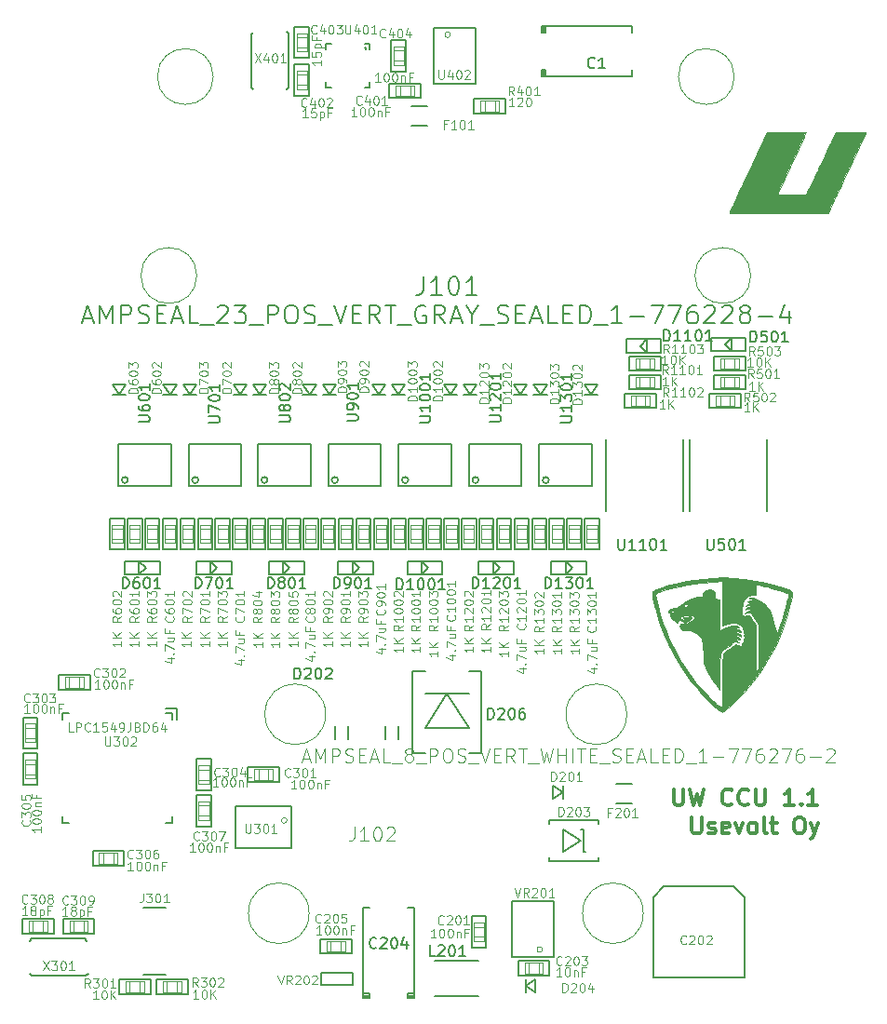
<source format=gto>
G04 #@! TF.GenerationSoftware,KiCad,Pcbnew,(5.0.0-rc2-dev-130-g0bdae22af-dirty)*
G04 #@! TF.CreationDate,2018-12-21T20:08:16+02:00*
G04 #@! TF.ProjectId,ccu,6363752E6B696361645F706362000000,rev?*
G04 #@! TF.SameCoordinates,Original*
G04 #@! TF.FileFunction,Legend,Top*
G04 #@! TF.FilePolarity,Positive*
%FSLAX46Y46*%
G04 Gerber Fmt 4.6, Leading zero omitted, Abs format (unit mm)*
G04 Created by KiCad (PCBNEW (5.0.0-rc2-dev-130-g0bdae22af-dirty)) date Fri Dec 21 20:08:16 2018*
%MOMM*%
%LPD*%
G01*
G04 APERTURE LIST*
%ADD10C,0.300000*%
%ADD11C,0.198120*%
%ADD12C,0.010000*%
%ADD13C,0.200000*%
%ADD14C,0.100000*%
%ADD15C,0.203200*%
%ADD16C,0.099060*%
%ADD17C,0.101600*%
%ADD18C,0.127000*%
%ADD19C,0.076200*%
%ADD20C,0.150000*%
G04 APERTURE END LIST*
D10*
X188747857Y-119003571D02*
X188747857Y-120217857D01*
X188819285Y-120360714D01*
X188890714Y-120432142D01*
X189033571Y-120503571D01*
X189319285Y-120503571D01*
X189462142Y-120432142D01*
X189533571Y-120360714D01*
X189605000Y-120217857D01*
X189605000Y-119003571D01*
X190176428Y-119003571D02*
X190533571Y-120503571D01*
X190819285Y-119432142D01*
X191105000Y-120503571D01*
X191462142Y-119003571D01*
X194033571Y-120360714D02*
X193962142Y-120432142D01*
X193747857Y-120503571D01*
X193605000Y-120503571D01*
X193390714Y-120432142D01*
X193247857Y-120289285D01*
X193176428Y-120146428D01*
X193105000Y-119860714D01*
X193105000Y-119646428D01*
X193176428Y-119360714D01*
X193247857Y-119217857D01*
X193390714Y-119075000D01*
X193605000Y-119003571D01*
X193747857Y-119003571D01*
X193962142Y-119075000D01*
X194033571Y-119146428D01*
X195533571Y-120360714D02*
X195462142Y-120432142D01*
X195247857Y-120503571D01*
X195105000Y-120503571D01*
X194890714Y-120432142D01*
X194747857Y-120289285D01*
X194676428Y-120146428D01*
X194605000Y-119860714D01*
X194605000Y-119646428D01*
X194676428Y-119360714D01*
X194747857Y-119217857D01*
X194890714Y-119075000D01*
X195105000Y-119003571D01*
X195247857Y-119003571D01*
X195462142Y-119075000D01*
X195533571Y-119146428D01*
X196176428Y-119003571D02*
X196176428Y-120217857D01*
X196247857Y-120360714D01*
X196319285Y-120432142D01*
X196462142Y-120503571D01*
X196747857Y-120503571D01*
X196890714Y-120432142D01*
X196962142Y-120360714D01*
X197033571Y-120217857D01*
X197033571Y-119003571D01*
X199676428Y-120503571D02*
X198819285Y-120503571D01*
X199247857Y-120503571D02*
X199247857Y-119003571D01*
X199105000Y-119217857D01*
X198962142Y-119360714D01*
X198819285Y-119432142D01*
X200319285Y-120360714D02*
X200390714Y-120432142D01*
X200319285Y-120503571D01*
X200247857Y-120432142D01*
X200319285Y-120360714D01*
X200319285Y-120503571D01*
X201819285Y-120503571D02*
X200962142Y-120503571D01*
X201390714Y-120503571D02*
X201390714Y-119003571D01*
X201247857Y-119217857D01*
X201105000Y-119360714D01*
X200962142Y-119432142D01*
X190390714Y-121553571D02*
X190390714Y-122767857D01*
X190462142Y-122910714D01*
X190533571Y-122982142D01*
X190676428Y-123053571D01*
X190962142Y-123053571D01*
X191105000Y-122982142D01*
X191176428Y-122910714D01*
X191247857Y-122767857D01*
X191247857Y-121553571D01*
X191890714Y-122982142D02*
X192033571Y-123053571D01*
X192319285Y-123053571D01*
X192462142Y-122982142D01*
X192533571Y-122839285D01*
X192533571Y-122767857D01*
X192462142Y-122625000D01*
X192319285Y-122553571D01*
X192105000Y-122553571D01*
X191962142Y-122482142D01*
X191890714Y-122339285D01*
X191890714Y-122267857D01*
X191962142Y-122125000D01*
X192105000Y-122053571D01*
X192319285Y-122053571D01*
X192462142Y-122125000D01*
X193747857Y-122982142D02*
X193605000Y-123053571D01*
X193319285Y-123053571D01*
X193176428Y-122982142D01*
X193105000Y-122839285D01*
X193105000Y-122267857D01*
X193176428Y-122125000D01*
X193319285Y-122053571D01*
X193605000Y-122053571D01*
X193747857Y-122125000D01*
X193819285Y-122267857D01*
X193819285Y-122410714D01*
X193105000Y-122553571D01*
X194319285Y-122053571D02*
X194676428Y-123053571D01*
X195033571Y-122053571D01*
X195819285Y-123053571D02*
X195676428Y-122982142D01*
X195605000Y-122910714D01*
X195533571Y-122767857D01*
X195533571Y-122339285D01*
X195605000Y-122196428D01*
X195676428Y-122125000D01*
X195819285Y-122053571D01*
X196033571Y-122053571D01*
X196176428Y-122125000D01*
X196247857Y-122196428D01*
X196319285Y-122339285D01*
X196319285Y-122767857D01*
X196247857Y-122910714D01*
X196176428Y-122982142D01*
X196033571Y-123053571D01*
X195819285Y-123053571D01*
X197176428Y-123053571D02*
X197033571Y-122982142D01*
X196962142Y-122839285D01*
X196962142Y-121553571D01*
X197533571Y-122053571D02*
X198105000Y-122053571D01*
X197747857Y-121553571D02*
X197747857Y-122839285D01*
X197819285Y-122982142D01*
X197962142Y-123053571D01*
X198105000Y-123053571D01*
X200033571Y-121553571D02*
X200319285Y-121553571D01*
X200462142Y-121625000D01*
X200605000Y-121767857D01*
X200676428Y-122053571D01*
X200676428Y-122553571D01*
X200605000Y-122839285D01*
X200462142Y-122982142D01*
X200319285Y-123053571D01*
X200033571Y-123053571D01*
X199890714Y-122982142D01*
X199747857Y-122839285D01*
X199676428Y-122553571D01*
X199676428Y-122053571D01*
X199747857Y-121767857D01*
X199890714Y-121625000D01*
X200033571Y-121553571D01*
X201176428Y-122053571D02*
X201533571Y-123053571D01*
X201890714Y-122053571D02*
X201533571Y-123053571D01*
X201390714Y-123410714D01*
X201319285Y-123482142D01*
X201176428Y-123553571D01*
D11*
X156652200Y-136849580D02*
X159547800Y-136849580D01*
X159547800Y-136849580D02*
X159547800Y-135750420D01*
X156652200Y-136849580D02*
X156652200Y-135750420D01*
X156652200Y-135750420D02*
X159547800Y-135750420D01*
D12*
G36*
X192249322Y-100903067D02*
X192388807Y-101000100D01*
X192467031Y-101171241D01*
X192490400Y-101412050D01*
X192490400Y-101683999D01*
X192896800Y-101748985D01*
X192896800Y-103164892D01*
X192897630Y-103532316D01*
X192899975Y-103864280D01*
X192903615Y-104147901D01*
X192908330Y-104370298D01*
X192913899Y-104518589D01*
X192920103Y-104579891D01*
X192920972Y-104580799D01*
X192975706Y-104556671D01*
X193081115Y-104496846D01*
X193111472Y-104478400D01*
X193280316Y-104394194D01*
X193507499Y-104306594D01*
X193759140Y-104226018D01*
X194001355Y-104162884D01*
X194200262Y-104127610D01*
X194265394Y-104123600D01*
X194470036Y-104161654D01*
X194580272Y-104227639D01*
X194700200Y-104331679D01*
X194535100Y-104299803D01*
X194410699Y-104293696D01*
X194367758Y-104329799D01*
X194403471Y-104393561D01*
X194515031Y-104470429D01*
X194573435Y-104498602D01*
X194712986Y-104577313D01*
X194813771Y-104664585D01*
X194830871Y-104689260D01*
X194860939Y-104753203D01*
X194840667Y-104762937D01*
X194752138Y-104721483D01*
X194724451Y-104707206D01*
X194580290Y-104656070D01*
X194471098Y-104660138D01*
X194421569Y-104717618D01*
X194420800Y-104729222D01*
X194462249Y-104781900D01*
X194564216Y-104846839D01*
X194586370Y-104857801D01*
X194717399Y-104939466D01*
X194810961Y-105031182D01*
X194814853Y-105037107D01*
X194850099Y-105099497D01*
X194834405Y-105112048D01*
X194750658Y-105077098D01*
X194699573Y-105052870D01*
X194573820Y-105002178D01*
X194499145Y-105003631D01*
X194458391Y-105034698D01*
X194421796Y-105095699D01*
X194456350Y-105123933D01*
X194550865Y-105176576D01*
X194658279Y-105258870D01*
X194744665Y-105342108D01*
X194776400Y-105394694D01*
X194735745Y-105406152D01*
X194634756Y-105379213D01*
X194601317Y-105366061D01*
X194461845Y-105324940D01*
X194400168Y-105344900D01*
X194419061Y-105418503D01*
X194521301Y-105538313D01*
X194532883Y-105549406D01*
X194623206Y-105642837D01*
X194634027Y-105677875D01*
X194598600Y-105670485D01*
X194398594Y-105612018D01*
X194249163Y-105614057D01*
X194115432Y-105682142D01*
X194023054Y-105761907D01*
X193888567Y-105876537D01*
X193703789Y-106016729D01*
X193505120Y-106155066D01*
X193473551Y-106175798D01*
X193331593Y-106268559D01*
X193216455Y-106351143D01*
X193125152Y-106435012D01*
X193054700Y-106531633D01*
X193002113Y-106652468D01*
X192964406Y-106808982D01*
X192938594Y-107012640D01*
X192921692Y-107274905D01*
X192910715Y-107607243D01*
X192902677Y-108021117D01*
X192896800Y-108390800D01*
X192871400Y-109991000D01*
X192535140Y-109508400D01*
X192224021Y-109041922D01*
X191954700Y-108597524D01*
X191737410Y-108192906D01*
X191600418Y-107891387D01*
X191554446Y-107769860D01*
X191519353Y-107651074D01*
X191492779Y-107516850D01*
X191472363Y-107349010D01*
X191455744Y-107129374D01*
X191440562Y-106839765D01*
X191428900Y-106570587D01*
X191410605Y-106177749D01*
X191389644Y-105871366D01*
X191362158Y-105636300D01*
X191324289Y-105457412D01*
X191272178Y-105319564D01*
X191201966Y-105207617D01*
X191109795Y-105106435D01*
X191039213Y-105041840D01*
X190796590Y-104841180D01*
X190592218Y-104706649D01*
X190399233Y-104626386D01*
X190190771Y-104588527D01*
X189995151Y-104580799D01*
X189786748Y-104576917D01*
X189648541Y-104560275D01*
X189549262Y-104523380D01*
X189457645Y-104458742D01*
X189446297Y-104449284D01*
X189324136Y-104307924D01*
X189290000Y-104168614D01*
X189306621Y-104059077D01*
X189377257Y-104005750D01*
X189446766Y-103988106D01*
X189584659Y-103935197D01*
X189636862Y-103860785D01*
X189611987Y-103781177D01*
X189518645Y-103712679D01*
X189365448Y-103671599D01*
X189276867Y-103666400D01*
X189151287Y-103672689D01*
X189103877Y-103701071D01*
X189111511Y-103765815D01*
X189112200Y-103768000D01*
X189118400Y-103851482D01*
X189062213Y-103858284D01*
X188947545Y-103788714D01*
X188900197Y-103751245D01*
X188778979Y-103662224D01*
X188675564Y-103603527D01*
X188667990Y-103600551D01*
X188562480Y-103518801D01*
X188562116Y-103518256D01*
X188909000Y-103518256D01*
X189094336Y-103489394D01*
X189275710Y-103490603D01*
X189455732Y-103564465D01*
X189464805Y-103569764D01*
X189607373Y-103640990D01*
X189676672Y-103642593D01*
X189673723Y-103574259D01*
X189645600Y-103514000D01*
X189606693Y-103425340D01*
X189603384Y-103389595D01*
X189658570Y-103377914D01*
X189787244Y-103360776D01*
X189961704Y-103341864D01*
X189964111Y-103341627D01*
X190153112Y-103327059D01*
X190264463Y-103331503D01*
X190320799Y-103357651D01*
X190338094Y-103386128D01*
X190329629Y-103497223D01*
X190223444Y-103611026D01*
X190023209Y-103723673D01*
X190013900Y-103727832D01*
X189885408Y-103799395D01*
X189808111Y-103870611D01*
X189798000Y-103897377D01*
X189820327Y-103957423D01*
X189893574Y-103959804D01*
X190027137Y-103902154D01*
X190213136Y-103792957D01*
X190377094Y-103678296D01*
X190515290Y-103560399D01*
X190586566Y-103479689D01*
X190643203Y-103382866D01*
X190640326Y-103327738D01*
X190582410Y-103276931D01*
X190459425Y-103233042D01*
X190264114Y-103214356D01*
X190021939Y-103218513D01*
X189758362Y-103243151D01*
X189498845Y-103285909D01*
X189268852Y-103344426D01*
X189096788Y-103414705D01*
X188909000Y-103518256D01*
X188562116Y-103518256D01*
X188465181Y-103373446D01*
X188396482Y-103201748D01*
X188375789Y-103066501D01*
X188363579Y-102962038D01*
X188333873Y-102925357D01*
X188328310Y-102927630D01*
X188264130Y-102919538D01*
X188244001Y-102896959D01*
X188248879Y-102820283D01*
X188294411Y-102764024D01*
X188443320Y-102764024D01*
X188445502Y-102830886D01*
X188479046Y-102881225D01*
X188585143Y-102950333D01*
X188708444Y-102919550D01*
X188715205Y-102915359D01*
X188724968Y-102867377D01*
X188636480Y-102797409D01*
X188627441Y-102792152D01*
X188509893Y-102747555D01*
X188443320Y-102764024D01*
X188294411Y-102764024D01*
X188323649Y-102727898D01*
X188442801Y-102639044D01*
X188580827Y-102572961D01*
X188705573Y-102548800D01*
X188985033Y-102502250D01*
X189262966Y-102371874D01*
X189276933Y-102360553D01*
X189663468Y-102360553D01*
X189668911Y-102393020D01*
X189749017Y-102439962D01*
X189867871Y-102439798D01*
X189975823Y-102395502D01*
X189999353Y-102373225D01*
X190034538Y-102276885D01*
X189983448Y-102209130D01*
X189909301Y-102194815D01*
X189802253Y-102223479D01*
X189709450Y-102287678D01*
X189663468Y-102360553D01*
X189276933Y-102360553D01*
X189510089Y-102171580D01*
X189518600Y-102162649D01*
X189658112Y-102036794D01*
X189798914Y-101944142D01*
X189874200Y-101914326D01*
X190047728Y-101864826D01*
X190219014Y-101785098D01*
X190390313Y-101682152D01*
X190576447Y-101605421D01*
X190852036Y-101553403D01*
X190944933Y-101543502D01*
X191339041Y-101507400D01*
X191394020Y-101278800D01*
X191447730Y-101118646D01*
X191530684Y-101019151D01*
X191626800Y-100961378D01*
X191792950Y-100905235D01*
X191988512Y-100874467D01*
X192042212Y-100872478D01*
X192249322Y-100903067D01*
X192249322Y-100903067D01*
G37*
X192249322Y-100903067D02*
X192388807Y-101000100D01*
X192467031Y-101171241D01*
X192490400Y-101412050D01*
X192490400Y-101683999D01*
X192896800Y-101748985D01*
X192896800Y-103164892D01*
X192897630Y-103532316D01*
X192899975Y-103864280D01*
X192903615Y-104147901D01*
X192908330Y-104370298D01*
X192913899Y-104518589D01*
X192920103Y-104579891D01*
X192920972Y-104580799D01*
X192975706Y-104556671D01*
X193081115Y-104496846D01*
X193111472Y-104478400D01*
X193280316Y-104394194D01*
X193507499Y-104306594D01*
X193759140Y-104226018D01*
X194001355Y-104162884D01*
X194200262Y-104127610D01*
X194265394Y-104123600D01*
X194470036Y-104161654D01*
X194580272Y-104227639D01*
X194700200Y-104331679D01*
X194535100Y-104299803D01*
X194410699Y-104293696D01*
X194367758Y-104329799D01*
X194403471Y-104393561D01*
X194515031Y-104470429D01*
X194573435Y-104498602D01*
X194712986Y-104577313D01*
X194813771Y-104664585D01*
X194830871Y-104689260D01*
X194860939Y-104753203D01*
X194840667Y-104762937D01*
X194752138Y-104721483D01*
X194724451Y-104707206D01*
X194580290Y-104656070D01*
X194471098Y-104660138D01*
X194421569Y-104717618D01*
X194420800Y-104729222D01*
X194462249Y-104781900D01*
X194564216Y-104846839D01*
X194586370Y-104857801D01*
X194717399Y-104939466D01*
X194810961Y-105031182D01*
X194814853Y-105037107D01*
X194850099Y-105099497D01*
X194834405Y-105112048D01*
X194750658Y-105077098D01*
X194699573Y-105052870D01*
X194573820Y-105002178D01*
X194499145Y-105003631D01*
X194458391Y-105034698D01*
X194421796Y-105095699D01*
X194456350Y-105123933D01*
X194550865Y-105176576D01*
X194658279Y-105258870D01*
X194744665Y-105342108D01*
X194776400Y-105394694D01*
X194735745Y-105406152D01*
X194634756Y-105379213D01*
X194601317Y-105366061D01*
X194461845Y-105324940D01*
X194400168Y-105344900D01*
X194419061Y-105418503D01*
X194521301Y-105538313D01*
X194532883Y-105549406D01*
X194623206Y-105642837D01*
X194634027Y-105677875D01*
X194598600Y-105670485D01*
X194398594Y-105612018D01*
X194249163Y-105614057D01*
X194115432Y-105682142D01*
X194023054Y-105761907D01*
X193888567Y-105876537D01*
X193703789Y-106016729D01*
X193505120Y-106155066D01*
X193473551Y-106175798D01*
X193331593Y-106268559D01*
X193216455Y-106351143D01*
X193125152Y-106435012D01*
X193054700Y-106531633D01*
X193002113Y-106652468D01*
X192964406Y-106808982D01*
X192938594Y-107012640D01*
X192921692Y-107274905D01*
X192910715Y-107607243D01*
X192902677Y-108021117D01*
X192896800Y-108390800D01*
X192871400Y-109991000D01*
X192535140Y-109508400D01*
X192224021Y-109041922D01*
X191954700Y-108597524D01*
X191737410Y-108192906D01*
X191600418Y-107891387D01*
X191554446Y-107769860D01*
X191519353Y-107651074D01*
X191492779Y-107516850D01*
X191472363Y-107349010D01*
X191455744Y-107129374D01*
X191440562Y-106839765D01*
X191428900Y-106570587D01*
X191410605Y-106177749D01*
X191389644Y-105871366D01*
X191362158Y-105636300D01*
X191324289Y-105457412D01*
X191272178Y-105319564D01*
X191201966Y-105207617D01*
X191109795Y-105106435D01*
X191039213Y-105041840D01*
X190796590Y-104841180D01*
X190592218Y-104706649D01*
X190399233Y-104626386D01*
X190190771Y-104588527D01*
X189995151Y-104580799D01*
X189786748Y-104576917D01*
X189648541Y-104560275D01*
X189549262Y-104523380D01*
X189457645Y-104458742D01*
X189446297Y-104449284D01*
X189324136Y-104307924D01*
X189290000Y-104168614D01*
X189306621Y-104059077D01*
X189377257Y-104005750D01*
X189446766Y-103988106D01*
X189584659Y-103935197D01*
X189636862Y-103860785D01*
X189611987Y-103781177D01*
X189518645Y-103712679D01*
X189365448Y-103671599D01*
X189276867Y-103666400D01*
X189151287Y-103672689D01*
X189103877Y-103701071D01*
X189111511Y-103765815D01*
X189112200Y-103768000D01*
X189118400Y-103851482D01*
X189062213Y-103858284D01*
X188947545Y-103788714D01*
X188900197Y-103751245D01*
X188778979Y-103662224D01*
X188675564Y-103603527D01*
X188667990Y-103600551D01*
X188562480Y-103518801D01*
X188562116Y-103518256D01*
X188909000Y-103518256D01*
X189094336Y-103489394D01*
X189275710Y-103490603D01*
X189455732Y-103564465D01*
X189464805Y-103569764D01*
X189607373Y-103640990D01*
X189676672Y-103642593D01*
X189673723Y-103574259D01*
X189645600Y-103514000D01*
X189606693Y-103425340D01*
X189603384Y-103389595D01*
X189658570Y-103377914D01*
X189787244Y-103360776D01*
X189961704Y-103341864D01*
X189964111Y-103341627D01*
X190153112Y-103327059D01*
X190264463Y-103331503D01*
X190320799Y-103357651D01*
X190338094Y-103386128D01*
X190329629Y-103497223D01*
X190223444Y-103611026D01*
X190023209Y-103723673D01*
X190013900Y-103727832D01*
X189885408Y-103799395D01*
X189808111Y-103870611D01*
X189798000Y-103897377D01*
X189820327Y-103957423D01*
X189893574Y-103959804D01*
X190027137Y-103902154D01*
X190213136Y-103792957D01*
X190377094Y-103678296D01*
X190515290Y-103560399D01*
X190586566Y-103479689D01*
X190643203Y-103382866D01*
X190640326Y-103327738D01*
X190582410Y-103276931D01*
X190459425Y-103233042D01*
X190264114Y-103214356D01*
X190021939Y-103218513D01*
X189758362Y-103243151D01*
X189498845Y-103285909D01*
X189268852Y-103344426D01*
X189096788Y-103414705D01*
X188909000Y-103518256D01*
X188562116Y-103518256D01*
X188465181Y-103373446D01*
X188396482Y-103201748D01*
X188375789Y-103066501D01*
X188363579Y-102962038D01*
X188333873Y-102925357D01*
X188328310Y-102927630D01*
X188264130Y-102919538D01*
X188244001Y-102896959D01*
X188248879Y-102820283D01*
X188294411Y-102764024D01*
X188443320Y-102764024D01*
X188445502Y-102830886D01*
X188479046Y-102881225D01*
X188585143Y-102950333D01*
X188708444Y-102919550D01*
X188715205Y-102915359D01*
X188724968Y-102867377D01*
X188636480Y-102797409D01*
X188627441Y-102792152D01*
X188509893Y-102747555D01*
X188443320Y-102764024D01*
X188294411Y-102764024D01*
X188323649Y-102727898D01*
X188442801Y-102639044D01*
X188580827Y-102572961D01*
X188705573Y-102548800D01*
X188985033Y-102502250D01*
X189262966Y-102371874D01*
X189276933Y-102360553D01*
X189663468Y-102360553D01*
X189668911Y-102393020D01*
X189749017Y-102439962D01*
X189867871Y-102439798D01*
X189975823Y-102395502D01*
X189999353Y-102373225D01*
X190034538Y-102276885D01*
X189983448Y-102209130D01*
X189909301Y-102194815D01*
X189802253Y-102223479D01*
X189709450Y-102287678D01*
X189663468Y-102360553D01*
X189276933Y-102360553D01*
X189510089Y-102171580D01*
X189518600Y-102162649D01*
X189658112Y-102036794D01*
X189798914Y-101944142D01*
X189874200Y-101914326D01*
X190047728Y-101864826D01*
X190219014Y-101785098D01*
X190390313Y-101682152D01*
X190576447Y-101605421D01*
X190852036Y-101553403D01*
X190944933Y-101543502D01*
X191339041Y-101507400D01*
X191394020Y-101278800D01*
X191447730Y-101118646D01*
X191530684Y-101019151D01*
X191626800Y-100961378D01*
X191792950Y-100905235D01*
X191988512Y-100874467D01*
X192042212Y-100872478D01*
X192249322Y-100903067D01*
G36*
X194145004Y-99807593D02*
X195120670Y-99898682D01*
X196111336Y-100043565D01*
X197095370Y-100239254D01*
X198051138Y-100482762D01*
X198681610Y-100676696D01*
X198927510Y-100763261D01*
X199145063Y-100849208D01*
X199312114Y-100925144D01*
X199406506Y-100981673D01*
X199411288Y-100986088D01*
X199459259Y-101053963D01*
X199484326Y-101148889D01*
X199485565Y-101285153D01*
X199462048Y-101477044D01*
X199412851Y-101738852D01*
X199341288Y-102066200D01*
X198993508Y-103375123D01*
X198553958Y-104645830D01*
X198025132Y-105873758D01*
X197409525Y-107054348D01*
X196709632Y-108183036D01*
X195927949Y-109255264D01*
X195066969Y-110266468D01*
X194574108Y-110781368D01*
X194186709Y-111163752D01*
X193861680Y-111470893D01*
X193596010Y-111705321D01*
X193386688Y-111869563D01*
X193230704Y-111966147D01*
X193125400Y-111997600D01*
X193021740Y-111964163D01*
X192868185Y-111872787D01*
X192687184Y-111736868D01*
X192683537Y-111733868D01*
X192248843Y-111351347D01*
X191782846Y-110897523D01*
X191301883Y-110390833D01*
X190822290Y-109849713D01*
X190360401Y-109292600D01*
X189932554Y-108737931D01*
X189555083Y-108204141D01*
X189552233Y-108199888D01*
X188877708Y-107121941D01*
X188296622Y-106037207D01*
X187801363Y-104928334D01*
X187384322Y-103777968D01*
X187037888Y-102568755D01*
X186980803Y-102336689D01*
X186890281Y-101952058D01*
X186824994Y-101652835D01*
X186783640Y-101426355D01*
X186765779Y-101267599D01*
X187079069Y-101267599D01*
X187083176Y-101318767D01*
X187288537Y-102243043D01*
X187510371Y-103088508D01*
X187756124Y-103877551D01*
X188033240Y-104632559D01*
X188349164Y-105375922D01*
X188627271Y-105961971D01*
X189268507Y-107143887D01*
X189995820Y-108271880D01*
X190808826Y-109345379D01*
X191333523Y-109958529D01*
X191533241Y-110175563D01*
X191757301Y-110408717D01*
X191994595Y-110647533D01*
X192234014Y-110881556D01*
X192464452Y-111100326D01*
X192674801Y-111293386D01*
X192853951Y-111450280D01*
X192990796Y-111560549D01*
X193074227Y-111613737D01*
X193093124Y-111615079D01*
X193100155Y-111559291D01*
X193107722Y-111411987D01*
X193115586Y-111183248D01*
X193123506Y-110883153D01*
X193131244Y-110521783D01*
X193138559Y-110109219D01*
X193145214Y-109655542D01*
X193150800Y-109186737D01*
X193157994Y-108580782D01*
X193165813Y-108070472D01*
X193174466Y-107649850D01*
X193184162Y-107312961D01*
X193195110Y-107053851D01*
X193207518Y-106866564D01*
X193221597Y-106745145D01*
X193237555Y-106683638D01*
X193238718Y-106681473D01*
X193311252Y-106601669D01*
X193444274Y-106492859D01*
X193610469Y-106377162D01*
X193629311Y-106365149D01*
X193820890Y-106237888D01*
X194005518Y-106104868D01*
X194140834Y-105996882D01*
X194324281Y-105835813D01*
X194570507Y-105951138D01*
X194751482Y-106021610D01*
X194863946Y-106026542D01*
X194918814Y-105963749D01*
X194928800Y-105879422D01*
X194959917Y-105758794D01*
X195005000Y-105698400D01*
X195063012Y-105602180D01*
X195081200Y-105499139D01*
X195099585Y-105377721D01*
X195133887Y-105310432D01*
X195159812Y-105213639D01*
X195137597Y-105128922D01*
X195115696Y-104999217D01*
X195139184Y-104949535D01*
X195156643Y-104860652D01*
X195110074Y-104708281D01*
X195058019Y-104555605D01*
X195031327Y-104422407D01*
X195030400Y-104402707D01*
X194987761Y-104285387D01*
X194877346Y-104152280D01*
X194725402Y-104026092D01*
X194558179Y-103929530D01*
X194437787Y-103890070D01*
X194236194Y-103881564D01*
X193973860Y-103912990D01*
X193681033Y-103979072D01*
X193394510Y-104072036D01*
X193150800Y-104164638D01*
X193150800Y-103090802D01*
X194909654Y-103090802D01*
X194909889Y-103183740D01*
X194988670Y-103236118D01*
X195151864Y-103249773D01*
X195361124Y-103232336D01*
X195536017Y-103219211D01*
X195628193Y-103232590D01*
X195640000Y-103248807D01*
X195667979Y-103310122D01*
X195743059Y-103432178D01*
X195851949Y-103594014D01*
X195919400Y-103689548D01*
X196198800Y-104078973D01*
X196200405Y-106196786D01*
X196202010Y-108314600D01*
X196452800Y-108029534D01*
X196452800Y-104028325D01*
X196115913Y-103529862D01*
X195977140Y-103330035D01*
X195852411Y-103160445D01*
X195755885Y-103039715D01*
X195703510Y-102987416D01*
X195607497Y-102965814D01*
X195461888Y-102966407D01*
X195418097Y-102971068D01*
X195208200Y-102998704D01*
X195328127Y-102900752D01*
X195455795Y-102828667D01*
X195569427Y-102802800D01*
X195666119Y-102776621D01*
X195690800Y-102701200D01*
X195652352Y-102618932D01*
X195540188Y-102601942D01*
X195363907Y-102649142D01*
X195270044Y-102672029D01*
X195233600Y-102657142D01*
X195275841Y-102610418D01*
X195381710Y-102544608D01*
X195519921Y-102476879D01*
X195655919Y-102425396D01*
X195728591Y-102384745D01*
X195718360Y-102343924D01*
X195643304Y-102313980D01*
X195521500Y-102305960D01*
X195468313Y-102310747D01*
X195259000Y-102338304D01*
X195378927Y-102240352D01*
X195518854Y-102167365D01*
X195649861Y-102142400D01*
X195758514Y-102125613D01*
X195782464Y-102085654D01*
X195730919Y-102038125D01*
X195613086Y-101998628D01*
X195559829Y-101989836D01*
X195451605Y-101965586D01*
X195433128Y-101937216D01*
X195493071Y-101910906D01*
X195620104Y-101892837D01*
X195745754Y-101888400D01*
X195890207Y-101873243D01*
X195944098Y-101826197D01*
X195944800Y-101817635D01*
X195898533Y-101737957D01*
X195771595Y-101692078D01*
X195673945Y-101684422D01*
X195602159Y-101676324D01*
X195623230Y-101645682D01*
X195640000Y-101634400D01*
X195796790Y-101587482D01*
X196007474Y-101617267D01*
X196277099Y-101724567D01*
X196313616Y-101742671D01*
X196547145Y-101877166D01*
X196791203Y-102045561D01*
X197023915Y-102229859D01*
X197223408Y-102412062D01*
X197367807Y-102574175D01*
X197416928Y-102650400D01*
X197463187Y-102762652D01*
X197528265Y-102950184D01*
X197604711Y-103190130D01*
X197685068Y-103459624D01*
X197715017Y-103564800D01*
X197796630Y-103850669D01*
X197877791Y-104126722D01*
X197950517Y-104366337D01*
X198006820Y-104542888D01*
X198019743Y-104580800D01*
X198117584Y-104860200D01*
X198228793Y-104606200D01*
X198352671Y-104296030D01*
X198488360Y-103909603D01*
X198628934Y-103470518D01*
X198767467Y-103002373D01*
X198897032Y-102528769D01*
X199010703Y-102073305D01*
X199101554Y-101659580D01*
X199117443Y-101578331D01*
X199150450Y-101374323D01*
X199154577Y-101249952D01*
X199130224Y-101187564D01*
X199126380Y-101184169D01*
X199030895Y-101134389D01*
X198853330Y-101066589D01*
X198610638Y-100985441D01*
X198319771Y-100895619D01*
X197997685Y-100801794D01*
X197661330Y-100708639D01*
X197327662Y-100620826D01*
X197013632Y-100543028D01*
X196736195Y-100479918D01*
X196512303Y-100436167D01*
X196358909Y-100416449D01*
X196338500Y-100415802D01*
X196198800Y-100415200D01*
X196198800Y-101378456D01*
X195982900Y-101350760D01*
X195782673Y-101359535D01*
X195573182Y-101422746D01*
X195389441Y-101524938D01*
X195266469Y-101650658D01*
X195254662Y-101672150D01*
X195174426Y-101802765D01*
X195108628Y-101886158D01*
X195048994Y-101995744D01*
X195050515Y-102070746D01*
X195048873Y-102178527D01*
X195022256Y-102228412D01*
X194989907Y-102314637D01*
X194965009Y-102468040D01*
X194953557Y-102641073D01*
X194944126Y-102833795D01*
X194927496Y-102998738D01*
X194909654Y-103090802D01*
X193150800Y-103090802D01*
X193150800Y-100094493D01*
X192376100Y-100127055D01*
X191170863Y-100216195D01*
X190009423Y-100382943D01*
X188864642Y-100632167D01*
X187740600Y-100958570D01*
X187469674Y-101048221D01*
X187282051Y-101116282D01*
X187163739Y-101170421D01*
X187100742Y-101218304D01*
X187079069Y-101267599D01*
X186765779Y-101267599D01*
X186764918Y-101259952D01*
X186767527Y-101140961D01*
X186790167Y-101056717D01*
X186831537Y-100994553D01*
X186841843Y-100983756D01*
X186944465Y-100918291D01*
X187131888Y-100835562D01*
X187389635Y-100739884D01*
X187703224Y-100635574D01*
X188058178Y-100526948D01*
X188440015Y-100418321D01*
X188834258Y-100314010D01*
X189226425Y-100218331D01*
X189602039Y-100135600D01*
X189848800Y-100087441D01*
X190618177Y-99965758D01*
X191464281Y-99868371D01*
X192325208Y-99798749D01*
X193205973Y-99773286D01*
X194145004Y-99807593D01*
X194145004Y-99807593D01*
G37*
X194145004Y-99807593D02*
X195120670Y-99898682D01*
X196111336Y-100043565D01*
X197095370Y-100239254D01*
X198051138Y-100482762D01*
X198681610Y-100676696D01*
X198927510Y-100763261D01*
X199145063Y-100849208D01*
X199312114Y-100925144D01*
X199406506Y-100981673D01*
X199411288Y-100986088D01*
X199459259Y-101053963D01*
X199484326Y-101148889D01*
X199485565Y-101285153D01*
X199462048Y-101477044D01*
X199412851Y-101738852D01*
X199341288Y-102066200D01*
X198993508Y-103375123D01*
X198553958Y-104645830D01*
X198025132Y-105873758D01*
X197409525Y-107054348D01*
X196709632Y-108183036D01*
X195927949Y-109255264D01*
X195066969Y-110266468D01*
X194574108Y-110781368D01*
X194186709Y-111163752D01*
X193861680Y-111470893D01*
X193596010Y-111705321D01*
X193386688Y-111869563D01*
X193230704Y-111966147D01*
X193125400Y-111997600D01*
X193021740Y-111964163D01*
X192868185Y-111872787D01*
X192687184Y-111736868D01*
X192683537Y-111733868D01*
X192248843Y-111351347D01*
X191782846Y-110897523D01*
X191301883Y-110390833D01*
X190822290Y-109849713D01*
X190360401Y-109292600D01*
X189932554Y-108737931D01*
X189555083Y-108204141D01*
X189552233Y-108199888D01*
X188877708Y-107121941D01*
X188296622Y-106037207D01*
X187801363Y-104928334D01*
X187384322Y-103777968D01*
X187037888Y-102568755D01*
X186980803Y-102336689D01*
X186890281Y-101952058D01*
X186824994Y-101652835D01*
X186783640Y-101426355D01*
X186765779Y-101267599D01*
X187079069Y-101267599D01*
X187083176Y-101318767D01*
X187288537Y-102243043D01*
X187510371Y-103088508D01*
X187756124Y-103877551D01*
X188033240Y-104632559D01*
X188349164Y-105375922D01*
X188627271Y-105961971D01*
X189268507Y-107143887D01*
X189995820Y-108271880D01*
X190808826Y-109345379D01*
X191333523Y-109958529D01*
X191533241Y-110175563D01*
X191757301Y-110408717D01*
X191994595Y-110647533D01*
X192234014Y-110881556D01*
X192464452Y-111100326D01*
X192674801Y-111293386D01*
X192853951Y-111450280D01*
X192990796Y-111560549D01*
X193074227Y-111613737D01*
X193093124Y-111615079D01*
X193100155Y-111559291D01*
X193107722Y-111411987D01*
X193115586Y-111183248D01*
X193123506Y-110883153D01*
X193131244Y-110521783D01*
X193138559Y-110109219D01*
X193145214Y-109655542D01*
X193150800Y-109186737D01*
X193157994Y-108580782D01*
X193165813Y-108070472D01*
X193174466Y-107649850D01*
X193184162Y-107312961D01*
X193195110Y-107053851D01*
X193207518Y-106866564D01*
X193221597Y-106745145D01*
X193237555Y-106683638D01*
X193238718Y-106681473D01*
X193311252Y-106601669D01*
X193444274Y-106492859D01*
X193610469Y-106377162D01*
X193629311Y-106365149D01*
X193820890Y-106237888D01*
X194005518Y-106104868D01*
X194140834Y-105996882D01*
X194324281Y-105835813D01*
X194570507Y-105951138D01*
X194751482Y-106021610D01*
X194863946Y-106026542D01*
X194918814Y-105963749D01*
X194928800Y-105879422D01*
X194959917Y-105758794D01*
X195005000Y-105698400D01*
X195063012Y-105602180D01*
X195081200Y-105499139D01*
X195099585Y-105377721D01*
X195133887Y-105310432D01*
X195159812Y-105213639D01*
X195137597Y-105128922D01*
X195115696Y-104999217D01*
X195139184Y-104949535D01*
X195156643Y-104860652D01*
X195110074Y-104708281D01*
X195058019Y-104555605D01*
X195031327Y-104422407D01*
X195030400Y-104402707D01*
X194987761Y-104285387D01*
X194877346Y-104152280D01*
X194725402Y-104026092D01*
X194558179Y-103929530D01*
X194437787Y-103890070D01*
X194236194Y-103881564D01*
X193973860Y-103912990D01*
X193681033Y-103979072D01*
X193394510Y-104072036D01*
X193150800Y-104164638D01*
X193150800Y-103090802D01*
X194909654Y-103090802D01*
X194909889Y-103183740D01*
X194988670Y-103236118D01*
X195151864Y-103249773D01*
X195361124Y-103232336D01*
X195536017Y-103219211D01*
X195628193Y-103232590D01*
X195640000Y-103248807D01*
X195667979Y-103310122D01*
X195743059Y-103432178D01*
X195851949Y-103594014D01*
X195919400Y-103689548D01*
X196198800Y-104078973D01*
X196200405Y-106196786D01*
X196202010Y-108314600D01*
X196452800Y-108029534D01*
X196452800Y-104028325D01*
X196115913Y-103529862D01*
X195977140Y-103330035D01*
X195852411Y-103160445D01*
X195755885Y-103039715D01*
X195703510Y-102987416D01*
X195607497Y-102965814D01*
X195461888Y-102966407D01*
X195418097Y-102971068D01*
X195208200Y-102998704D01*
X195328127Y-102900752D01*
X195455795Y-102828667D01*
X195569427Y-102802800D01*
X195666119Y-102776621D01*
X195690800Y-102701200D01*
X195652352Y-102618932D01*
X195540188Y-102601942D01*
X195363907Y-102649142D01*
X195270044Y-102672029D01*
X195233600Y-102657142D01*
X195275841Y-102610418D01*
X195381710Y-102544608D01*
X195519921Y-102476879D01*
X195655919Y-102425396D01*
X195728591Y-102384745D01*
X195718360Y-102343924D01*
X195643304Y-102313980D01*
X195521500Y-102305960D01*
X195468313Y-102310747D01*
X195259000Y-102338304D01*
X195378927Y-102240352D01*
X195518854Y-102167365D01*
X195649861Y-102142400D01*
X195758514Y-102125613D01*
X195782464Y-102085654D01*
X195730919Y-102038125D01*
X195613086Y-101998628D01*
X195559829Y-101989836D01*
X195451605Y-101965586D01*
X195433128Y-101937216D01*
X195493071Y-101910906D01*
X195620104Y-101892837D01*
X195745754Y-101888400D01*
X195890207Y-101873243D01*
X195944098Y-101826197D01*
X195944800Y-101817635D01*
X195898533Y-101737957D01*
X195771595Y-101692078D01*
X195673945Y-101684422D01*
X195602159Y-101676324D01*
X195623230Y-101645682D01*
X195640000Y-101634400D01*
X195796790Y-101587482D01*
X196007474Y-101617267D01*
X196277099Y-101724567D01*
X196313616Y-101742671D01*
X196547145Y-101877166D01*
X196791203Y-102045561D01*
X197023915Y-102229859D01*
X197223408Y-102412062D01*
X197367807Y-102574175D01*
X197416928Y-102650400D01*
X197463187Y-102762652D01*
X197528265Y-102950184D01*
X197604711Y-103190130D01*
X197685068Y-103459624D01*
X197715017Y-103564800D01*
X197796630Y-103850669D01*
X197877791Y-104126722D01*
X197950517Y-104366337D01*
X198006820Y-104542888D01*
X198019743Y-104580800D01*
X198117584Y-104860200D01*
X198228793Y-104606200D01*
X198352671Y-104296030D01*
X198488360Y-103909603D01*
X198628934Y-103470518D01*
X198767467Y-103002373D01*
X198897032Y-102528769D01*
X199010703Y-102073305D01*
X199101554Y-101659580D01*
X199117443Y-101578331D01*
X199150450Y-101374323D01*
X199154577Y-101249952D01*
X199130224Y-101187564D01*
X199126380Y-101184169D01*
X199030895Y-101134389D01*
X198853330Y-101066589D01*
X198610638Y-100985441D01*
X198319771Y-100895619D01*
X197997685Y-100801794D01*
X197661330Y-100708639D01*
X197327662Y-100620826D01*
X197013632Y-100543028D01*
X196736195Y-100479918D01*
X196512303Y-100436167D01*
X196358909Y-100416449D01*
X196338500Y-100415802D01*
X196198800Y-100415200D01*
X196198800Y-101378456D01*
X195982900Y-101350760D01*
X195782673Y-101359535D01*
X195573182Y-101422746D01*
X195389441Y-101524938D01*
X195266469Y-101650658D01*
X195254662Y-101672150D01*
X195174426Y-101802765D01*
X195108628Y-101886158D01*
X195048994Y-101995744D01*
X195050515Y-102070746D01*
X195048873Y-102178527D01*
X195022256Y-102228412D01*
X194989907Y-102314637D01*
X194965009Y-102468040D01*
X194953557Y-102641073D01*
X194944126Y-102833795D01*
X194927496Y-102998738D01*
X194909654Y-103090802D01*
X193150800Y-103090802D01*
X193150800Y-100094493D01*
X192376100Y-100127055D01*
X191170863Y-100216195D01*
X190009423Y-100382943D01*
X188864642Y-100632167D01*
X187740600Y-100958570D01*
X187469674Y-101048221D01*
X187282051Y-101116282D01*
X187163739Y-101170421D01*
X187100742Y-101218304D01*
X187079069Y-101267599D01*
X186765779Y-101267599D01*
X186764918Y-101259952D01*
X186767527Y-101140961D01*
X186790167Y-101056717D01*
X186831537Y-100994553D01*
X186841843Y-100983756D01*
X186944465Y-100918291D01*
X187131888Y-100835562D01*
X187389635Y-100739884D01*
X187703224Y-100635574D01*
X188058178Y-100526948D01*
X188440015Y-100418321D01*
X188834258Y-100314010D01*
X189226425Y-100218331D01*
X189602039Y-100135600D01*
X189848800Y-100087441D01*
X190618177Y-99965758D01*
X191464281Y-99868371D01*
X192325208Y-99798749D01*
X193205973Y-99773286D01*
X194145004Y-99807593D01*
G36*
X205193339Y-59292237D02*
X205518072Y-59294036D01*
X205793984Y-59296824D01*
X206007953Y-59300428D01*
X206146857Y-59304677D01*
X206197575Y-59309398D01*
X206197599Y-59309507D01*
X206177321Y-59359800D01*
X206122221Y-59482986D01*
X206040905Y-59660106D01*
X205949766Y-59855607D01*
X205788743Y-60198504D01*
X205606057Y-60587048D01*
X205406704Y-61010652D01*
X205195680Y-61458728D01*
X204977981Y-61920689D01*
X204758605Y-62385946D01*
X204542547Y-62843913D01*
X204334804Y-63284001D01*
X204140373Y-63695624D01*
X203964248Y-64068193D01*
X203811428Y-64391122D01*
X203686908Y-64653821D01*
X203595684Y-64845705D01*
X203542941Y-64955800D01*
X203456327Y-65138576D01*
X203342679Y-65384204D01*
X203215831Y-65662513D01*
X203089613Y-65943335D01*
X203071283Y-65984500D01*
X202771985Y-66657600D01*
X193795553Y-66657600D01*
X193829919Y-66549322D01*
X193861378Y-66471188D01*
X193928845Y-66317101D01*
X194025117Y-66103059D01*
X194142988Y-65845061D01*
X194275255Y-65559104D01*
X194293172Y-65520622D01*
X194397132Y-65297243D01*
X194538053Y-64994029D01*
X194710200Y-64623337D01*
X194907841Y-64197526D01*
X195125240Y-63728953D01*
X195356663Y-63229977D01*
X195596377Y-62712956D01*
X195838646Y-62190247D01*
X195951330Y-61947063D01*
X197180600Y-59293927D01*
X198968489Y-59292763D01*
X200756379Y-59291600D01*
X200634005Y-59558300D01*
X200589767Y-59654145D01*
X200507103Y-59832679D01*
X200390396Y-60084453D01*
X200244031Y-60400015D01*
X200072392Y-60769916D01*
X199879866Y-61184704D01*
X199670835Y-61634931D01*
X199449685Y-62111145D01*
X199319978Y-62390400D01*
X198128324Y-64955800D01*
X199429046Y-64969376D01*
X199782968Y-64971592D01*
X200103111Y-64970772D01*
X200375526Y-64967182D01*
X200586264Y-64961086D01*
X200721379Y-64952750D01*
X200766473Y-64943976D01*
X200794752Y-64891667D01*
X200862021Y-64756298D01*
X200964019Y-64546744D01*
X201096487Y-64271880D01*
X201255165Y-63940580D01*
X201435793Y-63561721D01*
X201634111Y-63144175D01*
X201845859Y-62696820D01*
X201894618Y-62593600D01*
X202117620Y-62121642D01*
X202335182Y-61661783D01*
X202541923Y-61225353D01*
X202732462Y-60823684D01*
X202901421Y-60468109D01*
X203043419Y-60169959D01*
X203153076Y-59940566D01*
X203225012Y-59791262D01*
X203227134Y-59786900D01*
X203468212Y-59291600D01*
X204832906Y-59291600D01*
X205193339Y-59292237D01*
X205193339Y-59292237D01*
G37*
X205193339Y-59292237D02*
X205518072Y-59294036D01*
X205793984Y-59296824D01*
X206007953Y-59300428D01*
X206146857Y-59304677D01*
X206197575Y-59309398D01*
X206197599Y-59309507D01*
X206177321Y-59359800D01*
X206122221Y-59482986D01*
X206040905Y-59660106D01*
X205949766Y-59855607D01*
X205788743Y-60198504D01*
X205606057Y-60587048D01*
X205406704Y-61010652D01*
X205195680Y-61458728D01*
X204977981Y-61920689D01*
X204758605Y-62385946D01*
X204542547Y-62843913D01*
X204334804Y-63284001D01*
X204140373Y-63695624D01*
X203964248Y-64068193D01*
X203811428Y-64391122D01*
X203686908Y-64653821D01*
X203595684Y-64845705D01*
X203542941Y-64955800D01*
X203456327Y-65138576D01*
X203342679Y-65384204D01*
X203215831Y-65662513D01*
X203089613Y-65943335D01*
X203071283Y-65984500D01*
X202771985Y-66657600D01*
X193795553Y-66657600D01*
X193829919Y-66549322D01*
X193861378Y-66471188D01*
X193928845Y-66317101D01*
X194025117Y-66103059D01*
X194142988Y-65845061D01*
X194275255Y-65559104D01*
X194293172Y-65520622D01*
X194397132Y-65297243D01*
X194538053Y-64994029D01*
X194710200Y-64623337D01*
X194907841Y-64197526D01*
X195125240Y-63728953D01*
X195356663Y-63229977D01*
X195596377Y-62712956D01*
X195838646Y-62190247D01*
X195951330Y-61947063D01*
X197180600Y-59293927D01*
X198968489Y-59292763D01*
X200756379Y-59291600D01*
X200634005Y-59558300D01*
X200589767Y-59654145D01*
X200507103Y-59832679D01*
X200390396Y-60084453D01*
X200244031Y-60400015D01*
X200072392Y-60769916D01*
X199879866Y-61184704D01*
X199670835Y-61634931D01*
X199449685Y-62111145D01*
X199319978Y-62390400D01*
X198128324Y-64955800D01*
X199429046Y-64969376D01*
X199782968Y-64971592D01*
X200103111Y-64970772D01*
X200375526Y-64967182D01*
X200586264Y-64961086D01*
X200721379Y-64952750D01*
X200766473Y-64943976D01*
X200794752Y-64891667D01*
X200862021Y-64756298D01*
X200964019Y-64546744D01*
X201096487Y-64271880D01*
X201255165Y-63940580D01*
X201435793Y-63561721D01*
X201634111Y-63144175D01*
X201845859Y-62696820D01*
X201894618Y-62593600D01*
X202117620Y-62121642D01*
X202335182Y-61661783D01*
X202541923Y-61225353D01*
X202732462Y-60823684D01*
X202901421Y-60468109D01*
X203043419Y-60169959D01*
X203153076Y-59940566D01*
X203225012Y-59791262D01*
X203227134Y-59786900D01*
X203468212Y-59291600D01*
X204832906Y-59291600D01*
X205193339Y-59292237D01*
D13*
X171660400Y-130577600D02*
X170339600Y-130577600D01*
X171660400Y-133422400D02*
X171660400Y-130577600D01*
X170339600Y-133422400D02*
X171660400Y-133422400D01*
X170339600Y-130577600D02*
X170339600Y-133422400D01*
D14*
X171482600Y-132457200D02*
X170517400Y-132457200D01*
X170517400Y-132457200D02*
X170517400Y-132838200D01*
X171482600Y-132838200D02*
X171482600Y-132457200D01*
X170517400Y-131542800D02*
X171482600Y-131542800D01*
X171482600Y-131542800D02*
X171482600Y-131161800D01*
X170517400Y-131161800D02*
X170517400Y-131542800D01*
X171482600Y-132457200D02*
X171482600Y-131542800D01*
X171482600Y-131161800D02*
X170517400Y-131161800D01*
X170517400Y-131542800D02*
X170517400Y-132457200D01*
X170517400Y-132838200D02*
X171482600Y-132838200D01*
X176838200Y-135782600D02*
X176838200Y-134817400D01*
X175542800Y-135782600D02*
X176457200Y-135782600D01*
X175161800Y-134817400D02*
X175161800Y-135782600D01*
X176457200Y-134817400D02*
X175542800Y-134817400D01*
X175161800Y-135782600D02*
X175542800Y-135782600D01*
X175542800Y-134817400D02*
X175161800Y-134817400D01*
X175542800Y-135782600D02*
X175542800Y-134817400D01*
X176838200Y-134817400D02*
X176457200Y-134817400D01*
X176457200Y-135782600D02*
X176838200Y-135782600D01*
X176457200Y-134817400D02*
X176457200Y-135782600D01*
D13*
X174577600Y-135960400D02*
X177422400Y-135960400D01*
X177422400Y-135960400D02*
X177422400Y-134639600D01*
X177422400Y-134639600D02*
X174577600Y-134639600D01*
X174577600Y-134639600D02*
X174577600Y-135960400D01*
D14*
X157161800Y-132817400D02*
X157161800Y-133782600D01*
X158457200Y-132817400D02*
X157542800Y-132817400D01*
X158838200Y-133782600D02*
X158838200Y-132817400D01*
X157542800Y-133782600D02*
X158457200Y-133782600D01*
X158838200Y-132817400D02*
X158457200Y-132817400D01*
X158457200Y-133782600D02*
X158838200Y-133782600D01*
X158457200Y-132817400D02*
X158457200Y-133782600D01*
X157161800Y-133782600D02*
X157542800Y-133782600D01*
X157542800Y-132817400D02*
X157161800Y-132817400D01*
X157542800Y-133782600D02*
X157542800Y-132817400D01*
D13*
X159422400Y-132639600D02*
X156577600Y-132639600D01*
X156577600Y-132639600D02*
X156577600Y-133960400D01*
X156577600Y-133960400D02*
X159422400Y-133960400D01*
X159422400Y-133960400D02*
X159422400Y-132639600D01*
D14*
X150561800Y-117217400D02*
X150561800Y-118182600D01*
X151857200Y-117217400D02*
X150942800Y-117217400D01*
X152238200Y-118182600D02*
X152238200Y-117217400D01*
X150942800Y-118182600D02*
X151857200Y-118182600D01*
X152238200Y-117217400D02*
X151857200Y-117217400D01*
X151857200Y-118182600D02*
X152238200Y-118182600D01*
X151857200Y-117217400D02*
X151857200Y-118182600D01*
X150561800Y-118182600D02*
X150942800Y-118182600D01*
X150942800Y-117217400D02*
X150561800Y-117217400D01*
X150942800Y-118182600D02*
X150942800Y-117217400D01*
D13*
X152822400Y-117039600D02*
X149977600Y-117039600D01*
X149977600Y-117039600D02*
X149977600Y-118360400D01*
X149977600Y-118360400D02*
X152822400Y-118360400D01*
X152822400Y-118360400D02*
X152822400Y-117039600D01*
D14*
X163461800Y-55017400D02*
X163461800Y-55982600D01*
X164757200Y-55017400D02*
X163842800Y-55017400D01*
X165138200Y-55982600D02*
X165138200Y-55017400D01*
X163842800Y-55982600D02*
X164757200Y-55982600D01*
X165138200Y-55017400D02*
X164757200Y-55017400D01*
X164757200Y-55982600D02*
X165138200Y-55982600D01*
X164757200Y-55017400D02*
X164757200Y-55982600D01*
X163461800Y-55982600D02*
X163842800Y-55982600D01*
X163842800Y-55017400D02*
X163461800Y-55017400D01*
X163842800Y-55982600D02*
X163842800Y-55017400D01*
D13*
X165722400Y-54839600D02*
X162877600Y-54839600D01*
X162877600Y-54839600D02*
X162877600Y-56160400D01*
X162877600Y-56160400D02*
X165722400Y-56160400D01*
X165722400Y-56160400D02*
X165722400Y-54839600D01*
D14*
X142417400Y-96638200D02*
X143382600Y-96638200D01*
X142417400Y-95342800D02*
X142417400Y-96257200D01*
X143382600Y-94961800D02*
X142417400Y-94961800D01*
X143382600Y-96257200D02*
X143382600Y-95342800D01*
X142417400Y-94961800D02*
X142417400Y-95342800D01*
X143382600Y-95342800D02*
X143382600Y-94961800D01*
X142417400Y-95342800D02*
X143382600Y-95342800D01*
X143382600Y-96638200D02*
X143382600Y-96257200D01*
X142417400Y-96257200D02*
X142417400Y-96638200D01*
X143382600Y-96257200D02*
X142417400Y-96257200D01*
D13*
X142239600Y-94377600D02*
X142239600Y-97222400D01*
X142239600Y-97222400D02*
X143560400Y-97222400D01*
X143560400Y-97222400D02*
X143560400Y-94377600D01*
X143560400Y-94377600D02*
X142239600Y-94377600D01*
X149960400Y-94377600D02*
X148639600Y-94377600D01*
X149960400Y-97222400D02*
X149960400Y-94377600D01*
X148639600Y-97222400D02*
X149960400Y-97222400D01*
X148639600Y-94377600D02*
X148639600Y-97222400D01*
D14*
X149782600Y-96257200D02*
X148817400Y-96257200D01*
X148817400Y-96257200D02*
X148817400Y-96638200D01*
X149782600Y-96638200D02*
X149782600Y-96257200D01*
X148817400Y-95342800D02*
X149782600Y-95342800D01*
X149782600Y-95342800D02*
X149782600Y-94961800D01*
X148817400Y-94961800D02*
X148817400Y-95342800D01*
X149782600Y-96257200D02*
X149782600Y-95342800D01*
X149782600Y-94961800D02*
X148817400Y-94961800D01*
X148817400Y-95342800D02*
X148817400Y-96257200D01*
X148817400Y-96638200D02*
X149782600Y-96638200D01*
X155217400Y-96638200D02*
X156182600Y-96638200D01*
X155217400Y-95342800D02*
X155217400Y-96257200D01*
X156182600Y-94961800D02*
X155217400Y-94961800D01*
X156182600Y-96257200D02*
X156182600Y-95342800D01*
X155217400Y-94961800D02*
X155217400Y-95342800D01*
X156182600Y-95342800D02*
X156182600Y-94961800D01*
X155217400Y-95342800D02*
X156182600Y-95342800D01*
X156182600Y-96638200D02*
X156182600Y-96257200D01*
X155217400Y-96257200D02*
X155217400Y-96638200D01*
X156182600Y-96257200D02*
X155217400Y-96257200D01*
D13*
X155039600Y-94377600D02*
X155039600Y-97222400D01*
X155039600Y-97222400D02*
X156360400Y-97222400D01*
X156360400Y-97222400D02*
X156360400Y-94377600D01*
X156360400Y-94377600D02*
X155039600Y-94377600D01*
X162760400Y-94377600D02*
X161439600Y-94377600D01*
X162760400Y-97222400D02*
X162760400Y-94377600D01*
X161439600Y-97222400D02*
X162760400Y-97222400D01*
X161439600Y-94377600D02*
X161439600Y-97222400D01*
D14*
X162582600Y-96257200D02*
X161617400Y-96257200D01*
X161617400Y-96257200D02*
X161617400Y-96638200D01*
X162582600Y-96638200D02*
X162582600Y-96257200D01*
X161617400Y-95342800D02*
X162582600Y-95342800D01*
X162582600Y-95342800D02*
X162582600Y-94961800D01*
X161617400Y-94961800D02*
X161617400Y-95342800D01*
X162582600Y-96257200D02*
X162582600Y-95342800D01*
X162582600Y-94961800D02*
X161617400Y-94961800D01*
X161617400Y-95342800D02*
X161617400Y-96257200D01*
X161617400Y-96638200D02*
X162582600Y-96638200D01*
X168017400Y-96638200D02*
X168982600Y-96638200D01*
X168017400Y-95342800D02*
X168017400Y-96257200D01*
X168982600Y-94961800D02*
X168017400Y-94961800D01*
X168982600Y-96257200D02*
X168982600Y-95342800D01*
X168017400Y-94961800D02*
X168017400Y-95342800D01*
X168982600Y-95342800D02*
X168982600Y-94961800D01*
X168017400Y-95342800D02*
X168982600Y-95342800D01*
X168982600Y-96638200D02*
X168982600Y-96257200D01*
X168017400Y-96257200D02*
X168017400Y-96638200D01*
X168982600Y-96257200D02*
X168017400Y-96257200D01*
D13*
X167839600Y-94377600D02*
X167839600Y-97222400D01*
X167839600Y-97222400D02*
X169160400Y-97222400D01*
X169160400Y-97222400D02*
X169160400Y-94377600D01*
X169160400Y-94377600D02*
X167839600Y-94377600D01*
X175560400Y-94377600D02*
X174239600Y-94377600D01*
X175560400Y-97222400D02*
X175560400Y-94377600D01*
X174239600Y-97222400D02*
X175560400Y-97222400D01*
X174239600Y-94377600D02*
X174239600Y-97222400D01*
D14*
X175382600Y-96257200D02*
X174417400Y-96257200D01*
X174417400Y-96257200D02*
X174417400Y-96638200D01*
X175382600Y-96638200D02*
X175382600Y-96257200D01*
X174417400Y-95342800D02*
X175382600Y-95342800D01*
X175382600Y-95342800D02*
X175382600Y-94961800D01*
X174417400Y-94961800D02*
X174417400Y-95342800D01*
X175382600Y-96257200D02*
X175382600Y-95342800D01*
X175382600Y-94961800D02*
X174417400Y-94961800D01*
X174417400Y-95342800D02*
X174417400Y-96257200D01*
X174417400Y-96638200D02*
X175382600Y-96638200D01*
D13*
X181960400Y-94377600D02*
X180639600Y-94377600D01*
X181960400Y-97222400D02*
X181960400Y-94377600D01*
X180639600Y-97222400D02*
X181960400Y-97222400D01*
X180639600Y-94377600D02*
X180639600Y-97222400D01*
D14*
X181782600Y-96257200D02*
X180817400Y-96257200D01*
X180817400Y-96257200D02*
X180817400Y-96638200D01*
X181782600Y-96638200D02*
X181782600Y-96257200D01*
X180817400Y-95342800D02*
X181782600Y-95342800D01*
X181782600Y-95342800D02*
X181782600Y-94961800D01*
X180817400Y-94961800D02*
X180817400Y-95342800D01*
X181782600Y-96257200D02*
X181782600Y-95342800D01*
X181782600Y-94961800D02*
X180817400Y-94961800D01*
X180817400Y-95342800D02*
X180817400Y-96257200D01*
X180817400Y-96638200D02*
X181782600Y-96638200D01*
D15*
X143499440Y-83149580D02*
X142300560Y-83149580D01*
X142900000Y-83149580D02*
X143499440Y-82250420D01*
X142300560Y-82250420D02*
X142900000Y-83149580D01*
X143499440Y-82250420D02*
X142300560Y-82250420D01*
X138899440Y-82250420D02*
X137700560Y-82250420D01*
X137700560Y-82250420D02*
X138300000Y-83149580D01*
X138300000Y-83149580D02*
X138899440Y-82250420D01*
X138899440Y-83149580D02*
X137700560Y-83149580D01*
X149899440Y-82250420D02*
X148700560Y-82250420D01*
X148700560Y-82250420D02*
X149300000Y-83149580D01*
X149300000Y-83149580D02*
X149899440Y-82250420D01*
X149899440Y-83149580D02*
X148700560Y-83149580D01*
X145299440Y-82250420D02*
X144100560Y-82250420D01*
X144100560Y-82250420D02*
X144700000Y-83149580D01*
X144700000Y-83149580D02*
X145299440Y-82250420D01*
X145299440Y-83149580D02*
X144100560Y-83149580D01*
X156199440Y-83149580D02*
X155000560Y-83149580D01*
X155600000Y-83149580D02*
X156199440Y-82250420D01*
X155000560Y-82250420D02*
X155600000Y-83149580D01*
X156199440Y-82250420D02*
X155000560Y-82250420D01*
X151699440Y-82250420D02*
X150500560Y-82250420D01*
X150500560Y-82250420D02*
X151100000Y-83149580D01*
X151100000Y-83149580D02*
X151699440Y-82250420D01*
X151699440Y-83149580D02*
X150500560Y-83149580D01*
X162499440Y-83149580D02*
X161300560Y-83149580D01*
X161900000Y-83149580D02*
X162499440Y-82250420D01*
X161300560Y-82250420D02*
X161900000Y-83149580D01*
X162499440Y-82250420D02*
X161300560Y-82250420D01*
X157999440Y-82250420D02*
X156800560Y-82250420D01*
X156800560Y-82250420D02*
X157400000Y-83149580D01*
X157400000Y-83149580D02*
X157999440Y-82250420D01*
X157999440Y-83149580D02*
X156800560Y-83149580D01*
X168999440Y-82250420D02*
X167800560Y-82250420D01*
X167800560Y-82250420D02*
X168400000Y-83149580D01*
X168400000Y-83149580D02*
X168999440Y-82250420D01*
X168999440Y-83149580D02*
X167800560Y-83149580D01*
X164299440Y-82250420D02*
X163100560Y-82250420D01*
X163100560Y-82250420D02*
X163700000Y-83149580D01*
X163700000Y-83149580D02*
X164299440Y-82250420D01*
X164299440Y-83149580D02*
X163100560Y-83149580D01*
X175399440Y-83149580D02*
X174200560Y-83149580D01*
X174800000Y-83149580D02*
X175399440Y-82250420D01*
X174200560Y-82250420D02*
X174800000Y-83149580D01*
X175399440Y-82250420D02*
X174200560Y-82250420D01*
X170799440Y-83149580D02*
X169600560Y-83149580D01*
X170200000Y-83149580D02*
X170799440Y-82250420D01*
X169600560Y-82250420D02*
X170200000Y-83149580D01*
X170799440Y-82250420D02*
X169600560Y-82250420D01*
D14*
X138861800Y-136517400D02*
X138861800Y-137482600D01*
X140157200Y-136517400D02*
X139242800Y-136517400D01*
X140538200Y-137482600D02*
X140538200Y-136517400D01*
X139242800Y-137482600D02*
X140157200Y-137482600D01*
X140538200Y-136517400D02*
X140157200Y-136517400D01*
X140157200Y-137482600D02*
X140538200Y-137482600D01*
X140157200Y-136517400D02*
X140157200Y-137482600D01*
X138861800Y-137482600D02*
X139242800Y-137482600D01*
X139242800Y-136517400D02*
X138861800Y-136517400D01*
X139242800Y-137482600D02*
X139242800Y-136517400D01*
D13*
X141122400Y-136339600D02*
X138277600Y-136339600D01*
X138277600Y-136339600D02*
X138277600Y-137660400D01*
X138277600Y-137660400D02*
X141122400Y-137660400D01*
X141122400Y-137660400D02*
X141122400Y-136339600D01*
X144522400Y-137660400D02*
X144522400Y-136339600D01*
X141677600Y-137660400D02*
X144522400Y-137660400D01*
X141677600Y-136339600D02*
X141677600Y-137660400D01*
X144522400Y-136339600D02*
X141677600Y-136339600D01*
D14*
X142642800Y-137482600D02*
X142642800Y-136517400D01*
X142642800Y-136517400D02*
X142261800Y-136517400D01*
X142261800Y-137482600D02*
X142642800Y-137482600D01*
X143557200Y-136517400D02*
X143557200Y-137482600D01*
X143557200Y-137482600D02*
X143938200Y-137482600D01*
X143938200Y-136517400D02*
X143557200Y-136517400D01*
X142642800Y-137482600D02*
X143557200Y-137482600D01*
X143938200Y-137482600D02*
X143938200Y-136517400D01*
X143557200Y-136517400D02*
X142642800Y-136517400D01*
X142261800Y-136517400D02*
X142261800Y-137482600D01*
X192961800Y-81517400D02*
X192961800Y-82482600D01*
X194257200Y-81517400D02*
X193342800Y-81517400D01*
X194638200Y-82482600D02*
X194638200Y-81517400D01*
X193342800Y-82482600D02*
X194257200Y-82482600D01*
X194638200Y-81517400D02*
X194257200Y-81517400D01*
X194257200Y-82482600D02*
X194638200Y-82482600D01*
X194257200Y-81517400D02*
X194257200Y-82482600D01*
X192961800Y-82482600D02*
X193342800Y-82482600D01*
X193342800Y-81517400D02*
X192961800Y-81517400D01*
X193342800Y-82482600D02*
X193342800Y-81517400D01*
D13*
X195222400Y-81339600D02*
X192377600Y-81339600D01*
X192377600Y-81339600D02*
X192377600Y-82660400D01*
X192377600Y-82660400D02*
X195222400Y-82660400D01*
X195222400Y-82660400D02*
X195222400Y-81339600D01*
X194822400Y-84360400D02*
X194822400Y-83039600D01*
X191977600Y-84360400D02*
X194822400Y-84360400D01*
X191977600Y-83039600D02*
X191977600Y-84360400D01*
X194822400Y-83039600D02*
X191977600Y-83039600D01*
D14*
X192942800Y-84182600D02*
X192942800Y-83217400D01*
X192942800Y-83217400D02*
X192561800Y-83217400D01*
X192561800Y-84182600D02*
X192942800Y-84182600D01*
X193857200Y-83217400D02*
X193857200Y-84182600D01*
X193857200Y-84182600D02*
X194238200Y-84182600D01*
X194238200Y-83217400D02*
X193857200Y-83217400D01*
X192942800Y-84182600D02*
X193857200Y-84182600D01*
X194238200Y-84182600D02*
X194238200Y-83217400D01*
X193857200Y-83217400D02*
X192942800Y-83217400D01*
X192561800Y-83217400D02*
X192561800Y-84182600D01*
X139217400Y-96638200D02*
X140182600Y-96638200D01*
X139217400Y-95342800D02*
X139217400Y-96257200D01*
X140182600Y-94961800D02*
X139217400Y-94961800D01*
X140182600Y-96257200D02*
X140182600Y-95342800D01*
X139217400Y-94961800D02*
X139217400Y-95342800D01*
X140182600Y-95342800D02*
X140182600Y-94961800D01*
X139217400Y-95342800D02*
X140182600Y-95342800D01*
X140182600Y-96638200D02*
X140182600Y-96257200D01*
X139217400Y-96257200D02*
X139217400Y-96638200D01*
X140182600Y-96257200D02*
X139217400Y-96257200D01*
D13*
X139039600Y-94377600D02*
X139039600Y-97222400D01*
X139039600Y-97222400D02*
X140360400Y-97222400D01*
X140360400Y-97222400D02*
X140360400Y-94377600D01*
X140360400Y-94377600D02*
X139039600Y-94377600D01*
D14*
X137617400Y-96638200D02*
X138582600Y-96638200D01*
X137617400Y-95342800D02*
X137617400Y-96257200D01*
X138582600Y-94961800D02*
X137617400Y-94961800D01*
X138582600Y-96257200D02*
X138582600Y-95342800D01*
X137617400Y-94961800D02*
X137617400Y-95342800D01*
X138582600Y-95342800D02*
X138582600Y-94961800D01*
X137617400Y-95342800D02*
X138582600Y-95342800D01*
X138582600Y-96638200D02*
X138582600Y-96257200D01*
X137617400Y-96257200D02*
X137617400Y-96638200D01*
X138582600Y-96257200D02*
X137617400Y-96257200D01*
D13*
X137439600Y-94377600D02*
X137439600Y-97222400D01*
X137439600Y-97222400D02*
X138760400Y-97222400D01*
X138760400Y-97222400D02*
X138760400Y-94377600D01*
X138760400Y-94377600D02*
X137439600Y-94377600D01*
X140639600Y-97222400D02*
X141960400Y-97222400D01*
X140639600Y-94377600D02*
X140639600Y-97222400D01*
X141960400Y-94377600D02*
X140639600Y-94377600D01*
X141960400Y-97222400D02*
X141960400Y-94377600D01*
D14*
X140817400Y-95342800D02*
X141782600Y-95342800D01*
X141782600Y-95342800D02*
X141782600Y-94961800D01*
X140817400Y-94961800D02*
X140817400Y-95342800D01*
X141782600Y-96257200D02*
X140817400Y-96257200D01*
X140817400Y-96257200D02*
X140817400Y-96638200D01*
X141782600Y-96638200D02*
X141782600Y-96257200D01*
X140817400Y-95342800D02*
X140817400Y-96257200D01*
X140817400Y-96638200D02*
X141782600Y-96638200D01*
X141782600Y-96257200D02*
X141782600Y-95342800D01*
X141782600Y-94961800D02*
X140817400Y-94961800D01*
X145617400Y-96638200D02*
X146582600Y-96638200D01*
X145617400Y-95342800D02*
X145617400Y-96257200D01*
X146582600Y-94961800D02*
X145617400Y-94961800D01*
X146582600Y-96257200D02*
X146582600Y-95342800D01*
X145617400Y-94961800D02*
X145617400Y-95342800D01*
X146582600Y-95342800D02*
X146582600Y-94961800D01*
X145617400Y-95342800D02*
X146582600Y-95342800D01*
X146582600Y-96638200D02*
X146582600Y-96257200D01*
X145617400Y-96257200D02*
X145617400Y-96638200D01*
X146582600Y-96257200D02*
X145617400Y-96257200D01*
D13*
X145439600Y-94377600D02*
X145439600Y-97222400D01*
X145439600Y-97222400D02*
X146760400Y-97222400D01*
X146760400Y-97222400D02*
X146760400Y-94377600D01*
X146760400Y-94377600D02*
X145439600Y-94377600D01*
D14*
X144017400Y-96638200D02*
X144982600Y-96638200D01*
X144017400Y-95342800D02*
X144017400Y-96257200D01*
X144982600Y-94961800D02*
X144017400Y-94961800D01*
X144982600Y-96257200D02*
X144982600Y-95342800D01*
X144017400Y-94961800D02*
X144017400Y-95342800D01*
X144982600Y-95342800D02*
X144982600Y-94961800D01*
X144017400Y-95342800D02*
X144982600Y-95342800D01*
X144982600Y-96638200D02*
X144982600Y-96257200D01*
X144017400Y-96257200D02*
X144017400Y-96638200D01*
X144982600Y-96257200D02*
X144017400Y-96257200D01*
D13*
X143839600Y-94377600D02*
X143839600Y-97222400D01*
X143839600Y-97222400D02*
X145160400Y-97222400D01*
X145160400Y-97222400D02*
X145160400Y-94377600D01*
X145160400Y-94377600D02*
X143839600Y-94377600D01*
X147039600Y-97222400D02*
X148360400Y-97222400D01*
X147039600Y-94377600D02*
X147039600Y-97222400D01*
X148360400Y-94377600D02*
X147039600Y-94377600D01*
X148360400Y-97222400D02*
X148360400Y-94377600D01*
D14*
X147217400Y-95342800D02*
X148182600Y-95342800D01*
X148182600Y-95342800D02*
X148182600Y-94961800D01*
X147217400Y-94961800D02*
X147217400Y-95342800D01*
X148182600Y-96257200D02*
X147217400Y-96257200D01*
X147217400Y-96257200D02*
X147217400Y-96638200D01*
X148182600Y-96638200D02*
X148182600Y-96257200D01*
X147217400Y-95342800D02*
X147217400Y-96257200D01*
X147217400Y-96638200D02*
X148182600Y-96638200D01*
X148182600Y-96257200D02*
X148182600Y-95342800D01*
X148182600Y-94961800D02*
X147217400Y-94961800D01*
X152017400Y-96638200D02*
X152982600Y-96638200D01*
X152017400Y-95342800D02*
X152017400Y-96257200D01*
X152982600Y-94961800D02*
X152017400Y-94961800D01*
X152982600Y-96257200D02*
X152982600Y-95342800D01*
X152017400Y-94961800D02*
X152017400Y-95342800D01*
X152982600Y-95342800D02*
X152982600Y-94961800D01*
X152017400Y-95342800D02*
X152982600Y-95342800D01*
X152982600Y-96638200D02*
X152982600Y-96257200D01*
X152017400Y-96257200D02*
X152017400Y-96638200D01*
X152982600Y-96257200D02*
X152017400Y-96257200D01*
D13*
X151839600Y-94377600D02*
X151839600Y-97222400D01*
X151839600Y-97222400D02*
X153160400Y-97222400D01*
X153160400Y-97222400D02*
X153160400Y-94377600D01*
X153160400Y-94377600D02*
X151839600Y-94377600D01*
X159560400Y-94377600D02*
X158239600Y-94377600D01*
X159560400Y-97222400D02*
X159560400Y-94377600D01*
X158239600Y-97222400D02*
X159560400Y-97222400D01*
X158239600Y-94377600D02*
X158239600Y-97222400D01*
D14*
X159382600Y-96257200D02*
X158417400Y-96257200D01*
X158417400Y-96257200D02*
X158417400Y-96638200D01*
X159382600Y-96638200D02*
X159382600Y-96257200D01*
X158417400Y-95342800D02*
X159382600Y-95342800D01*
X159382600Y-95342800D02*
X159382600Y-94961800D01*
X158417400Y-94961800D02*
X158417400Y-95342800D01*
X159382600Y-96257200D02*
X159382600Y-95342800D01*
X159382600Y-94961800D02*
X158417400Y-94961800D01*
X158417400Y-95342800D02*
X158417400Y-96257200D01*
X158417400Y-96638200D02*
X159382600Y-96638200D01*
X156817400Y-96638200D02*
X157782600Y-96638200D01*
X156817400Y-95342800D02*
X156817400Y-96257200D01*
X157782600Y-94961800D02*
X156817400Y-94961800D01*
X157782600Y-96257200D02*
X157782600Y-95342800D01*
X156817400Y-94961800D02*
X156817400Y-95342800D01*
X157782600Y-95342800D02*
X157782600Y-94961800D01*
X156817400Y-95342800D02*
X157782600Y-95342800D01*
X157782600Y-96638200D02*
X157782600Y-96257200D01*
X156817400Y-96257200D02*
X156817400Y-96638200D01*
X157782600Y-96257200D02*
X156817400Y-96257200D01*
D13*
X156639600Y-94377600D02*
X156639600Y-97222400D01*
X156639600Y-97222400D02*
X157960400Y-97222400D01*
X157960400Y-97222400D02*
X157960400Y-94377600D01*
X157960400Y-94377600D02*
X156639600Y-94377600D01*
X159839600Y-97222400D02*
X161160400Y-97222400D01*
X159839600Y-94377600D02*
X159839600Y-97222400D01*
X161160400Y-94377600D02*
X159839600Y-94377600D01*
X161160400Y-97222400D02*
X161160400Y-94377600D01*
D14*
X160017400Y-95342800D02*
X160982600Y-95342800D01*
X160982600Y-95342800D02*
X160982600Y-94961800D01*
X160017400Y-94961800D02*
X160017400Y-95342800D01*
X160982600Y-96257200D02*
X160017400Y-96257200D01*
X160017400Y-96257200D02*
X160017400Y-96638200D01*
X160982600Y-96638200D02*
X160982600Y-96257200D01*
X160017400Y-95342800D02*
X160017400Y-96257200D01*
X160017400Y-96638200D02*
X160982600Y-96638200D01*
X160982600Y-96257200D02*
X160982600Y-95342800D01*
X160982600Y-94961800D02*
X160017400Y-94961800D01*
D13*
X165960400Y-94377600D02*
X164639600Y-94377600D01*
X165960400Y-97222400D02*
X165960400Y-94377600D01*
X164639600Y-97222400D02*
X165960400Y-97222400D01*
X164639600Y-94377600D02*
X164639600Y-97222400D01*
D14*
X165782600Y-96257200D02*
X164817400Y-96257200D01*
X164817400Y-96257200D02*
X164817400Y-96638200D01*
X165782600Y-96638200D02*
X165782600Y-96257200D01*
X164817400Y-95342800D02*
X165782600Y-95342800D01*
X165782600Y-95342800D02*
X165782600Y-94961800D01*
X164817400Y-94961800D02*
X164817400Y-95342800D01*
X165782600Y-96257200D02*
X165782600Y-95342800D01*
X165782600Y-94961800D02*
X164817400Y-94961800D01*
X164817400Y-95342800D02*
X164817400Y-96257200D01*
X164817400Y-96638200D02*
X165782600Y-96638200D01*
X163217400Y-96638200D02*
X164182600Y-96638200D01*
X163217400Y-95342800D02*
X163217400Y-96257200D01*
X164182600Y-94961800D02*
X163217400Y-94961800D01*
X164182600Y-96257200D02*
X164182600Y-95342800D01*
X163217400Y-94961800D02*
X163217400Y-95342800D01*
X164182600Y-95342800D02*
X164182600Y-94961800D01*
X163217400Y-95342800D02*
X164182600Y-95342800D01*
X164182600Y-96638200D02*
X164182600Y-96257200D01*
X163217400Y-96257200D02*
X163217400Y-96638200D01*
X164182600Y-96257200D02*
X163217400Y-96257200D01*
D13*
X163039600Y-94377600D02*
X163039600Y-97222400D01*
X163039600Y-97222400D02*
X164360400Y-97222400D01*
X164360400Y-97222400D02*
X164360400Y-94377600D01*
X164360400Y-94377600D02*
X163039600Y-94377600D01*
X166239600Y-97222400D02*
X167560400Y-97222400D01*
X166239600Y-94377600D02*
X166239600Y-97222400D01*
X167560400Y-94377600D02*
X166239600Y-94377600D01*
X167560400Y-97222400D02*
X167560400Y-94377600D01*
D14*
X166417400Y-95342800D02*
X167382600Y-95342800D01*
X167382600Y-95342800D02*
X167382600Y-94961800D01*
X166417400Y-94961800D02*
X166417400Y-95342800D01*
X167382600Y-96257200D02*
X166417400Y-96257200D01*
X166417400Y-96257200D02*
X166417400Y-96638200D01*
X167382600Y-96638200D02*
X167382600Y-96257200D01*
X166417400Y-95342800D02*
X166417400Y-96257200D01*
X166417400Y-96638200D02*
X167382600Y-96638200D01*
X167382600Y-96257200D02*
X167382600Y-95342800D01*
X167382600Y-94961800D02*
X166417400Y-94961800D01*
D13*
X172360400Y-94377600D02*
X171039600Y-94377600D01*
X172360400Y-97222400D02*
X172360400Y-94377600D01*
X171039600Y-97222400D02*
X172360400Y-97222400D01*
X171039600Y-94377600D02*
X171039600Y-97222400D01*
D14*
X172182600Y-96257200D02*
X171217400Y-96257200D01*
X171217400Y-96257200D02*
X171217400Y-96638200D01*
X172182600Y-96638200D02*
X172182600Y-96257200D01*
X171217400Y-95342800D02*
X172182600Y-95342800D01*
X172182600Y-95342800D02*
X172182600Y-94961800D01*
X171217400Y-94961800D02*
X171217400Y-95342800D01*
X172182600Y-96257200D02*
X172182600Y-95342800D01*
X172182600Y-94961800D02*
X171217400Y-94961800D01*
X171217400Y-95342800D02*
X171217400Y-96257200D01*
X171217400Y-96638200D02*
X172182600Y-96638200D01*
X169617400Y-96638200D02*
X170582600Y-96638200D01*
X169617400Y-95342800D02*
X169617400Y-96257200D01*
X170582600Y-94961800D02*
X169617400Y-94961800D01*
X170582600Y-96257200D02*
X170582600Y-95342800D01*
X169617400Y-94961800D02*
X169617400Y-95342800D01*
X170582600Y-95342800D02*
X170582600Y-94961800D01*
X169617400Y-95342800D02*
X170582600Y-95342800D01*
X170582600Y-96638200D02*
X170582600Y-96257200D01*
X169617400Y-96257200D02*
X169617400Y-96638200D01*
X170582600Y-96257200D02*
X169617400Y-96257200D01*
D13*
X169439600Y-94377600D02*
X169439600Y-97222400D01*
X169439600Y-97222400D02*
X170760400Y-97222400D01*
X170760400Y-97222400D02*
X170760400Y-94377600D01*
X170760400Y-94377600D02*
X169439600Y-94377600D01*
X172639600Y-97222400D02*
X173960400Y-97222400D01*
X172639600Y-94377600D02*
X172639600Y-97222400D01*
X173960400Y-94377600D02*
X172639600Y-94377600D01*
X173960400Y-97222400D02*
X173960400Y-94377600D01*
D14*
X172817400Y-95342800D02*
X173782600Y-95342800D01*
X173782600Y-95342800D02*
X173782600Y-94961800D01*
X172817400Y-94961800D02*
X172817400Y-95342800D01*
X173782600Y-96257200D02*
X172817400Y-96257200D01*
X172817400Y-96257200D02*
X172817400Y-96638200D01*
X173782600Y-96638200D02*
X173782600Y-96257200D01*
X172817400Y-95342800D02*
X172817400Y-96257200D01*
X172817400Y-96638200D02*
X173782600Y-96638200D01*
X173782600Y-96257200D02*
X173782600Y-95342800D01*
X173782600Y-94961800D02*
X172817400Y-94961800D01*
D13*
X138200000Y-87600000D02*
X143000000Y-87600000D01*
X143000000Y-87600000D02*
X143000000Y-91400000D01*
X138200000Y-91400000D02*
X143000000Y-91400000D01*
X138200000Y-91400000D02*
X138200000Y-87600000D01*
X139082843Y-90900000D02*
G75*
G03X139082843Y-90900000I-282843J0D01*
G01*
X144600000Y-87600000D02*
X149400000Y-87600000D01*
X149400000Y-87600000D02*
X149400000Y-91400000D01*
X144600000Y-91400000D02*
X149400000Y-91400000D01*
X144600000Y-91400000D02*
X144600000Y-87600000D01*
X145482843Y-90900000D02*
G75*
G03X145482843Y-90900000I-282843J0D01*
G01*
X158182843Y-90900000D02*
G75*
G03X158182843Y-90900000I-282843J0D01*
G01*
X157300000Y-91400000D02*
X157300000Y-87600000D01*
X157300000Y-91400000D02*
X162100000Y-91400000D01*
X162100000Y-87600000D02*
X162100000Y-91400000D01*
X157300000Y-87600000D02*
X162100000Y-87600000D01*
X164582843Y-90900000D02*
G75*
G03X164582843Y-90900000I-282843J0D01*
G01*
X163700000Y-91400000D02*
X163700000Y-87600000D01*
X163700000Y-91400000D02*
X168500000Y-91400000D01*
X168500000Y-87600000D02*
X168500000Y-91400000D01*
X163700000Y-87600000D02*
X168500000Y-87600000D01*
X170982843Y-90900000D02*
G75*
G03X170982843Y-90900000I-282843J0D01*
G01*
X170100000Y-91400000D02*
X170100000Y-87600000D01*
X170100000Y-91400000D02*
X174900000Y-91400000D01*
X174900000Y-87600000D02*
X174900000Y-91400000D01*
X170100000Y-87600000D02*
X174900000Y-87600000D01*
D16*
X185958095Y-130299960D02*
G75*
G03X185958095Y-130299960I-2758735J0D01*
G01*
X184456955Y-112202460D02*
G75*
G03X184456955Y-112202460I-2758735J0D01*
G01*
X157060515Y-112202460D02*
G75*
G03X157060515Y-112202460I-2758735J0D01*
G01*
X155559375Y-130299960D02*
G75*
G03X155559375Y-130299960I-2758735J0D01*
G01*
X146841416Y-54202460D02*
G75*
G03X146841416Y-54202460I-2539616J0D01*
G01*
X145340276Y-72299960D02*
G75*
G03X145340276Y-72299960I-2539616J0D01*
G01*
X195738956Y-72299960D02*
G75*
G03X195738956Y-72299960I-2539616J0D01*
G01*
X194237816Y-54202460D02*
G75*
G03X194237816Y-54202460I-2539616J0D01*
G01*
D14*
X135038200Y-109782600D02*
X135038200Y-108817400D01*
X133742800Y-109782600D02*
X134657200Y-109782600D01*
X133361800Y-108817400D02*
X133361800Y-109782600D01*
X134657200Y-108817400D02*
X133742800Y-108817400D01*
X133361800Y-109782600D02*
X133742800Y-109782600D01*
X133742800Y-108817400D02*
X133361800Y-108817400D01*
X133742800Y-109782600D02*
X133742800Y-108817400D01*
X135038200Y-108817400D02*
X134657200Y-108817400D01*
X134657200Y-109782600D02*
X135038200Y-109782600D01*
X134657200Y-108817400D02*
X134657200Y-109782600D01*
D13*
X132777600Y-109960400D02*
X135622400Y-109960400D01*
X135622400Y-109960400D02*
X135622400Y-108639600D01*
X135622400Y-108639600D02*
X132777600Y-108639600D01*
X132777600Y-108639600D02*
X132777600Y-109960400D01*
X130860400Y-112477600D02*
X129539600Y-112477600D01*
X130860400Y-115322400D02*
X130860400Y-112477600D01*
X129539600Y-115322400D02*
X130860400Y-115322400D01*
X129539600Y-112477600D02*
X129539600Y-115322400D01*
D14*
X130682600Y-114357200D02*
X129717400Y-114357200D01*
X129717400Y-114357200D02*
X129717400Y-114738200D01*
X130682600Y-114738200D02*
X130682600Y-114357200D01*
X129717400Y-113442800D02*
X130682600Y-113442800D01*
X130682600Y-113442800D02*
X130682600Y-113061800D01*
X129717400Y-113061800D02*
X129717400Y-113442800D01*
X130682600Y-114357200D02*
X130682600Y-113442800D01*
X130682600Y-113061800D02*
X129717400Y-113061800D01*
X129717400Y-113442800D02*
X129717400Y-114357200D01*
X129717400Y-114738200D02*
X130682600Y-114738200D01*
X146482600Y-116861800D02*
X145517400Y-116861800D01*
X146482600Y-118157200D02*
X146482600Y-117242800D01*
X145517400Y-118538200D02*
X146482600Y-118538200D01*
X145517400Y-117242800D02*
X145517400Y-118157200D01*
X146482600Y-118538200D02*
X146482600Y-118157200D01*
X145517400Y-118157200D02*
X145517400Y-118538200D01*
X146482600Y-118157200D02*
X145517400Y-118157200D01*
X145517400Y-116861800D02*
X145517400Y-117242800D01*
X146482600Y-117242800D02*
X146482600Y-116861800D01*
X145517400Y-117242800D02*
X146482600Y-117242800D01*
D13*
X146660400Y-119122400D02*
X146660400Y-116277600D01*
X146660400Y-116277600D02*
X145339600Y-116277600D01*
X145339600Y-116277600D02*
X145339600Y-119122400D01*
X145339600Y-119122400D02*
X146660400Y-119122400D01*
X129539600Y-118622400D02*
X130860400Y-118622400D01*
X129539600Y-115777600D02*
X129539600Y-118622400D01*
X130860400Y-115777600D02*
X129539600Y-115777600D01*
X130860400Y-118622400D02*
X130860400Y-115777600D01*
D14*
X129717400Y-116742800D02*
X130682600Y-116742800D01*
X130682600Y-116742800D02*
X130682600Y-116361800D01*
X129717400Y-116361800D02*
X129717400Y-116742800D01*
X130682600Y-117657200D02*
X129717400Y-117657200D01*
X129717400Y-117657200D02*
X129717400Y-118038200D01*
X130682600Y-118038200D02*
X130682600Y-117657200D01*
X129717400Y-116742800D02*
X129717400Y-117657200D01*
X129717400Y-118038200D02*
X130682600Y-118038200D01*
X130682600Y-117657200D02*
X130682600Y-116742800D01*
X130682600Y-116361800D02*
X129717400Y-116361800D01*
X136461800Y-124817400D02*
X136461800Y-125782600D01*
X137757200Y-124817400D02*
X136842800Y-124817400D01*
X138138200Y-125782600D02*
X138138200Y-124817400D01*
X136842800Y-125782600D02*
X137757200Y-125782600D01*
X138138200Y-124817400D02*
X137757200Y-124817400D01*
X137757200Y-125782600D02*
X138138200Y-125782600D01*
X137757200Y-124817400D02*
X137757200Y-125782600D01*
X136461800Y-125782600D02*
X136842800Y-125782600D01*
X136842800Y-124817400D02*
X136461800Y-124817400D01*
X136842800Y-125782600D02*
X136842800Y-124817400D01*
D13*
X138722400Y-124639600D02*
X135877600Y-124639600D01*
X135877600Y-124639600D02*
X135877600Y-125960400D01*
X135877600Y-125960400D02*
X138722400Y-125960400D01*
X138722400Y-125960400D02*
X138722400Y-124639600D01*
X145339600Y-122384200D02*
X146660400Y-122384200D01*
X145339600Y-119539400D02*
X145339600Y-122384200D01*
X146660400Y-119539400D02*
X145339600Y-119539400D01*
X146660400Y-122384200D02*
X146660400Y-119539400D01*
D14*
X145517400Y-120504600D02*
X146482600Y-120504600D01*
X146482600Y-120504600D02*
X146482600Y-120123600D01*
X145517400Y-120123600D02*
X145517400Y-120504600D01*
X146482600Y-121419000D02*
X145517400Y-121419000D01*
X145517400Y-121419000D02*
X145517400Y-121800000D01*
X146482600Y-121800000D02*
X146482600Y-121419000D01*
X145517400Y-120504600D02*
X145517400Y-121419000D01*
X145517400Y-121800000D02*
X146482600Y-121800000D01*
X146482600Y-121419000D02*
X146482600Y-120504600D01*
X146482600Y-120123600D02*
X145517400Y-120123600D01*
X130061800Y-131017400D02*
X130061800Y-131982600D01*
X131357200Y-131017400D02*
X130442800Y-131017400D01*
X131738200Y-131982600D02*
X131738200Y-131017400D01*
X130442800Y-131982600D02*
X131357200Y-131982600D01*
X131738200Y-131017400D02*
X131357200Y-131017400D01*
X131357200Y-131982600D02*
X131738200Y-131982600D01*
X131357200Y-131017400D02*
X131357200Y-131982600D01*
X130061800Y-131982600D02*
X130442800Y-131982600D01*
X130442800Y-131017400D02*
X130061800Y-131017400D01*
X130442800Y-131982600D02*
X130442800Y-131017400D01*
D13*
X132322400Y-130839600D02*
X129477600Y-130839600D01*
X129477600Y-130839600D02*
X129477600Y-132160400D01*
X129477600Y-132160400D02*
X132322400Y-132160400D01*
X132322400Y-132160400D02*
X132322400Y-130839600D01*
X133177600Y-130839600D02*
X133177600Y-132160400D01*
X136022400Y-130839600D02*
X133177600Y-130839600D01*
X136022400Y-132160400D02*
X136022400Y-130839600D01*
X133177600Y-132160400D02*
X136022400Y-132160400D01*
D14*
X135057200Y-131017400D02*
X135057200Y-131982600D01*
X135057200Y-131982600D02*
X135438200Y-131982600D01*
X135438200Y-131017400D02*
X135057200Y-131017400D01*
X134142800Y-131982600D02*
X134142800Y-131017400D01*
X134142800Y-131017400D02*
X133761800Y-131017400D01*
X133761800Y-131982600D02*
X134142800Y-131982600D01*
X135057200Y-131017400D02*
X134142800Y-131017400D01*
X133761800Y-131017400D02*
X133761800Y-131982600D01*
X134142800Y-131982600D02*
X135057200Y-131982600D01*
X135438200Y-131982600D02*
X135438200Y-131017400D01*
D13*
X155560400Y-53077600D02*
X154239600Y-53077600D01*
X155560400Y-55922400D02*
X155560400Y-53077600D01*
X154239600Y-55922400D02*
X155560400Y-55922400D01*
X154239600Y-53077600D02*
X154239600Y-55922400D01*
D14*
X155382600Y-54957200D02*
X154417400Y-54957200D01*
X154417400Y-54957200D02*
X154417400Y-55338200D01*
X155382600Y-55338200D02*
X155382600Y-54957200D01*
X154417400Y-54042800D02*
X155382600Y-54042800D01*
X155382600Y-54042800D02*
X155382600Y-53661800D01*
X154417400Y-53661800D02*
X154417400Y-54042800D01*
X155382600Y-54957200D02*
X155382600Y-54042800D01*
X155382600Y-53661800D02*
X154417400Y-53661800D01*
X154417400Y-54042800D02*
X154417400Y-54957200D01*
X154417400Y-55338200D02*
X155382600Y-55338200D01*
X155382600Y-50261800D02*
X154417400Y-50261800D01*
X155382600Y-51557200D02*
X155382600Y-50642800D01*
X154417400Y-51938200D02*
X155382600Y-51938200D01*
X154417400Y-50642800D02*
X154417400Y-51557200D01*
X155382600Y-51938200D02*
X155382600Y-51557200D01*
X154417400Y-51557200D02*
X154417400Y-51938200D01*
X155382600Y-51557200D02*
X154417400Y-51557200D01*
X154417400Y-50261800D02*
X154417400Y-50642800D01*
X155382600Y-50642800D02*
X155382600Y-50261800D01*
X154417400Y-50642800D02*
X155382600Y-50642800D01*
D13*
X155560400Y-52522400D02*
X155560400Y-49677600D01*
X155560400Y-49677600D02*
X154239600Y-49677600D01*
X154239600Y-49677600D02*
X154239600Y-52522400D01*
X154239600Y-52522400D02*
X155560400Y-52522400D01*
X164360400Y-50877600D02*
X163039600Y-50877600D01*
X164360400Y-53722400D02*
X164360400Y-50877600D01*
X163039600Y-53722400D02*
X164360400Y-53722400D01*
X163039600Y-50877600D02*
X163039600Y-53722400D01*
D14*
X164182600Y-52757200D02*
X163217400Y-52757200D01*
X163217400Y-52757200D02*
X163217400Y-53138200D01*
X164182600Y-53138200D02*
X164182600Y-52757200D01*
X163217400Y-51842800D02*
X164182600Y-51842800D01*
X164182600Y-51842800D02*
X164182600Y-51461800D01*
X163217400Y-51461800D02*
X163217400Y-51842800D01*
X164182600Y-52757200D02*
X164182600Y-51842800D01*
X164182600Y-51461800D02*
X163217400Y-51461800D01*
X163217400Y-51842800D02*
X163217400Y-52757200D01*
X163217400Y-53138200D02*
X164182600Y-53138200D01*
D15*
X178649580Y-118700560D02*
X178649580Y-119899440D01*
X178649580Y-119300000D02*
X177750420Y-118700560D01*
X177750420Y-119899440D02*
X178649580Y-119300000D01*
X177750420Y-118700560D02*
X177750420Y-119899440D01*
X178701780Y-122701780D02*
X178701780Y-124698220D01*
X178701780Y-124698220D02*
X180299440Y-123700000D01*
X180299440Y-123700000D02*
X178701780Y-122701780D01*
X180299440Y-122701780D02*
X180497560Y-122701780D01*
X180497560Y-122701780D02*
X180497560Y-124698220D01*
X180497560Y-124698220D02*
X180698220Y-124698220D01*
X177401300Y-125599920D02*
X181899640Y-125599920D01*
X181899640Y-125599920D02*
X181899640Y-125198600D01*
X177401300Y-125599920D02*
X177401300Y-125198600D01*
X177401300Y-122201400D02*
X177401300Y-121800080D01*
X177401300Y-121800080D02*
X181899640Y-121800080D01*
X181899640Y-121800080D02*
X181899640Y-122201400D01*
X176149580Y-137499440D02*
X176149580Y-136300560D01*
X176149580Y-136300560D02*
X175250420Y-136900000D01*
X175250420Y-136900000D02*
X176149580Y-137499440D01*
X175250420Y-137499440D02*
X175250420Y-136300560D01*
D13*
X166100000Y-108250000D02*
X164950000Y-108250000D01*
X164950000Y-108250000D02*
X164950000Y-115750000D01*
X164950000Y-115750000D02*
X166100000Y-115750000D01*
X170100000Y-115750000D02*
X171250000Y-115750000D01*
X171250000Y-115750000D02*
X171250000Y-108250000D01*
X171250000Y-108250000D02*
X170100000Y-108250000D01*
X168100000Y-110300000D02*
X166100000Y-113450000D01*
X166100000Y-113450000D02*
X170100000Y-113450000D01*
X170100000Y-113450000D02*
X168100000Y-110300000D01*
X166100000Y-110300000D02*
X170100000Y-110300000D01*
D15*
X164901500Y-58699160D02*
X166298500Y-58699160D01*
X164901500Y-56900840D02*
X166298500Y-56900840D01*
X183501500Y-118500840D02*
X184898500Y-118500840D01*
X183501500Y-120299160D02*
X184898500Y-120299160D01*
X142516000Y-135848000D02*
X140484000Y-135848000D01*
X142516000Y-129752000D02*
X140484000Y-129752000D01*
D13*
X167000000Y-134600000D02*
X171000000Y-134600000D01*
X167000000Y-137800000D02*
X171000000Y-137800000D01*
X151560400Y-94377600D02*
X150239600Y-94377600D01*
X151560400Y-97222400D02*
X151560400Y-94377600D01*
X150239600Y-97222400D02*
X151560400Y-97222400D01*
X150239600Y-94377600D02*
X150239600Y-97222400D01*
D14*
X151382600Y-96257200D02*
X150417400Y-96257200D01*
X150417400Y-96257200D02*
X150417400Y-96638200D01*
X151382600Y-96638200D02*
X151382600Y-96257200D01*
X150417400Y-95342800D02*
X151382600Y-95342800D01*
X151382600Y-95342800D02*
X151382600Y-94961800D01*
X150417400Y-94961800D02*
X150417400Y-95342800D01*
X151382600Y-96257200D02*
X151382600Y-95342800D01*
X151382600Y-94961800D02*
X150417400Y-94961800D01*
X150417400Y-95342800D02*
X150417400Y-96257200D01*
X150417400Y-96638200D02*
X151382600Y-96638200D01*
X154582600Y-94961800D02*
X153617400Y-94961800D01*
X154582600Y-96257200D02*
X154582600Y-95342800D01*
X153617400Y-96638200D02*
X154582600Y-96638200D01*
X153617400Y-95342800D02*
X153617400Y-96257200D01*
X154582600Y-96638200D02*
X154582600Y-96257200D01*
X153617400Y-96257200D02*
X153617400Y-96638200D01*
X154582600Y-96257200D02*
X153617400Y-96257200D01*
X153617400Y-94961800D02*
X153617400Y-95342800D01*
X154582600Y-95342800D02*
X154582600Y-94961800D01*
X153617400Y-95342800D02*
X154582600Y-95342800D01*
D13*
X154760400Y-97222400D02*
X154760400Y-94377600D01*
X154760400Y-94377600D02*
X153439600Y-94377600D01*
X153439600Y-94377600D02*
X153439600Y-97222400D01*
X153439600Y-97222400D02*
X154760400Y-97222400D01*
D14*
X177617400Y-96638200D02*
X178582600Y-96638200D01*
X177617400Y-95342800D02*
X177617400Y-96257200D01*
X178582600Y-94961800D02*
X177617400Y-94961800D01*
X178582600Y-96257200D02*
X178582600Y-95342800D01*
X177617400Y-94961800D02*
X177617400Y-95342800D01*
X178582600Y-95342800D02*
X178582600Y-94961800D01*
X177617400Y-95342800D02*
X178582600Y-95342800D01*
X178582600Y-96638200D02*
X178582600Y-96257200D01*
X177617400Y-96257200D02*
X177617400Y-96638200D01*
X178582600Y-96257200D02*
X177617400Y-96257200D01*
D13*
X177439600Y-94377600D02*
X177439600Y-97222400D01*
X177439600Y-97222400D02*
X178760400Y-97222400D01*
X178760400Y-97222400D02*
X178760400Y-94377600D01*
X178760400Y-94377600D02*
X177439600Y-94377600D01*
X177160400Y-94377600D02*
X175839600Y-94377600D01*
X177160400Y-97222400D02*
X177160400Y-94377600D01*
X175839600Y-97222400D02*
X177160400Y-97222400D01*
X175839600Y-94377600D02*
X175839600Y-97222400D01*
D14*
X176982600Y-96257200D02*
X176017400Y-96257200D01*
X176017400Y-96257200D02*
X176017400Y-96638200D01*
X176982600Y-96638200D02*
X176982600Y-96257200D01*
X176017400Y-95342800D02*
X176982600Y-95342800D01*
X176982600Y-95342800D02*
X176982600Y-94961800D01*
X176017400Y-94961800D02*
X176017400Y-95342800D01*
X176982600Y-96257200D02*
X176982600Y-95342800D01*
X176982600Y-94961800D02*
X176017400Y-94961800D01*
X176017400Y-95342800D02*
X176017400Y-96257200D01*
X176017400Y-96638200D02*
X176982600Y-96638200D01*
D13*
X179039600Y-97222400D02*
X180360400Y-97222400D01*
X179039600Y-94377600D02*
X179039600Y-97222400D01*
X180360400Y-94377600D02*
X179039600Y-94377600D01*
X180360400Y-97222400D02*
X180360400Y-94377600D01*
D14*
X179217400Y-95342800D02*
X180182600Y-95342800D01*
X180182600Y-95342800D02*
X180182600Y-94961800D01*
X179217400Y-94961800D02*
X179217400Y-95342800D01*
X180182600Y-96257200D02*
X179217400Y-96257200D01*
X179217400Y-96257200D02*
X179217400Y-96638200D01*
X180182600Y-96638200D02*
X180182600Y-96257200D01*
X179217400Y-95342800D02*
X179217400Y-96257200D01*
X179217400Y-96638200D02*
X180182600Y-96638200D01*
X180182600Y-96257200D02*
X180182600Y-95342800D01*
X180182600Y-94961800D02*
X179217400Y-94961800D01*
D11*
X133101280Y-122098720D02*
X133101280Y-121499280D01*
X133700720Y-122098720D02*
X133101280Y-122098720D01*
X133101280Y-112700720D02*
X133101280Y-112101280D01*
X143098720Y-112700720D02*
X143098720Y-112101280D01*
X143098720Y-122098720D02*
X143098720Y-121499280D01*
X143098720Y-112101280D02*
X142499280Y-112101280D01*
X133700720Y-112101280D02*
X133101280Y-112101280D01*
X143098720Y-122098720D02*
X142499280Y-122098720D01*
X143497500Y-112700720D02*
X143497500Y-111702500D01*
X143497500Y-111702500D02*
X142499280Y-111702500D01*
D15*
X170705000Y-49760000D02*
X170705000Y-54840000D01*
X170705000Y-54840000D02*
X166895000Y-54840000D01*
X166895000Y-54840000D02*
X166895000Y-49760000D01*
X166895000Y-49760000D02*
X170705000Y-49760000D01*
D17*
X168416447Y-50395000D02*
G75*
G03X168416447Y-50395000I-251447J0D01*
G01*
D13*
X150900000Y-87600000D02*
X155700000Y-87600000D01*
X155700000Y-87600000D02*
X155700000Y-91400000D01*
X150900000Y-91400000D02*
X155700000Y-91400000D01*
X150900000Y-91400000D02*
X150900000Y-87600000D01*
X151782843Y-90900000D02*
G75*
G03X151782843Y-90900000I-282843J0D01*
G01*
X177382843Y-90900000D02*
G75*
G03X177382843Y-90900000I-282843J0D01*
G01*
X176500000Y-91400000D02*
X176500000Y-87600000D01*
X176500000Y-91400000D02*
X181300000Y-91400000D01*
X181300000Y-87600000D02*
X181300000Y-91400000D01*
X176500000Y-87600000D02*
X181300000Y-87600000D01*
D17*
X176786447Y-133605000D02*
G75*
G03X176786447Y-133605000I-251447J0D01*
G01*
D15*
X177805000Y-134240000D02*
X173995000Y-134240000D01*
X177805000Y-129160000D02*
X177805000Y-134240000D01*
X173995000Y-129160000D02*
X177805000Y-129160000D01*
X173995000Y-134240000D02*
X173995000Y-129160000D01*
D18*
X130161580Y-132801400D02*
X130362240Y-132600740D01*
X130362240Y-132600740D02*
X135157760Y-132600740D01*
X135157760Y-132600740D02*
X135358420Y-132801400D01*
X135457480Y-135798600D02*
X135259360Y-135999260D01*
X135259360Y-135999260D02*
X130362240Y-135999260D01*
X130362240Y-135999260D02*
X130161580Y-135798600D01*
X153713926Y-55197760D02*
X153513266Y-55398420D01*
X153713926Y-50300640D02*
X153713926Y-55197760D01*
X153513266Y-50102520D02*
X153713926Y-50300640D01*
X150315406Y-50402240D02*
X150516066Y-50201580D01*
X150315406Y-55197760D02*
X150315406Y-50402240D01*
X150516066Y-55398420D02*
X150315406Y-55197760D01*
D11*
X195147820Y-128850400D02*
X195147820Y-136147820D01*
X194149600Y-127852180D02*
X195147820Y-128850400D01*
X187850400Y-127852180D02*
X194149600Y-127852180D01*
X186852180Y-128850400D02*
X187850400Y-127852180D01*
X186852180Y-136147820D02*
X186852180Y-128850400D01*
X195147820Y-136147820D02*
X186852180Y-136147820D01*
D13*
X165100000Y-138000000D02*
X165100000Y-129800000D01*
X160500000Y-129800000D02*
X160500000Y-138000000D01*
X160500000Y-138000000D02*
X161100000Y-138000000D01*
X160500000Y-137800000D02*
X161100000Y-137800000D01*
X161100000Y-137600000D02*
X160500000Y-137600000D01*
X165100000Y-138000000D02*
X164500000Y-138000000D01*
X164500000Y-137800000D02*
X165100000Y-137800000D01*
X165100000Y-137600000D02*
X164500000Y-137600000D01*
X165100000Y-129800000D02*
X164500000Y-129800000D01*
X160500000Y-129800000D02*
X161100000Y-129800000D01*
X161100000Y-137600000D02*
X161100000Y-138000000D01*
X164500000Y-138000000D02*
X164500000Y-137600000D01*
D15*
X181799440Y-82250420D02*
X180600560Y-82250420D01*
X180600560Y-82250420D02*
X181200000Y-83149580D01*
X181200000Y-83149580D02*
X181799440Y-82250420D01*
X181799440Y-83149580D02*
X180600560Y-83149580D01*
X177199440Y-83149580D02*
X176000560Y-83149580D01*
X176600000Y-83149580D02*
X177199440Y-82250420D01*
X176000560Y-82250420D02*
X176600000Y-83149580D01*
X177199440Y-82250420D02*
X176000560Y-82250420D01*
D17*
X153556447Y-121865000D02*
G75*
G03X153556447Y-121865000I-251447J0D01*
G01*
D15*
X153940000Y-120595000D02*
X153940000Y-124405000D01*
X148860000Y-120595000D02*
X153940000Y-120595000D01*
X148860000Y-124405000D02*
X148860000Y-120595000D01*
X153940000Y-124405000D02*
X148860000Y-124405000D01*
D13*
X161100000Y-54700000D02*
X161100000Y-55200000D01*
X161100000Y-55200000D02*
X160600000Y-55200000D01*
X161100000Y-51700000D02*
X161100000Y-51200000D01*
X161100000Y-51200000D02*
X160600000Y-51200000D01*
X157600000Y-51200000D02*
X157100000Y-51200000D01*
X157100000Y-51200000D02*
X157100000Y-51700000D01*
X157100000Y-54700000D02*
X157100000Y-55200000D01*
X157100000Y-55200000D02*
X157600000Y-55200000D01*
X160600000Y-51600000D02*
X160700000Y-51600000D01*
X160700000Y-51600000D02*
X160700000Y-51700000D01*
X197200000Y-93700000D02*
X197200000Y-87200000D01*
X190200000Y-93700000D02*
X190200000Y-87200000D01*
X187522400Y-82660400D02*
X187522400Y-81339600D01*
X184677600Y-82660400D02*
X187522400Y-82660400D01*
X184677600Y-81339600D02*
X184677600Y-82660400D01*
X187522400Y-81339600D02*
X184677600Y-81339600D01*
D14*
X185642800Y-82482600D02*
X185642800Y-81517400D01*
X185642800Y-81517400D02*
X185261800Y-81517400D01*
X185261800Y-82482600D02*
X185642800Y-82482600D01*
X186557200Y-81517400D02*
X186557200Y-82482600D01*
X186557200Y-82482600D02*
X186938200Y-82482600D01*
X186938200Y-81517400D02*
X186557200Y-81517400D01*
X185642800Y-82482600D02*
X186557200Y-82482600D01*
X186938200Y-82482600D02*
X186938200Y-81517400D01*
X186557200Y-81517400D02*
X185642800Y-81517400D01*
X185261800Y-81517400D02*
X185261800Y-82482600D01*
X184861800Y-83217400D02*
X184861800Y-84182600D01*
X186157200Y-83217400D02*
X185242800Y-83217400D01*
X186538200Y-84182600D02*
X186538200Y-83217400D01*
X185242800Y-84182600D02*
X186157200Y-84182600D01*
X186538200Y-83217400D02*
X186157200Y-83217400D01*
X186157200Y-84182600D02*
X186538200Y-84182600D01*
X186157200Y-83217400D02*
X186157200Y-84182600D01*
X184861800Y-84182600D02*
X185242800Y-84182600D01*
X185242800Y-83217400D02*
X184861800Y-83217400D01*
X185242800Y-84182600D02*
X185242800Y-83217400D01*
D13*
X187122400Y-83039600D02*
X184277600Y-83039600D01*
X184277600Y-83039600D02*
X184277600Y-84360400D01*
X184277600Y-84360400D02*
X187122400Y-84360400D01*
X187122400Y-84360400D02*
X187122400Y-83039600D01*
X189560000Y-93700000D02*
X189560000Y-87200000D01*
X182560000Y-93700000D02*
X182560000Y-87200000D01*
X157900000Y-113300000D02*
X157900000Y-114500000D01*
X159100000Y-114500000D02*
X159100000Y-113300000D01*
X162500000Y-114500000D02*
X162500000Y-113300000D01*
X163700000Y-113300000D02*
X163700000Y-114500000D01*
X170577600Y-56239600D02*
X170577600Y-57560400D01*
X173422400Y-56239600D02*
X170577600Y-56239600D01*
X173422400Y-57560400D02*
X173422400Y-56239600D01*
X170577600Y-57560400D02*
X173422400Y-57560400D01*
D14*
X172457200Y-56417400D02*
X172457200Y-57382600D01*
X172457200Y-57382600D02*
X172838200Y-57382600D01*
X172838200Y-56417400D02*
X172457200Y-56417400D01*
X171542800Y-57382600D02*
X171542800Y-56417400D01*
X171542800Y-56417400D02*
X171161800Y-56417400D01*
X171161800Y-57382600D02*
X171542800Y-57382600D01*
X172457200Y-56417400D02*
X171542800Y-56417400D01*
X171161800Y-56417400D02*
X171161800Y-57382600D01*
X171542800Y-57382600D02*
X172457200Y-57382600D01*
X172838200Y-57382600D02*
X172838200Y-56417400D01*
D13*
X192100000Y-78000000D02*
X195300000Y-78000000D01*
X195300000Y-79200000D02*
X192100000Y-79200000D01*
X193400000Y-78600000D02*
X194000000Y-78000000D01*
X194000000Y-79200000D02*
X193400000Y-78600000D01*
X194000000Y-78000000D02*
X194000000Y-79200000D01*
X192100000Y-79200000D02*
X192100000Y-78000000D01*
X195300000Y-79200000D02*
X195300000Y-78000000D01*
X142000000Y-99500000D02*
X138800000Y-99500000D01*
X138800000Y-98300000D02*
X142000000Y-98300000D01*
X140700000Y-98900000D02*
X140100000Y-99500000D01*
X140100000Y-98300000D02*
X140700000Y-98900000D01*
X140100000Y-99500000D02*
X140100000Y-98300000D01*
X142000000Y-98300000D02*
X142000000Y-99500000D01*
X138800000Y-98300000D02*
X138800000Y-99500000D01*
X145300000Y-98300000D02*
X145300000Y-99500000D01*
X148500000Y-98300000D02*
X148500000Y-99500000D01*
X146600000Y-99500000D02*
X146600000Y-98300000D01*
X146600000Y-98300000D02*
X147200000Y-98900000D01*
X147200000Y-98900000D02*
X146600000Y-99500000D01*
X145300000Y-98300000D02*
X148500000Y-98300000D01*
X148500000Y-99500000D02*
X145300000Y-99500000D01*
X155100000Y-99500000D02*
X151900000Y-99500000D01*
X151900000Y-98300000D02*
X155100000Y-98300000D01*
X153800000Y-98900000D02*
X153200000Y-99500000D01*
X153200000Y-98300000D02*
X153800000Y-98900000D01*
X153200000Y-99500000D02*
X153200000Y-98300000D01*
X155100000Y-98300000D02*
X155100000Y-99500000D01*
X151900000Y-98300000D02*
X151900000Y-99500000D01*
X158200000Y-98300000D02*
X158200000Y-99500000D01*
X161400000Y-98300000D02*
X161400000Y-99500000D01*
X159500000Y-99500000D02*
X159500000Y-98300000D01*
X159500000Y-98300000D02*
X160100000Y-98900000D01*
X160100000Y-98900000D02*
X159500000Y-99500000D01*
X158200000Y-98300000D02*
X161400000Y-98300000D01*
X161400000Y-99500000D02*
X158200000Y-99500000D01*
X167700000Y-99500000D02*
X164500000Y-99500000D01*
X164500000Y-98300000D02*
X167700000Y-98300000D01*
X166400000Y-98900000D02*
X165800000Y-99500000D01*
X165800000Y-98300000D02*
X166400000Y-98900000D01*
X165800000Y-99500000D02*
X165800000Y-98300000D01*
X167700000Y-98300000D02*
X167700000Y-99500000D01*
X164500000Y-98300000D02*
X164500000Y-99500000D01*
X187600000Y-79300000D02*
X187600000Y-78100000D01*
X184400000Y-79300000D02*
X184400000Y-78100000D01*
X186300000Y-78100000D02*
X186300000Y-79300000D01*
X186300000Y-79300000D02*
X185700000Y-78700000D01*
X185700000Y-78700000D02*
X186300000Y-78100000D01*
X187600000Y-79300000D02*
X184400000Y-79300000D01*
X184400000Y-78100000D02*
X187600000Y-78100000D01*
X171000000Y-98300000D02*
X171000000Y-99500000D01*
X174200000Y-98300000D02*
X174200000Y-99500000D01*
X172300000Y-99500000D02*
X172300000Y-98300000D01*
X172300000Y-98300000D02*
X172900000Y-98900000D01*
X172900000Y-98900000D02*
X172300000Y-99500000D01*
X171000000Y-98300000D02*
X174200000Y-98300000D01*
X174200000Y-99500000D02*
X171000000Y-99500000D01*
X180800000Y-99500000D02*
X177600000Y-99500000D01*
X177600000Y-98300000D02*
X180800000Y-98300000D01*
X179500000Y-98900000D02*
X178900000Y-99500000D01*
X178900000Y-98300000D02*
X179500000Y-98900000D01*
X178900000Y-99500000D02*
X178900000Y-98300000D01*
X180800000Y-98300000D02*
X180800000Y-99500000D01*
X177600000Y-98300000D02*
X177600000Y-99500000D01*
X195222400Y-80960400D02*
X195222400Y-79639600D01*
X192377600Y-80960400D02*
X195222400Y-80960400D01*
X192377600Y-79639600D02*
X192377600Y-80960400D01*
X195222400Y-79639600D02*
X192377600Y-79639600D01*
D14*
X193342800Y-80782600D02*
X193342800Y-79817400D01*
X193342800Y-79817400D02*
X192961800Y-79817400D01*
X192961800Y-80782600D02*
X193342800Y-80782600D01*
X194257200Y-79817400D02*
X194257200Y-80782600D01*
X194257200Y-80782600D02*
X194638200Y-80782600D01*
X194638200Y-79817400D02*
X194257200Y-79817400D01*
X193342800Y-80782600D02*
X194257200Y-80782600D01*
X194638200Y-80782600D02*
X194638200Y-79817400D01*
X194257200Y-79817400D02*
X193342800Y-79817400D01*
X192961800Y-79817400D02*
X192961800Y-80782600D01*
X185261800Y-79817400D02*
X185261800Y-80782600D01*
X186557200Y-79817400D02*
X185642800Y-79817400D01*
X186938200Y-80782600D02*
X186938200Y-79817400D01*
X185642800Y-80782600D02*
X186557200Y-80782600D01*
X186938200Y-79817400D02*
X186557200Y-79817400D01*
X186557200Y-80782600D02*
X186938200Y-80782600D01*
X186557200Y-79817400D02*
X186557200Y-80782600D01*
X185261800Y-80782600D02*
X185642800Y-80782600D01*
X185642800Y-79817400D02*
X185261800Y-79817400D01*
X185642800Y-80782600D02*
X185642800Y-79817400D01*
D13*
X187522400Y-79639600D02*
X184677600Y-79639600D01*
X184677600Y-79639600D02*
X184677600Y-80960400D01*
X184677600Y-80960400D02*
X187522400Y-80960400D01*
X187522400Y-80960400D02*
X187522400Y-79639600D01*
X176700000Y-54200000D02*
X184900000Y-54200000D01*
X184900000Y-49600000D02*
X176700000Y-49600000D01*
X176700000Y-49600000D02*
X176700000Y-50200000D01*
X176900000Y-49600000D02*
X176900000Y-50200000D01*
X177100000Y-50200000D02*
X177100000Y-49600000D01*
X176700000Y-54200000D02*
X176700000Y-53600000D01*
X176900000Y-53600000D02*
X176900000Y-54200000D01*
X177100000Y-54200000D02*
X177100000Y-53600000D01*
X184900000Y-54200000D02*
X184900000Y-53600000D01*
X184900000Y-49600000D02*
X184900000Y-50200000D01*
X177100000Y-50200000D02*
X176700000Y-50200000D01*
X176700000Y-53600000D02*
X177100000Y-53600000D01*
D19*
X152711523Y-135954895D02*
X152982457Y-136767695D01*
X153253390Y-135954895D01*
X153988780Y-136767695D02*
X153717847Y-136380647D01*
X153524323Y-136767695D02*
X153524323Y-135954895D01*
X153833961Y-135954895D01*
X153911371Y-135993600D01*
X153950076Y-136032304D01*
X153988780Y-136109714D01*
X153988780Y-136225828D01*
X153950076Y-136303238D01*
X153911371Y-136341942D01*
X153833961Y-136380647D01*
X153524323Y-136380647D01*
X154298419Y-136032304D02*
X154337123Y-135993600D01*
X154414533Y-135954895D01*
X154608057Y-135954895D01*
X154685466Y-135993600D01*
X154724171Y-136032304D01*
X154762876Y-136109714D01*
X154762876Y-136187123D01*
X154724171Y-136303238D01*
X154259714Y-136767695D01*
X154762876Y-136767695D01*
X155266038Y-135954895D02*
X155343447Y-135954895D01*
X155420857Y-135993600D01*
X155459561Y-136032304D01*
X155498266Y-136109714D01*
X155536971Y-136264533D01*
X155536971Y-136458057D01*
X155498266Y-136612876D01*
X155459561Y-136690285D01*
X155420857Y-136728990D01*
X155343447Y-136767695D01*
X155266038Y-136767695D01*
X155188628Y-136728990D01*
X155149923Y-136690285D01*
X155111219Y-136612876D01*
X155072514Y-136458057D01*
X155072514Y-136264533D01*
X155111219Y-136109714D01*
X155149923Y-136032304D01*
X155188628Y-135993600D01*
X155266038Y-135954895D01*
X155846609Y-136032304D02*
X155885314Y-135993600D01*
X155962723Y-135954895D01*
X156156247Y-135954895D01*
X156233657Y-135993600D01*
X156272361Y-136032304D01*
X156311066Y-136109714D01*
X156311066Y-136187123D01*
X156272361Y-136303238D01*
X155807904Y-136767695D01*
X156311066Y-136767695D01*
X167790438Y-131240285D02*
X167751733Y-131278990D01*
X167635619Y-131317695D01*
X167558209Y-131317695D01*
X167442095Y-131278990D01*
X167364685Y-131201580D01*
X167325980Y-131124171D01*
X167287276Y-130969352D01*
X167287276Y-130853238D01*
X167325980Y-130698419D01*
X167364685Y-130621009D01*
X167442095Y-130543600D01*
X167558209Y-130504895D01*
X167635619Y-130504895D01*
X167751733Y-130543600D01*
X167790438Y-130582304D01*
X168100076Y-130582304D02*
X168138780Y-130543600D01*
X168216190Y-130504895D01*
X168409714Y-130504895D01*
X168487123Y-130543600D01*
X168525828Y-130582304D01*
X168564533Y-130659714D01*
X168564533Y-130737123D01*
X168525828Y-130853238D01*
X168061371Y-131317695D01*
X168564533Y-131317695D01*
X169067695Y-130504895D02*
X169145104Y-130504895D01*
X169222514Y-130543600D01*
X169261219Y-130582304D01*
X169299923Y-130659714D01*
X169338628Y-130814533D01*
X169338628Y-131008057D01*
X169299923Y-131162876D01*
X169261219Y-131240285D01*
X169222514Y-131278990D01*
X169145104Y-131317695D01*
X169067695Y-131317695D01*
X168990285Y-131278990D01*
X168951580Y-131240285D01*
X168912876Y-131162876D01*
X168874171Y-131008057D01*
X168874171Y-130814533D01*
X168912876Y-130659714D01*
X168951580Y-130582304D01*
X168990285Y-130543600D01*
X169067695Y-130504895D01*
X170112723Y-131317695D02*
X169648266Y-131317695D01*
X169880495Y-131317695D02*
X169880495Y-130504895D01*
X169803085Y-130621009D01*
X169725676Y-130698419D01*
X169648266Y-130737123D01*
X167092095Y-132517695D02*
X166627638Y-132517695D01*
X166859866Y-132517695D02*
X166859866Y-131704895D01*
X166782457Y-131821009D01*
X166705047Y-131898419D01*
X166627638Y-131937123D01*
X167595257Y-131704895D02*
X167672666Y-131704895D01*
X167750076Y-131743600D01*
X167788780Y-131782304D01*
X167827485Y-131859714D01*
X167866190Y-132014533D01*
X167866190Y-132208057D01*
X167827485Y-132362876D01*
X167788780Y-132440285D01*
X167750076Y-132478990D01*
X167672666Y-132517695D01*
X167595257Y-132517695D01*
X167517847Y-132478990D01*
X167479142Y-132440285D01*
X167440438Y-132362876D01*
X167401733Y-132208057D01*
X167401733Y-132014533D01*
X167440438Y-131859714D01*
X167479142Y-131782304D01*
X167517847Y-131743600D01*
X167595257Y-131704895D01*
X168369352Y-131704895D02*
X168446761Y-131704895D01*
X168524171Y-131743600D01*
X168562876Y-131782304D01*
X168601580Y-131859714D01*
X168640285Y-132014533D01*
X168640285Y-132208057D01*
X168601580Y-132362876D01*
X168562876Y-132440285D01*
X168524171Y-132478990D01*
X168446761Y-132517695D01*
X168369352Y-132517695D01*
X168291942Y-132478990D01*
X168253238Y-132440285D01*
X168214533Y-132362876D01*
X168175828Y-132208057D01*
X168175828Y-132014533D01*
X168214533Y-131859714D01*
X168253238Y-131782304D01*
X168291942Y-131743600D01*
X168369352Y-131704895D01*
X168988628Y-131975828D02*
X168988628Y-132517695D01*
X168988628Y-132053238D02*
X169027333Y-132014533D01*
X169104742Y-131975828D01*
X169220857Y-131975828D01*
X169298266Y-132014533D01*
X169336971Y-132091942D01*
X169336971Y-132517695D01*
X169994952Y-132091942D02*
X169724019Y-132091942D01*
X169724019Y-132517695D02*
X169724019Y-131704895D01*
X170111066Y-131704895D01*
X178540438Y-134940285D02*
X178501733Y-134978990D01*
X178385619Y-135017695D01*
X178308209Y-135017695D01*
X178192095Y-134978990D01*
X178114685Y-134901580D01*
X178075980Y-134824171D01*
X178037276Y-134669352D01*
X178037276Y-134553238D01*
X178075980Y-134398419D01*
X178114685Y-134321009D01*
X178192095Y-134243600D01*
X178308209Y-134204895D01*
X178385619Y-134204895D01*
X178501733Y-134243600D01*
X178540438Y-134282304D01*
X178850076Y-134282304D02*
X178888780Y-134243600D01*
X178966190Y-134204895D01*
X179159714Y-134204895D01*
X179237123Y-134243600D01*
X179275828Y-134282304D01*
X179314533Y-134359714D01*
X179314533Y-134437123D01*
X179275828Y-134553238D01*
X178811371Y-135017695D01*
X179314533Y-135017695D01*
X179817695Y-134204895D02*
X179895104Y-134204895D01*
X179972514Y-134243600D01*
X180011219Y-134282304D01*
X180049923Y-134359714D01*
X180088628Y-134514533D01*
X180088628Y-134708057D01*
X180049923Y-134862876D01*
X180011219Y-134940285D01*
X179972514Y-134978990D01*
X179895104Y-135017695D01*
X179817695Y-135017695D01*
X179740285Y-134978990D01*
X179701580Y-134940285D01*
X179662876Y-134862876D01*
X179624171Y-134708057D01*
X179624171Y-134514533D01*
X179662876Y-134359714D01*
X179701580Y-134282304D01*
X179740285Y-134243600D01*
X179817695Y-134204895D01*
X180359561Y-134204895D02*
X180862723Y-134204895D01*
X180591790Y-134514533D01*
X180707904Y-134514533D01*
X180785314Y-134553238D01*
X180824019Y-134591942D01*
X180862723Y-134669352D01*
X180862723Y-134862876D01*
X180824019Y-134940285D01*
X180785314Y-134978990D01*
X180707904Y-135017695D01*
X180475676Y-135017695D01*
X180398266Y-134978990D01*
X180359561Y-134940285D01*
X178529142Y-136017695D02*
X178064685Y-136017695D01*
X178296914Y-136017695D02*
X178296914Y-135204895D01*
X178219504Y-135321009D01*
X178142095Y-135398419D01*
X178064685Y-135437123D01*
X179032304Y-135204895D02*
X179109714Y-135204895D01*
X179187123Y-135243600D01*
X179225828Y-135282304D01*
X179264533Y-135359714D01*
X179303238Y-135514533D01*
X179303238Y-135708057D01*
X179264533Y-135862876D01*
X179225828Y-135940285D01*
X179187123Y-135978990D01*
X179109714Y-136017695D01*
X179032304Y-136017695D01*
X178954895Y-135978990D01*
X178916190Y-135940285D01*
X178877485Y-135862876D01*
X178838780Y-135708057D01*
X178838780Y-135514533D01*
X178877485Y-135359714D01*
X178916190Y-135282304D01*
X178954895Y-135243600D01*
X179032304Y-135204895D01*
X179651580Y-135475828D02*
X179651580Y-136017695D01*
X179651580Y-135553238D02*
X179690285Y-135514533D01*
X179767695Y-135475828D01*
X179883809Y-135475828D01*
X179961219Y-135514533D01*
X179999923Y-135591942D01*
X179999923Y-136017695D01*
X180657904Y-135591942D02*
X180386971Y-135591942D01*
X180386971Y-136017695D02*
X180386971Y-135204895D01*
X180774019Y-135204895D01*
X156640438Y-131090285D02*
X156601733Y-131128990D01*
X156485619Y-131167695D01*
X156408209Y-131167695D01*
X156292095Y-131128990D01*
X156214685Y-131051580D01*
X156175980Y-130974171D01*
X156137276Y-130819352D01*
X156137276Y-130703238D01*
X156175980Y-130548419D01*
X156214685Y-130471009D01*
X156292095Y-130393600D01*
X156408209Y-130354895D01*
X156485619Y-130354895D01*
X156601733Y-130393600D01*
X156640438Y-130432304D01*
X156950076Y-130432304D02*
X156988780Y-130393600D01*
X157066190Y-130354895D01*
X157259714Y-130354895D01*
X157337123Y-130393600D01*
X157375828Y-130432304D01*
X157414533Y-130509714D01*
X157414533Y-130587123D01*
X157375828Y-130703238D01*
X156911371Y-131167695D01*
X157414533Y-131167695D01*
X157917695Y-130354895D02*
X157995104Y-130354895D01*
X158072514Y-130393600D01*
X158111219Y-130432304D01*
X158149923Y-130509714D01*
X158188628Y-130664533D01*
X158188628Y-130858057D01*
X158149923Y-131012876D01*
X158111219Y-131090285D01*
X158072514Y-131128990D01*
X157995104Y-131167695D01*
X157917695Y-131167695D01*
X157840285Y-131128990D01*
X157801580Y-131090285D01*
X157762876Y-131012876D01*
X157724171Y-130858057D01*
X157724171Y-130664533D01*
X157762876Y-130509714D01*
X157801580Y-130432304D01*
X157840285Y-130393600D01*
X157917695Y-130354895D01*
X158924019Y-130354895D02*
X158536971Y-130354895D01*
X158498266Y-130741942D01*
X158536971Y-130703238D01*
X158614380Y-130664533D01*
X158807904Y-130664533D01*
X158885314Y-130703238D01*
X158924019Y-130741942D01*
X158962723Y-130819352D01*
X158962723Y-131012876D01*
X158924019Y-131090285D01*
X158885314Y-131128990D01*
X158807904Y-131167695D01*
X158614380Y-131167695D01*
X158536971Y-131128990D01*
X158498266Y-131090285D01*
X156692095Y-132217695D02*
X156227638Y-132217695D01*
X156459866Y-132217695D02*
X156459866Y-131404895D01*
X156382457Y-131521009D01*
X156305047Y-131598419D01*
X156227638Y-131637123D01*
X157195257Y-131404895D02*
X157272666Y-131404895D01*
X157350076Y-131443600D01*
X157388780Y-131482304D01*
X157427485Y-131559714D01*
X157466190Y-131714533D01*
X157466190Y-131908057D01*
X157427485Y-132062876D01*
X157388780Y-132140285D01*
X157350076Y-132178990D01*
X157272666Y-132217695D01*
X157195257Y-132217695D01*
X157117847Y-132178990D01*
X157079142Y-132140285D01*
X157040438Y-132062876D01*
X157001733Y-131908057D01*
X157001733Y-131714533D01*
X157040438Y-131559714D01*
X157079142Y-131482304D01*
X157117847Y-131443600D01*
X157195257Y-131404895D01*
X157969352Y-131404895D02*
X158046761Y-131404895D01*
X158124171Y-131443600D01*
X158162876Y-131482304D01*
X158201580Y-131559714D01*
X158240285Y-131714533D01*
X158240285Y-131908057D01*
X158201580Y-132062876D01*
X158162876Y-132140285D01*
X158124171Y-132178990D01*
X158046761Y-132217695D01*
X157969352Y-132217695D01*
X157891942Y-132178990D01*
X157853238Y-132140285D01*
X157814533Y-132062876D01*
X157775828Y-131908057D01*
X157775828Y-131714533D01*
X157814533Y-131559714D01*
X157853238Y-131482304D01*
X157891942Y-131443600D01*
X157969352Y-131404895D01*
X158588628Y-131675828D02*
X158588628Y-132217695D01*
X158588628Y-131753238D02*
X158627333Y-131714533D01*
X158704742Y-131675828D01*
X158820857Y-131675828D01*
X158898266Y-131714533D01*
X158936971Y-131791942D01*
X158936971Y-132217695D01*
X159594952Y-131791942D02*
X159324019Y-131791942D01*
X159324019Y-132217695D02*
X159324019Y-131404895D01*
X159711066Y-131404895D01*
X153840438Y-117840285D02*
X153801733Y-117878990D01*
X153685619Y-117917695D01*
X153608209Y-117917695D01*
X153492095Y-117878990D01*
X153414685Y-117801580D01*
X153375980Y-117724171D01*
X153337276Y-117569352D01*
X153337276Y-117453238D01*
X153375980Y-117298419D01*
X153414685Y-117221009D01*
X153492095Y-117143600D01*
X153608209Y-117104895D01*
X153685619Y-117104895D01*
X153801733Y-117143600D01*
X153840438Y-117182304D01*
X154111371Y-117104895D02*
X154614533Y-117104895D01*
X154343600Y-117414533D01*
X154459714Y-117414533D01*
X154537123Y-117453238D01*
X154575828Y-117491942D01*
X154614533Y-117569352D01*
X154614533Y-117762876D01*
X154575828Y-117840285D01*
X154537123Y-117878990D01*
X154459714Y-117917695D01*
X154227485Y-117917695D01*
X154150076Y-117878990D01*
X154111371Y-117840285D01*
X155117695Y-117104895D02*
X155195104Y-117104895D01*
X155272514Y-117143600D01*
X155311219Y-117182304D01*
X155349923Y-117259714D01*
X155388628Y-117414533D01*
X155388628Y-117608057D01*
X155349923Y-117762876D01*
X155311219Y-117840285D01*
X155272514Y-117878990D01*
X155195104Y-117917695D01*
X155117695Y-117917695D01*
X155040285Y-117878990D01*
X155001580Y-117840285D01*
X154962876Y-117762876D01*
X154924171Y-117608057D01*
X154924171Y-117414533D01*
X154962876Y-117259714D01*
X155001580Y-117182304D01*
X155040285Y-117143600D01*
X155117695Y-117104895D01*
X156162723Y-117917695D02*
X155698266Y-117917695D01*
X155930495Y-117917695D02*
X155930495Y-117104895D01*
X155853085Y-117221009D01*
X155775676Y-117298419D01*
X155698266Y-117337123D01*
X154392095Y-118967695D02*
X153927638Y-118967695D01*
X154159866Y-118967695D02*
X154159866Y-118154895D01*
X154082457Y-118271009D01*
X154005047Y-118348419D01*
X153927638Y-118387123D01*
X154895257Y-118154895D02*
X154972666Y-118154895D01*
X155050076Y-118193600D01*
X155088780Y-118232304D01*
X155127485Y-118309714D01*
X155166190Y-118464533D01*
X155166190Y-118658057D01*
X155127485Y-118812876D01*
X155088780Y-118890285D01*
X155050076Y-118928990D01*
X154972666Y-118967695D01*
X154895257Y-118967695D01*
X154817847Y-118928990D01*
X154779142Y-118890285D01*
X154740438Y-118812876D01*
X154701733Y-118658057D01*
X154701733Y-118464533D01*
X154740438Y-118309714D01*
X154779142Y-118232304D01*
X154817847Y-118193600D01*
X154895257Y-118154895D01*
X155669352Y-118154895D02*
X155746761Y-118154895D01*
X155824171Y-118193600D01*
X155862876Y-118232304D01*
X155901580Y-118309714D01*
X155940285Y-118464533D01*
X155940285Y-118658057D01*
X155901580Y-118812876D01*
X155862876Y-118890285D01*
X155824171Y-118928990D01*
X155746761Y-118967695D01*
X155669352Y-118967695D01*
X155591942Y-118928990D01*
X155553238Y-118890285D01*
X155514533Y-118812876D01*
X155475828Y-118658057D01*
X155475828Y-118464533D01*
X155514533Y-118309714D01*
X155553238Y-118232304D01*
X155591942Y-118193600D01*
X155669352Y-118154895D01*
X156288628Y-118425828D02*
X156288628Y-118967695D01*
X156288628Y-118503238D02*
X156327333Y-118464533D01*
X156404742Y-118425828D01*
X156520857Y-118425828D01*
X156598266Y-118464533D01*
X156636971Y-118541942D01*
X156636971Y-118967695D01*
X157294952Y-118541942D02*
X157024019Y-118541942D01*
X157024019Y-118967695D02*
X157024019Y-118154895D01*
X157411066Y-118154895D01*
X160340438Y-56690285D02*
X160301733Y-56728990D01*
X160185619Y-56767695D01*
X160108209Y-56767695D01*
X159992095Y-56728990D01*
X159914685Y-56651580D01*
X159875980Y-56574171D01*
X159837276Y-56419352D01*
X159837276Y-56303238D01*
X159875980Y-56148419D01*
X159914685Y-56071009D01*
X159992095Y-55993600D01*
X160108209Y-55954895D01*
X160185619Y-55954895D01*
X160301733Y-55993600D01*
X160340438Y-56032304D01*
X161037123Y-56225828D02*
X161037123Y-56767695D01*
X160843600Y-55916190D02*
X160650076Y-56496761D01*
X161153238Y-56496761D01*
X161617695Y-55954895D02*
X161695104Y-55954895D01*
X161772514Y-55993600D01*
X161811219Y-56032304D01*
X161849923Y-56109714D01*
X161888628Y-56264533D01*
X161888628Y-56458057D01*
X161849923Y-56612876D01*
X161811219Y-56690285D01*
X161772514Y-56728990D01*
X161695104Y-56767695D01*
X161617695Y-56767695D01*
X161540285Y-56728990D01*
X161501580Y-56690285D01*
X161462876Y-56612876D01*
X161424171Y-56458057D01*
X161424171Y-56264533D01*
X161462876Y-56109714D01*
X161501580Y-56032304D01*
X161540285Y-55993600D01*
X161617695Y-55954895D01*
X162662723Y-56767695D02*
X162198266Y-56767695D01*
X162430495Y-56767695D02*
X162430495Y-55954895D01*
X162353085Y-56071009D01*
X162275676Y-56148419D01*
X162198266Y-56187123D01*
X159892095Y-57817695D02*
X159427638Y-57817695D01*
X159659866Y-57817695D02*
X159659866Y-57004895D01*
X159582457Y-57121009D01*
X159505047Y-57198419D01*
X159427638Y-57237123D01*
X160395257Y-57004895D02*
X160472666Y-57004895D01*
X160550076Y-57043600D01*
X160588780Y-57082304D01*
X160627485Y-57159714D01*
X160666190Y-57314533D01*
X160666190Y-57508057D01*
X160627485Y-57662876D01*
X160588780Y-57740285D01*
X160550076Y-57778990D01*
X160472666Y-57817695D01*
X160395257Y-57817695D01*
X160317847Y-57778990D01*
X160279142Y-57740285D01*
X160240438Y-57662876D01*
X160201733Y-57508057D01*
X160201733Y-57314533D01*
X160240438Y-57159714D01*
X160279142Y-57082304D01*
X160317847Y-57043600D01*
X160395257Y-57004895D01*
X161169352Y-57004895D02*
X161246761Y-57004895D01*
X161324171Y-57043600D01*
X161362876Y-57082304D01*
X161401580Y-57159714D01*
X161440285Y-57314533D01*
X161440285Y-57508057D01*
X161401580Y-57662876D01*
X161362876Y-57740285D01*
X161324171Y-57778990D01*
X161246761Y-57817695D01*
X161169352Y-57817695D01*
X161091942Y-57778990D01*
X161053238Y-57740285D01*
X161014533Y-57662876D01*
X160975828Y-57508057D01*
X160975828Y-57314533D01*
X161014533Y-57159714D01*
X161053238Y-57082304D01*
X161091942Y-57043600D01*
X161169352Y-57004895D01*
X161788628Y-57275828D02*
X161788628Y-57817695D01*
X161788628Y-57353238D02*
X161827333Y-57314533D01*
X161904742Y-57275828D01*
X162020857Y-57275828D01*
X162098266Y-57314533D01*
X162136971Y-57391942D01*
X162136971Y-57817695D01*
X162794952Y-57391942D02*
X162524019Y-57391942D01*
X162524019Y-57817695D02*
X162524019Y-57004895D01*
X162911066Y-57004895D01*
X143190285Y-103309561D02*
X143228990Y-103348266D01*
X143267695Y-103464380D01*
X143267695Y-103541790D01*
X143228990Y-103657904D01*
X143151580Y-103735314D01*
X143074171Y-103774019D01*
X142919352Y-103812723D01*
X142803238Y-103812723D01*
X142648419Y-103774019D01*
X142571009Y-103735314D01*
X142493600Y-103657904D01*
X142454895Y-103541790D01*
X142454895Y-103464380D01*
X142493600Y-103348266D01*
X142532304Y-103309561D01*
X142454895Y-102612876D02*
X142454895Y-102767695D01*
X142493600Y-102845104D01*
X142532304Y-102883809D01*
X142648419Y-102961219D01*
X142803238Y-102999923D01*
X143112876Y-102999923D01*
X143190285Y-102961219D01*
X143228990Y-102922514D01*
X143267695Y-102845104D01*
X143267695Y-102690285D01*
X143228990Y-102612876D01*
X143190285Y-102574171D01*
X143112876Y-102535466D01*
X142919352Y-102535466D01*
X142841942Y-102574171D01*
X142803238Y-102612876D01*
X142764533Y-102690285D01*
X142764533Y-102845104D01*
X142803238Y-102922514D01*
X142841942Y-102961219D01*
X142919352Y-102999923D01*
X142454895Y-102032304D02*
X142454895Y-101954895D01*
X142493600Y-101877485D01*
X142532304Y-101838780D01*
X142609714Y-101800076D01*
X142764533Y-101761371D01*
X142958057Y-101761371D01*
X143112876Y-101800076D01*
X143190285Y-101838780D01*
X143228990Y-101877485D01*
X143267695Y-101954895D01*
X143267695Y-102032304D01*
X143228990Y-102109714D01*
X143190285Y-102148419D01*
X143112876Y-102187123D01*
X142958057Y-102225828D01*
X142764533Y-102225828D01*
X142609714Y-102187123D01*
X142532304Y-102148419D01*
X142493600Y-102109714D01*
X142454895Y-102032304D01*
X143267695Y-100987276D02*
X143267695Y-101451733D01*
X143267695Y-101219504D02*
X142454895Y-101219504D01*
X142571009Y-101296914D01*
X142648419Y-101374323D01*
X142687123Y-101451733D01*
X142725828Y-107141790D02*
X143267695Y-107141790D01*
X142416190Y-107335314D02*
X142996761Y-107528838D01*
X142996761Y-107025676D01*
X143190285Y-106716038D02*
X143228990Y-106677333D01*
X143267695Y-106716038D01*
X143228990Y-106754742D01*
X143190285Y-106716038D01*
X143267695Y-106716038D01*
X142454895Y-106406400D02*
X142454895Y-105864533D01*
X143267695Y-106212876D01*
X142725828Y-105206552D02*
X143267695Y-105206552D01*
X142725828Y-105554895D02*
X143151580Y-105554895D01*
X143228990Y-105516190D01*
X143267695Y-105438780D01*
X143267695Y-105322666D01*
X143228990Y-105245257D01*
X143190285Y-105206552D01*
X142841942Y-104548571D02*
X142841942Y-104819504D01*
X143267695Y-104819504D02*
X142454895Y-104819504D01*
X142454895Y-104432457D01*
X149590285Y-103309561D02*
X149628990Y-103348266D01*
X149667695Y-103464380D01*
X149667695Y-103541790D01*
X149628990Y-103657904D01*
X149551580Y-103735314D01*
X149474171Y-103774019D01*
X149319352Y-103812723D01*
X149203238Y-103812723D01*
X149048419Y-103774019D01*
X148971009Y-103735314D01*
X148893600Y-103657904D01*
X148854895Y-103541790D01*
X148854895Y-103464380D01*
X148893600Y-103348266D01*
X148932304Y-103309561D01*
X148854895Y-103038628D02*
X148854895Y-102496761D01*
X149667695Y-102845104D01*
X148854895Y-102032304D02*
X148854895Y-101954895D01*
X148893600Y-101877485D01*
X148932304Y-101838780D01*
X149009714Y-101800076D01*
X149164533Y-101761371D01*
X149358057Y-101761371D01*
X149512876Y-101800076D01*
X149590285Y-101838780D01*
X149628990Y-101877485D01*
X149667695Y-101954895D01*
X149667695Y-102032304D01*
X149628990Y-102109714D01*
X149590285Y-102148419D01*
X149512876Y-102187123D01*
X149358057Y-102225828D01*
X149164533Y-102225828D01*
X149009714Y-102187123D01*
X148932304Y-102148419D01*
X148893600Y-102109714D01*
X148854895Y-102032304D01*
X149667695Y-100987276D02*
X149667695Y-101451733D01*
X149667695Y-101219504D02*
X148854895Y-101219504D01*
X148971009Y-101296914D01*
X149048419Y-101374323D01*
X149087123Y-101451733D01*
X149125828Y-107291790D02*
X149667695Y-107291790D01*
X148816190Y-107485314D02*
X149396761Y-107678838D01*
X149396761Y-107175676D01*
X149590285Y-106866038D02*
X149628990Y-106827333D01*
X149667695Y-106866038D01*
X149628990Y-106904742D01*
X149590285Y-106866038D01*
X149667695Y-106866038D01*
X148854895Y-106556400D02*
X148854895Y-106014533D01*
X149667695Y-106362876D01*
X149125828Y-105356552D02*
X149667695Y-105356552D01*
X149125828Y-105704895D02*
X149551580Y-105704895D01*
X149628990Y-105666190D01*
X149667695Y-105588780D01*
X149667695Y-105472666D01*
X149628990Y-105395257D01*
X149590285Y-105356552D01*
X149241942Y-104698571D02*
X149241942Y-104969504D01*
X149667695Y-104969504D02*
X148854895Y-104969504D01*
X148854895Y-104582457D01*
X155990285Y-103309561D02*
X156028990Y-103348266D01*
X156067695Y-103464380D01*
X156067695Y-103541790D01*
X156028990Y-103657904D01*
X155951580Y-103735314D01*
X155874171Y-103774019D01*
X155719352Y-103812723D01*
X155603238Y-103812723D01*
X155448419Y-103774019D01*
X155371009Y-103735314D01*
X155293600Y-103657904D01*
X155254895Y-103541790D01*
X155254895Y-103464380D01*
X155293600Y-103348266D01*
X155332304Y-103309561D01*
X155603238Y-102845104D02*
X155564533Y-102922514D01*
X155525828Y-102961219D01*
X155448419Y-102999923D01*
X155409714Y-102999923D01*
X155332304Y-102961219D01*
X155293600Y-102922514D01*
X155254895Y-102845104D01*
X155254895Y-102690285D01*
X155293600Y-102612876D01*
X155332304Y-102574171D01*
X155409714Y-102535466D01*
X155448419Y-102535466D01*
X155525828Y-102574171D01*
X155564533Y-102612876D01*
X155603238Y-102690285D01*
X155603238Y-102845104D01*
X155641942Y-102922514D01*
X155680647Y-102961219D01*
X155758057Y-102999923D01*
X155912876Y-102999923D01*
X155990285Y-102961219D01*
X156028990Y-102922514D01*
X156067695Y-102845104D01*
X156067695Y-102690285D01*
X156028990Y-102612876D01*
X155990285Y-102574171D01*
X155912876Y-102535466D01*
X155758057Y-102535466D01*
X155680647Y-102574171D01*
X155641942Y-102612876D01*
X155603238Y-102690285D01*
X155254895Y-102032304D02*
X155254895Y-101954895D01*
X155293600Y-101877485D01*
X155332304Y-101838780D01*
X155409714Y-101800076D01*
X155564533Y-101761371D01*
X155758057Y-101761371D01*
X155912876Y-101800076D01*
X155990285Y-101838780D01*
X156028990Y-101877485D01*
X156067695Y-101954895D01*
X156067695Y-102032304D01*
X156028990Y-102109714D01*
X155990285Y-102148419D01*
X155912876Y-102187123D01*
X155758057Y-102225828D01*
X155564533Y-102225828D01*
X155409714Y-102187123D01*
X155332304Y-102148419D01*
X155293600Y-102109714D01*
X155254895Y-102032304D01*
X156067695Y-100987276D02*
X156067695Y-101451733D01*
X156067695Y-101219504D02*
X155254895Y-101219504D01*
X155371009Y-101296914D01*
X155448419Y-101374323D01*
X155487123Y-101451733D01*
X155525828Y-106941790D02*
X156067695Y-106941790D01*
X155216190Y-107135314D02*
X155796761Y-107328838D01*
X155796761Y-106825676D01*
X155990285Y-106516038D02*
X156028990Y-106477333D01*
X156067695Y-106516038D01*
X156028990Y-106554742D01*
X155990285Y-106516038D01*
X156067695Y-106516038D01*
X155254895Y-106206400D02*
X155254895Y-105664533D01*
X156067695Y-106012876D01*
X155525828Y-105006552D02*
X156067695Y-105006552D01*
X155525828Y-105354895D02*
X155951580Y-105354895D01*
X156028990Y-105316190D01*
X156067695Y-105238780D01*
X156067695Y-105122666D01*
X156028990Y-105045257D01*
X155990285Y-105006552D01*
X155641942Y-104348571D02*
X155641942Y-104619504D01*
X156067695Y-104619504D02*
X155254895Y-104619504D01*
X155254895Y-104232457D01*
X162390285Y-102659561D02*
X162428990Y-102698266D01*
X162467695Y-102814380D01*
X162467695Y-102891790D01*
X162428990Y-103007904D01*
X162351580Y-103085314D01*
X162274171Y-103124019D01*
X162119352Y-103162723D01*
X162003238Y-103162723D01*
X161848419Y-103124019D01*
X161771009Y-103085314D01*
X161693600Y-103007904D01*
X161654895Y-102891790D01*
X161654895Y-102814380D01*
X161693600Y-102698266D01*
X161732304Y-102659561D01*
X162467695Y-102272514D02*
X162467695Y-102117695D01*
X162428990Y-102040285D01*
X162390285Y-102001580D01*
X162274171Y-101924171D01*
X162119352Y-101885466D01*
X161809714Y-101885466D01*
X161732304Y-101924171D01*
X161693600Y-101962876D01*
X161654895Y-102040285D01*
X161654895Y-102195104D01*
X161693600Y-102272514D01*
X161732304Y-102311219D01*
X161809714Y-102349923D01*
X162003238Y-102349923D01*
X162080647Y-102311219D01*
X162119352Y-102272514D01*
X162158057Y-102195104D01*
X162158057Y-102040285D01*
X162119352Y-101962876D01*
X162080647Y-101924171D01*
X162003238Y-101885466D01*
X161654895Y-101382304D02*
X161654895Y-101304895D01*
X161693600Y-101227485D01*
X161732304Y-101188780D01*
X161809714Y-101150076D01*
X161964533Y-101111371D01*
X162158057Y-101111371D01*
X162312876Y-101150076D01*
X162390285Y-101188780D01*
X162428990Y-101227485D01*
X162467695Y-101304895D01*
X162467695Y-101382304D01*
X162428990Y-101459714D01*
X162390285Y-101498419D01*
X162312876Y-101537123D01*
X162158057Y-101575828D01*
X161964533Y-101575828D01*
X161809714Y-101537123D01*
X161732304Y-101498419D01*
X161693600Y-101459714D01*
X161654895Y-101382304D01*
X162467695Y-100337276D02*
X162467695Y-100801733D01*
X162467695Y-100569504D02*
X161654895Y-100569504D01*
X161771009Y-100646914D01*
X161848419Y-100724323D01*
X161887123Y-100801733D01*
X161925828Y-106291790D02*
X162467695Y-106291790D01*
X161616190Y-106485314D02*
X162196761Y-106678838D01*
X162196761Y-106175676D01*
X162390285Y-105866038D02*
X162428990Y-105827333D01*
X162467695Y-105866038D01*
X162428990Y-105904742D01*
X162390285Y-105866038D01*
X162467695Y-105866038D01*
X161654895Y-105556400D02*
X161654895Y-105014533D01*
X162467695Y-105362876D01*
X161925828Y-104356552D02*
X162467695Y-104356552D01*
X161925828Y-104704895D02*
X162351580Y-104704895D01*
X162428990Y-104666190D01*
X162467695Y-104588780D01*
X162467695Y-104472666D01*
X162428990Y-104395257D01*
X162390285Y-104356552D01*
X162041942Y-103698571D02*
X162041942Y-103969504D01*
X162467695Y-103969504D02*
X161654895Y-103969504D01*
X161654895Y-103582457D01*
X168790285Y-103196609D02*
X168828990Y-103235314D01*
X168867695Y-103351428D01*
X168867695Y-103428838D01*
X168828990Y-103544952D01*
X168751580Y-103622361D01*
X168674171Y-103661066D01*
X168519352Y-103699771D01*
X168403238Y-103699771D01*
X168248419Y-103661066D01*
X168171009Y-103622361D01*
X168093600Y-103544952D01*
X168054895Y-103428838D01*
X168054895Y-103351428D01*
X168093600Y-103235314D01*
X168132304Y-103196609D01*
X168867695Y-102422514D02*
X168867695Y-102886971D01*
X168867695Y-102654742D02*
X168054895Y-102654742D01*
X168171009Y-102732152D01*
X168248419Y-102809561D01*
X168287123Y-102886971D01*
X168054895Y-101919352D02*
X168054895Y-101841942D01*
X168093600Y-101764533D01*
X168132304Y-101725828D01*
X168209714Y-101687123D01*
X168364533Y-101648419D01*
X168558057Y-101648419D01*
X168712876Y-101687123D01*
X168790285Y-101725828D01*
X168828990Y-101764533D01*
X168867695Y-101841942D01*
X168867695Y-101919352D01*
X168828990Y-101996761D01*
X168790285Y-102035466D01*
X168712876Y-102074171D01*
X168558057Y-102112876D01*
X168364533Y-102112876D01*
X168209714Y-102074171D01*
X168132304Y-102035466D01*
X168093600Y-101996761D01*
X168054895Y-101919352D01*
X168054895Y-101145257D02*
X168054895Y-101067847D01*
X168093600Y-100990438D01*
X168132304Y-100951733D01*
X168209714Y-100913028D01*
X168364533Y-100874323D01*
X168558057Y-100874323D01*
X168712876Y-100913028D01*
X168790285Y-100951733D01*
X168828990Y-100990438D01*
X168867695Y-101067847D01*
X168867695Y-101145257D01*
X168828990Y-101222666D01*
X168790285Y-101261371D01*
X168712876Y-101300076D01*
X168558057Y-101338780D01*
X168364533Y-101338780D01*
X168209714Y-101300076D01*
X168132304Y-101261371D01*
X168093600Y-101222666D01*
X168054895Y-101145257D01*
X168867695Y-100100228D02*
X168867695Y-100564685D01*
X168867695Y-100332457D02*
X168054895Y-100332457D01*
X168171009Y-100409866D01*
X168248419Y-100487276D01*
X168287123Y-100564685D01*
X168325828Y-106841790D02*
X168867695Y-106841790D01*
X168016190Y-107035314D02*
X168596761Y-107228838D01*
X168596761Y-106725676D01*
X168790285Y-106416038D02*
X168828990Y-106377333D01*
X168867695Y-106416038D01*
X168828990Y-106454742D01*
X168790285Y-106416038D01*
X168867695Y-106416038D01*
X168054895Y-106106400D02*
X168054895Y-105564533D01*
X168867695Y-105912876D01*
X168325828Y-104906552D02*
X168867695Y-104906552D01*
X168325828Y-105254895D02*
X168751580Y-105254895D01*
X168828990Y-105216190D01*
X168867695Y-105138780D01*
X168867695Y-105022666D01*
X168828990Y-104945257D01*
X168790285Y-104906552D01*
X168441942Y-104248571D02*
X168441942Y-104519504D01*
X168867695Y-104519504D02*
X168054895Y-104519504D01*
X168054895Y-104132457D01*
X175190285Y-103996609D02*
X175228990Y-104035314D01*
X175267695Y-104151428D01*
X175267695Y-104228838D01*
X175228990Y-104344952D01*
X175151580Y-104422361D01*
X175074171Y-104461066D01*
X174919352Y-104499771D01*
X174803238Y-104499771D01*
X174648419Y-104461066D01*
X174571009Y-104422361D01*
X174493600Y-104344952D01*
X174454895Y-104228838D01*
X174454895Y-104151428D01*
X174493600Y-104035314D01*
X174532304Y-103996609D01*
X175267695Y-103222514D02*
X175267695Y-103686971D01*
X175267695Y-103454742D02*
X174454895Y-103454742D01*
X174571009Y-103532152D01*
X174648419Y-103609561D01*
X174687123Y-103686971D01*
X174532304Y-102912876D02*
X174493600Y-102874171D01*
X174454895Y-102796761D01*
X174454895Y-102603238D01*
X174493600Y-102525828D01*
X174532304Y-102487123D01*
X174609714Y-102448419D01*
X174687123Y-102448419D01*
X174803238Y-102487123D01*
X175267695Y-102951580D01*
X175267695Y-102448419D01*
X174454895Y-101945257D02*
X174454895Y-101867847D01*
X174493600Y-101790438D01*
X174532304Y-101751733D01*
X174609714Y-101713028D01*
X174764533Y-101674323D01*
X174958057Y-101674323D01*
X175112876Y-101713028D01*
X175190285Y-101751733D01*
X175228990Y-101790438D01*
X175267695Y-101867847D01*
X175267695Y-101945257D01*
X175228990Y-102022666D01*
X175190285Y-102061371D01*
X175112876Y-102100076D01*
X174958057Y-102138780D01*
X174764533Y-102138780D01*
X174609714Y-102100076D01*
X174532304Y-102061371D01*
X174493600Y-102022666D01*
X174454895Y-101945257D01*
X175267695Y-100900228D02*
X175267695Y-101364685D01*
X175267695Y-101132457D02*
X174454895Y-101132457D01*
X174571009Y-101209866D01*
X174648419Y-101287276D01*
X174687123Y-101364685D01*
X174725828Y-108041790D02*
X175267695Y-108041790D01*
X174416190Y-108235314D02*
X174996761Y-108428838D01*
X174996761Y-107925676D01*
X175190285Y-107616038D02*
X175228990Y-107577333D01*
X175267695Y-107616038D01*
X175228990Y-107654742D01*
X175190285Y-107616038D01*
X175267695Y-107616038D01*
X174454895Y-107306400D02*
X174454895Y-106764533D01*
X175267695Y-107112876D01*
X174725828Y-106106552D02*
X175267695Y-106106552D01*
X174725828Y-106454895D02*
X175151580Y-106454895D01*
X175228990Y-106416190D01*
X175267695Y-106338780D01*
X175267695Y-106222666D01*
X175228990Y-106145257D01*
X175190285Y-106106552D01*
X174841942Y-105448571D02*
X174841942Y-105719504D01*
X175267695Y-105719504D02*
X174454895Y-105719504D01*
X174454895Y-105332457D01*
X181590285Y-104196609D02*
X181628990Y-104235314D01*
X181667695Y-104351428D01*
X181667695Y-104428838D01*
X181628990Y-104544952D01*
X181551580Y-104622361D01*
X181474171Y-104661066D01*
X181319352Y-104699771D01*
X181203238Y-104699771D01*
X181048419Y-104661066D01*
X180971009Y-104622361D01*
X180893600Y-104544952D01*
X180854895Y-104428838D01*
X180854895Y-104351428D01*
X180893600Y-104235314D01*
X180932304Y-104196609D01*
X181667695Y-103422514D02*
X181667695Y-103886971D01*
X181667695Y-103654742D02*
X180854895Y-103654742D01*
X180971009Y-103732152D01*
X181048419Y-103809561D01*
X181087123Y-103886971D01*
X180854895Y-103151580D02*
X180854895Y-102648419D01*
X181164533Y-102919352D01*
X181164533Y-102803238D01*
X181203238Y-102725828D01*
X181241942Y-102687123D01*
X181319352Y-102648419D01*
X181512876Y-102648419D01*
X181590285Y-102687123D01*
X181628990Y-102725828D01*
X181667695Y-102803238D01*
X181667695Y-103035466D01*
X181628990Y-103112876D01*
X181590285Y-103151580D01*
X180854895Y-102145257D02*
X180854895Y-102067847D01*
X180893600Y-101990438D01*
X180932304Y-101951733D01*
X181009714Y-101913028D01*
X181164533Y-101874323D01*
X181358057Y-101874323D01*
X181512876Y-101913028D01*
X181590285Y-101951733D01*
X181628990Y-101990438D01*
X181667695Y-102067847D01*
X181667695Y-102145257D01*
X181628990Y-102222666D01*
X181590285Y-102261371D01*
X181512876Y-102300076D01*
X181358057Y-102338780D01*
X181164533Y-102338780D01*
X181009714Y-102300076D01*
X180932304Y-102261371D01*
X180893600Y-102222666D01*
X180854895Y-102145257D01*
X181667695Y-101100228D02*
X181667695Y-101564685D01*
X181667695Y-101332457D02*
X180854895Y-101332457D01*
X180971009Y-101409866D01*
X181048419Y-101487276D01*
X181087123Y-101564685D01*
X181175828Y-108041790D02*
X181717695Y-108041790D01*
X180866190Y-108235314D02*
X181446761Y-108428838D01*
X181446761Y-107925676D01*
X181640285Y-107616038D02*
X181678990Y-107577333D01*
X181717695Y-107616038D01*
X181678990Y-107654742D01*
X181640285Y-107616038D01*
X181717695Y-107616038D01*
X180904895Y-107306400D02*
X180904895Y-106764533D01*
X181717695Y-107112876D01*
X181175828Y-106106552D02*
X181717695Y-106106552D01*
X181175828Y-106454895D02*
X181601580Y-106454895D01*
X181678990Y-106416190D01*
X181717695Y-106338780D01*
X181717695Y-106222666D01*
X181678990Y-106145257D01*
X181640285Y-106106552D01*
X181291942Y-105448571D02*
X181291942Y-105719504D01*
X181717695Y-105719504D02*
X180904895Y-105719504D01*
X180904895Y-105332457D01*
X142067695Y-82974019D02*
X141254895Y-82974019D01*
X141254895Y-82780495D01*
X141293600Y-82664380D01*
X141371009Y-82586971D01*
X141448419Y-82548266D01*
X141603238Y-82509561D01*
X141719352Y-82509561D01*
X141874171Y-82548266D01*
X141951580Y-82586971D01*
X142028990Y-82664380D01*
X142067695Y-82780495D01*
X142067695Y-82974019D01*
X141254895Y-81812876D02*
X141254895Y-81967695D01*
X141293600Y-82045104D01*
X141332304Y-82083809D01*
X141448419Y-82161219D01*
X141603238Y-82199923D01*
X141912876Y-82199923D01*
X141990285Y-82161219D01*
X142028990Y-82122514D01*
X142067695Y-82045104D01*
X142067695Y-81890285D01*
X142028990Y-81812876D01*
X141990285Y-81774171D01*
X141912876Y-81735466D01*
X141719352Y-81735466D01*
X141641942Y-81774171D01*
X141603238Y-81812876D01*
X141564533Y-81890285D01*
X141564533Y-82045104D01*
X141603238Y-82122514D01*
X141641942Y-82161219D01*
X141719352Y-82199923D01*
X141254895Y-81232304D02*
X141254895Y-81154895D01*
X141293600Y-81077485D01*
X141332304Y-81038780D01*
X141409714Y-81000076D01*
X141564533Y-80961371D01*
X141758057Y-80961371D01*
X141912876Y-81000076D01*
X141990285Y-81038780D01*
X142028990Y-81077485D01*
X142067695Y-81154895D01*
X142067695Y-81232304D01*
X142028990Y-81309714D01*
X141990285Y-81348419D01*
X141912876Y-81387123D01*
X141758057Y-81425828D01*
X141564533Y-81425828D01*
X141409714Y-81387123D01*
X141332304Y-81348419D01*
X141293600Y-81309714D01*
X141254895Y-81232304D01*
X141332304Y-80651733D02*
X141293600Y-80613028D01*
X141254895Y-80535619D01*
X141254895Y-80342095D01*
X141293600Y-80264685D01*
X141332304Y-80225980D01*
X141409714Y-80187276D01*
X141487123Y-80187276D01*
X141603238Y-80225980D01*
X142067695Y-80690438D01*
X142067695Y-80187276D01*
X139967695Y-82974019D02*
X139154895Y-82974019D01*
X139154895Y-82780495D01*
X139193600Y-82664380D01*
X139271009Y-82586971D01*
X139348419Y-82548266D01*
X139503238Y-82509561D01*
X139619352Y-82509561D01*
X139774171Y-82548266D01*
X139851580Y-82586971D01*
X139928990Y-82664380D01*
X139967695Y-82780495D01*
X139967695Y-82974019D01*
X139154895Y-81812876D02*
X139154895Y-81967695D01*
X139193600Y-82045104D01*
X139232304Y-82083809D01*
X139348419Y-82161219D01*
X139503238Y-82199923D01*
X139812876Y-82199923D01*
X139890285Y-82161219D01*
X139928990Y-82122514D01*
X139967695Y-82045104D01*
X139967695Y-81890285D01*
X139928990Y-81812876D01*
X139890285Y-81774171D01*
X139812876Y-81735466D01*
X139619352Y-81735466D01*
X139541942Y-81774171D01*
X139503238Y-81812876D01*
X139464533Y-81890285D01*
X139464533Y-82045104D01*
X139503238Y-82122514D01*
X139541942Y-82161219D01*
X139619352Y-82199923D01*
X139154895Y-81232304D02*
X139154895Y-81154895D01*
X139193600Y-81077485D01*
X139232304Y-81038780D01*
X139309714Y-81000076D01*
X139464533Y-80961371D01*
X139658057Y-80961371D01*
X139812876Y-81000076D01*
X139890285Y-81038780D01*
X139928990Y-81077485D01*
X139967695Y-81154895D01*
X139967695Y-81232304D01*
X139928990Y-81309714D01*
X139890285Y-81348419D01*
X139812876Y-81387123D01*
X139658057Y-81425828D01*
X139464533Y-81425828D01*
X139309714Y-81387123D01*
X139232304Y-81348419D01*
X139193600Y-81309714D01*
X139154895Y-81232304D01*
X139154895Y-80690438D02*
X139154895Y-80187276D01*
X139464533Y-80458209D01*
X139464533Y-80342095D01*
X139503238Y-80264685D01*
X139541942Y-80225980D01*
X139619352Y-80187276D01*
X139812876Y-80187276D01*
X139890285Y-80225980D01*
X139928990Y-80264685D01*
X139967695Y-80342095D01*
X139967695Y-80574323D01*
X139928990Y-80651733D01*
X139890285Y-80690438D01*
X148467695Y-82974019D02*
X147654895Y-82974019D01*
X147654895Y-82780495D01*
X147693600Y-82664380D01*
X147771009Y-82586971D01*
X147848419Y-82548266D01*
X148003238Y-82509561D01*
X148119352Y-82509561D01*
X148274171Y-82548266D01*
X148351580Y-82586971D01*
X148428990Y-82664380D01*
X148467695Y-82780495D01*
X148467695Y-82974019D01*
X147654895Y-82238628D02*
X147654895Y-81696761D01*
X148467695Y-82045104D01*
X147654895Y-81232304D02*
X147654895Y-81154895D01*
X147693600Y-81077485D01*
X147732304Y-81038780D01*
X147809714Y-81000076D01*
X147964533Y-80961371D01*
X148158057Y-80961371D01*
X148312876Y-81000076D01*
X148390285Y-81038780D01*
X148428990Y-81077485D01*
X148467695Y-81154895D01*
X148467695Y-81232304D01*
X148428990Y-81309714D01*
X148390285Y-81348419D01*
X148312876Y-81387123D01*
X148158057Y-81425828D01*
X147964533Y-81425828D01*
X147809714Y-81387123D01*
X147732304Y-81348419D01*
X147693600Y-81309714D01*
X147654895Y-81232304D01*
X147732304Y-80651733D02*
X147693600Y-80613028D01*
X147654895Y-80535619D01*
X147654895Y-80342095D01*
X147693600Y-80264685D01*
X147732304Y-80225980D01*
X147809714Y-80187276D01*
X147887123Y-80187276D01*
X148003238Y-80225980D01*
X148467695Y-80690438D01*
X148467695Y-80187276D01*
X146367695Y-82974019D02*
X145554895Y-82974019D01*
X145554895Y-82780495D01*
X145593600Y-82664380D01*
X145671009Y-82586971D01*
X145748419Y-82548266D01*
X145903238Y-82509561D01*
X146019352Y-82509561D01*
X146174171Y-82548266D01*
X146251580Y-82586971D01*
X146328990Y-82664380D01*
X146367695Y-82780495D01*
X146367695Y-82974019D01*
X145554895Y-82238628D02*
X145554895Y-81696761D01*
X146367695Y-82045104D01*
X145554895Y-81232304D02*
X145554895Y-81154895D01*
X145593600Y-81077485D01*
X145632304Y-81038780D01*
X145709714Y-81000076D01*
X145864533Y-80961371D01*
X146058057Y-80961371D01*
X146212876Y-81000076D01*
X146290285Y-81038780D01*
X146328990Y-81077485D01*
X146367695Y-81154895D01*
X146367695Y-81232304D01*
X146328990Y-81309714D01*
X146290285Y-81348419D01*
X146212876Y-81387123D01*
X146058057Y-81425828D01*
X145864533Y-81425828D01*
X145709714Y-81387123D01*
X145632304Y-81348419D01*
X145593600Y-81309714D01*
X145554895Y-81232304D01*
X145554895Y-80690438D02*
X145554895Y-80187276D01*
X145864533Y-80458209D01*
X145864533Y-80342095D01*
X145903238Y-80264685D01*
X145941942Y-80225980D01*
X146019352Y-80187276D01*
X146212876Y-80187276D01*
X146290285Y-80225980D01*
X146328990Y-80264685D01*
X146367695Y-80342095D01*
X146367695Y-80574323D01*
X146328990Y-80651733D01*
X146290285Y-80690438D01*
X154867695Y-82974019D02*
X154054895Y-82974019D01*
X154054895Y-82780495D01*
X154093600Y-82664380D01*
X154171009Y-82586971D01*
X154248419Y-82548266D01*
X154403238Y-82509561D01*
X154519352Y-82509561D01*
X154674171Y-82548266D01*
X154751580Y-82586971D01*
X154828990Y-82664380D01*
X154867695Y-82780495D01*
X154867695Y-82974019D01*
X154403238Y-82045104D02*
X154364533Y-82122514D01*
X154325828Y-82161219D01*
X154248419Y-82199923D01*
X154209714Y-82199923D01*
X154132304Y-82161219D01*
X154093600Y-82122514D01*
X154054895Y-82045104D01*
X154054895Y-81890285D01*
X154093600Y-81812876D01*
X154132304Y-81774171D01*
X154209714Y-81735466D01*
X154248419Y-81735466D01*
X154325828Y-81774171D01*
X154364533Y-81812876D01*
X154403238Y-81890285D01*
X154403238Y-82045104D01*
X154441942Y-82122514D01*
X154480647Y-82161219D01*
X154558057Y-82199923D01*
X154712876Y-82199923D01*
X154790285Y-82161219D01*
X154828990Y-82122514D01*
X154867695Y-82045104D01*
X154867695Y-81890285D01*
X154828990Y-81812876D01*
X154790285Y-81774171D01*
X154712876Y-81735466D01*
X154558057Y-81735466D01*
X154480647Y-81774171D01*
X154441942Y-81812876D01*
X154403238Y-81890285D01*
X154054895Y-81232304D02*
X154054895Y-81154895D01*
X154093600Y-81077485D01*
X154132304Y-81038780D01*
X154209714Y-81000076D01*
X154364533Y-80961371D01*
X154558057Y-80961371D01*
X154712876Y-81000076D01*
X154790285Y-81038780D01*
X154828990Y-81077485D01*
X154867695Y-81154895D01*
X154867695Y-81232304D01*
X154828990Y-81309714D01*
X154790285Y-81348419D01*
X154712876Y-81387123D01*
X154558057Y-81425828D01*
X154364533Y-81425828D01*
X154209714Y-81387123D01*
X154132304Y-81348419D01*
X154093600Y-81309714D01*
X154054895Y-81232304D01*
X154132304Y-80651733D02*
X154093600Y-80613028D01*
X154054895Y-80535619D01*
X154054895Y-80342095D01*
X154093600Y-80264685D01*
X154132304Y-80225980D01*
X154209714Y-80187276D01*
X154287123Y-80187276D01*
X154403238Y-80225980D01*
X154867695Y-80690438D01*
X154867695Y-80187276D01*
X152767695Y-82974019D02*
X151954895Y-82974019D01*
X151954895Y-82780495D01*
X151993600Y-82664380D01*
X152071009Y-82586971D01*
X152148419Y-82548266D01*
X152303238Y-82509561D01*
X152419352Y-82509561D01*
X152574171Y-82548266D01*
X152651580Y-82586971D01*
X152728990Y-82664380D01*
X152767695Y-82780495D01*
X152767695Y-82974019D01*
X152303238Y-82045104D02*
X152264533Y-82122514D01*
X152225828Y-82161219D01*
X152148419Y-82199923D01*
X152109714Y-82199923D01*
X152032304Y-82161219D01*
X151993600Y-82122514D01*
X151954895Y-82045104D01*
X151954895Y-81890285D01*
X151993600Y-81812876D01*
X152032304Y-81774171D01*
X152109714Y-81735466D01*
X152148419Y-81735466D01*
X152225828Y-81774171D01*
X152264533Y-81812876D01*
X152303238Y-81890285D01*
X152303238Y-82045104D01*
X152341942Y-82122514D01*
X152380647Y-82161219D01*
X152458057Y-82199923D01*
X152612876Y-82199923D01*
X152690285Y-82161219D01*
X152728990Y-82122514D01*
X152767695Y-82045104D01*
X152767695Y-81890285D01*
X152728990Y-81812876D01*
X152690285Y-81774171D01*
X152612876Y-81735466D01*
X152458057Y-81735466D01*
X152380647Y-81774171D01*
X152341942Y-81812876D01*
X152303238Y-81890285D01*
X151954895Y-81232304D02*
X151954895Y-81154895D01*
X151993600Y-81077485D01*
X152032304Y-81038780D01*
X152109714Y-81000076D01*
X152264533Y-80961371D01*
X152458057Y-80961371D01*
X152612876Y-81000076D01*
X152690285Y-81038780D01*
X152728990Y-81077485D01*
X152767695Y-81154895D01*
X152767695Y-81232304D01*
X152728990Y-81309714D01*
X152690285Y-81348419D01*
X152612876Y-81387123D01*
X152458057Y-81425828D01*
X152264533Y-81425828D01*
X152109714Y-81387123D01*
X152032304Y-81348419D01*
X151993600Y-81309714D01*
X151954895Y-81232304D01*
X151954895Y-80690438D02*
X151954895Y-80187276D01*
X152264533Y-80458209D01*
X152264533Y-80342095D01*
X152303238Y-80264685D01*
X152341942Y-80225980D01*
X152419352Y-80187276D01*
X152612876Y-80187276D01*
X152690285Y-80225980D01*
X152728990Y-80264685D01*
X152767695Y-80342095D01*
X152767695Y-80574323D01*
X152728990Y-80651733D01*
X152690285Y-80690438D01*
X160967695Y-82874019D02*
X160154895Y-82874019D01*
X160154895Y-82680495D01*
X160193600Y-82564380D01*
X160271009Y-82486971D01*
X160348419Y-82448266D01*
X160503238Y-82409561D01*
X160619352Y-82409561D01*
X160774171Y-82448266D01*
X160851580Y-82486971D01*
X160928990Y-82564380D01*
X160967695Y-82680495D01*
X160967695Y-82874019D01*
X160967695Y-82022514D02*
X160967695Y-81867695D01*
X160928990Y-81790285D01*
X160890285Y-81751580D01*
X160774171Y-81674171D01*
X160619352Y-81635466D01*
X160309714Y-81635466D01*
X160232304Y-81674171D01*
X160193600Y-81712876D01*
X160154895Y-81790285D01*
X160154895Y-81945104D01*
X160193600Y-82022514D01*
X160232304Y-82061219D01*
X160309714Y-82099923D01*
X160503238Y-82099923D01*
X160580647Y-82061219D01*
X160619352Y-82022514D01*
X160658057Y-81945104D01*
X160658057Y-81790285D01*
X160619352Y-81712876D01*
X160580647Y-81674171D01*
X160503238Y-81635466D01*
X160154895Y-81132304D02*
X160154895Y-81054895D01*
X160193600Y-80977485D01*
X160232304Y-80938780D01*
X160309714Y-80900076D01*
X160464533Y-80861371D01*
X160658057Y-80861371D01*
X160812876Y-80900076D01*
X160890285Y-80938780D01*
X160928990Y-80977485D01*
X160967695Y-81054895D01*
X160967695Y-81132304D01*
X160928990Y-81209714D01*
X160890285Y-81248419D01*
X160812876Y-81287123D01*
X160658057Y-81325828D01*
X160464533Y-81325828D01*
X160309714Y-81287123D01*
X160232304Y-81248419D01*
X160193600Y-81209714D01*
X160154895Y-81132304D01*
X160232304Y-80551733D02*
X160193600Y-80513028D01*
X160154895Y-80435619D01*
X160154895Y-80242095D01*
X160193600Y-80164685D01*
X160232304Y-80125980D01*
X160309714Y-80087276D01*
X160387123Y-80087276D01*
X160503238Y-80125980D01*
X160967695Y-80590438D01*
X160967695Y-80087276D01*
X158967695Y-82874019D02*
X158154895Y-82874019D01*
X158154895Y-82680495D01*
X158193600Y-82564380D01*
X158271009Y-82486971D01*
X158348419Y-82448266D01*
X158503238Y-82409561D01*
X158619352Y-82409561D01*
X158774171Y-82448266D01*
X158851580Y-82486971D01*
X158928990Y-82564380D01*
X158967695Y-82680495D01*
X158967695Y-82874019D01*
X158967695Y-82022514D02*
X158967695Y-81867695D01*
X158928990Y-81790285D01*
X158890285Y-81751580D01*
X158774171Y-81674171D01*
X158619352Y-81635466D01*
X158309714Y-81635466D01*
X158232304Y-81674171D01*
X158193600Y-81712876D01*
X158154895Y-81790285D01*
X158154895Y-81945104D01*
X158193600Y-82022514D01*
X158232304Y-82061219D01*
X158309714Y-82099923D01*
X158503238Y-82099923D01*
X158580647Y-82061219D01*
X158619352Y-82022514D01*
X158658057Y-81945104D01*
X158658057Y-81790285D01*
X158619352Y-81712876D01*
X158580647Y-81674171D01*
X158503238Y-81635466D01*
X158154895Y-81132304D02*
X158154895Y-81054895D01*
X158193600Y-80977485D01*
X158232304Y-80938780D01*
X158309714Y-80900076D01*
X158464533Y-80861371D01*
X158658057Y-80861371D01*
X158812876Y-80900076D01*
X158890285Y-80938780D01*
X158928990Y-80977485D01*
X158967695Y-81054895D01*
X158967695Y-81132304D01*
X158928990Y-81209714D01*
X158890285Y-81248419D01*
X158812876Y-81287123D01*
X158658057Y-81325828D01*
X158464533Y-81325828D01*
X158309714Y-81287123D01*
X158232304Y-81248419D01*
X158193600Y-81209714D01*
X158154895Y-81132304D01*
X158154895Y-80590438D02*
X158154895Y-80087276D01*
X158464533Y-80358209D01*
X158464533Y-80242095D01*
X158503238Y-80164685D01*
X158541942Y-80125980D01*
X158619352Y-80087276D01*
X158812876Y-80087276D01*
X158890285Y-80125980D01*
X158928990Y-80164685D01*
X158967695Y-80242095D01*
X158967695Y-80474323D01*
X158928990Y-80551733D01*
X158890285Y-80590438D01*
X167667695Y-83661066D02*
X166854895Y-83661066D01*
X166854895Y-83467542D01*
X166893600Y-83351428D01*
X166971009Y-83274019D01*
X167048419Y-83235314D01*
X167203238Y-83196609D01*
X167319352Y-83196609D01*
X167474171Y-83235314D01*
X167551580Y-83274019D01*
X167628990Y-83351428D01*
X167667695Y-83467542D01*
X167667695Y-83661066D01*
X167667695Y-82422514D02*
X167667695Y-82886971D01*
X167667695Y-82654742D02*
X166854895Y-82654742D01*
X166971009Y-82732152D01*
X167048419Y-82809561D01*
X167087123Y-82886971D01*
X166854895Y-81919352D02*
X166854895Y-81841942D01*
X166893600Y-81764533D01*
X166932304Y-81725828D01*
X167009714Y-81687123D01*
X167164533Y-81648419D01*
X167358057Y-81648419D01*
X167512876Y-81687123D01*
X167590285Y-81725828D01*
X167628990Y-81764533D01*
X167667695Y-81841942D01*
X167667695Y-81919352D01*
X167628990Y-81996761D01*
X167590285Y-82035466D01*
X167512876Y-82074171D01*
X167358057Y-82112876D01*
X167164533Y-82112876D01*
X167009714Y-82074171D01*
X166932304Y-82035466D01*
X166893600Y-81996761D01*
X166854895Y-81919352D01*
X166854895Y-81145257D02*
X166854895Y-81067847D01*
X166893600Y-80990438D01*
X166932304Y-80951733D01*
X167009714Y-80913028D01*
X167164533Y-80874323D01*
X167358057Y-80874323D01*
X167512876Y-80913028D01*
X167590285Y-80951733D01*
X167628990Y-80990438D01*
X167667695Y-81067847D01*
X167667695Y-81145257D01*
X167628990Y-81222666D01*
X167590285Y-81261371D01*
X167512876Y-81300076D01*
X167358057Y-81338780D01*
X167164533Y-81338780D01*
X167009714Y-81300076D01*
X166932304Y-81261371D01*
X166893600Y-81222666D01*
X166854895Y-81145257D01*
X166932304Y-80564685D02*
X166893600Y-80525980D01*
X166854895Y-80448571D01*
X166854895Y-80255047D01*
X166893600Y-80177638D01*
X166932304Y-80138933D01*
X167009714Y-80100228D01*
X167087123Y-80100228D01*
X167203238Y-80138933D01*
X167667695Y-80603390D01*
X167667695Y-80100228D01*
X165367695Y-83661066D02*
X164554895Y-83661066D01*
X164554895Y-83467542D01*
X164593600Y-83351428D01*
X164671009Y-83274019D01*
X164748419Y-83235314D01*
X164903238Y-83196609D01*
X165019352Y-83196609D01*
X165174171Y-83235314D01*
X165251580Y-83274019D01*
X165328990Y-83351428D01*
X165367695Y-83467542D01*
X165367695Y-83661066D01*
X165367695Y-82422514D02*
X165367695Y-82886971D01*
X165367695Y-82654742D02*
X164554895Y-82654742D01*
X164671009Y-82732152D01*
X164748419Y-82809561D01*
X164787123Y-82886971D01*
X164554895Y-81919352D02*
X164554895Y-81841942D01*
X164593600Y-81764533D01*
X164632304Y-81725828D01*
X164709714Y-81687123D01*
X164864533Y-81648419D01*
X165058057Y-81648419D01*
X165212876Y-81687123D01*
X165290285Y-81725828D01*
X165328990Y-81764533D01*
X165367695Y-81841942D01*
X165367695Y-81919352D01*
X165328990Y-81996761D01*
X165290285Y-82035466D01*
X165212876Y-82074171D01*
X165058057Y-82112876D01*
X164864533Y-82112876D01*
X164709714Y-82074171D01*
X164632304Y-82035466D01*
X164593600Y-81996761D01*
X164554895Y-81919352D01*
X164554895Y-81145257D02*
X164554895Y-81067847D01*
X164593600Y-80990438D01*
X164632304Y-80951733D01*
X164709714Y-80913028D01*
X164864533Y-80874323D01*
X165058057Y-80874323D01*
X165212876Y-80913028D01*
X165290285Y-80951733D01*
X165328990Y-80990438D01*
X165367695Y-81067847D01*
X165367695Y-81145257D01*
X165328990Y-81222666D01*
X165290285Y-81261371D01*
X165212876Y-81300076D01*
X165058057Y-81338780D01*
X164864533Y-81338780D01*
X164709714Y-81300076D01*
X164632304Y-81261371D01*
X164593600Y-81222666D01*
X164554895Y-81145257D01*
X164554895Y-80603390D02*
X164554895Y-80100228D01*
X164864533Y-80371161D01*
X164864533Y-80255047D01*
X164903238Y-80177638D01*
X164941942Y-80138933D01*
X165019352Y-80100228D01*
X165212876Y-80100228D01*
X165290285Y-80138933D01*
X165328990Y-80177638D01*
X165367695Y-80255047D01*
X165367695Y-80487276D01*
X165328990Y-80564685D01*
X165290285Y-80603390D01*
X173967695Y-83861066D02*
X173154895Y-83861066D01*
X173154895Y-83667542D01*
X173193600Y-83551428D01*
X173271009Y-83474019D01*
X173348419Y-83435314D01*
X173503238Y-83396609D01*
X173619352Y-83396609D01*
X173774171Y-83435314D01*
X173851580Y-83474019D01*
X173928990Y-83551428D01*
X173967695Y-83667542D01*
X173967695Y-83861066D01*
X173967695Y-82622514D02*
X173967695Y-83086971D01*
X173967695Y-82854742D02*
X173154895Y-82854742D01*
X173271009Y-82932152D01*
X173348419Y-83009561D01*
X173387123Y-83086971D01*
X173232304Y-82312876D02*
X173193600Y-82274171D01*
X173154895Y-82196761D01*
X173154895Y-82003238D01*
X173193600Y-81925828D01*
X173232304Y-81887123D01*
X173309714Y-81848419D01*
X173387123Y-81848419D01*
X173503238Y-81887123D01*
X173967695Y-82351580D01*
X173967695Y-81848419D01*
X173154895Y-81345257D02*
X173154895Y-81267847D01*
X173193600Y-81190438D01*
X173232304Y-81151733D01*
X173309714Y-81113028D01*
X173464533Y-81074323D01*
X173658057Y-81074323D01*
X173812876Y-81113028D01*
X173890285Y-81151733D01*
X173928990Y-81190438D01*
X173967695Y-81267847D01*
X173967695Y-81345257D01*
X173928990Y-81422666D01*
X173890285Y-81461371D01*
X173812876Y-81500076D01*
X173658057Y-81538780D01*
X173464533Y-81538780D01*
X173309714Y-81500076D01*
X173232304Y-81461371D01*
X173193600Y-81422666D01*
X173154895Y-81345257D01*
X173232304Y-80764685D02*
X173193600Y-80725980D01*
X173154895Y-80648571D01*
X173154895Y-80455047D01*
X173193600Y-80377638D01*
X173232304Y-80338933D01*
X173309714Y-80300228D01*
X173387123Y-80300228D01*
X173503238Y-80338933D01*
X173967695Y-80803390D01*
X173967695Y-80300228D01*
X171867695Y-83861066D02*
X171054895Y-83861066D01*
X171054895Y-83667542D01*
X171093600Y-83551428D01*
X171171009Y-83474019D01*
X171248419Y-83435314D01*
X171403238Y-83396609D01*
X171519352Y-83396609D01*
X171674171Y-83435314D01*
X171751580Y-83474019D01*
X171828990Y-83551428D01*
X171867695Y-83667542D01*
X171867695Y-83861066D01*
X171867695Y-82622514D02*
X171867695Y-83086971D01*
X171867695Y-82854742D02*
X171054895Y-82854742D01*
X171171009Y-82932152D01*
X171248419Y-83009561D01*
X171287123Y-83086971D01*
X171132304Y-82312876D02*
X171093600Y-82274171D01*
X171054895Y-82196761D01*
X171054895Y-82003238D01*
X171093600Y-81925828D01*
X171132304Y-81887123D01*
X171209714Y-81848419D01*
X171287123Y-81848419D01*
X171403238Y-81887123D01*
X171867695Y-82351580D01*
X171867695Y-81848419D01*
X171054895Y-81345257D02*
X171054895Y-81267847D01*
X171093600Y-81190438D01*
X171132304Y-81151733D01*
X171209714Y-81113028D01*
X171364533Y-81074323D01*
X171558057Y-81074323D01*
X171712876Y-81113028D01*
X171790285Y-81151733D01*
X171828990Y-81190438D01*
X171867695Y-81267847D01*
X171867695Y-81345257D01*
X171828990Y-81422666D01*
X171790285Y-81461371D01*
X171712876Y-81500076D01*
X171558057Y-81538780D01*
X171364533Y-81538780D01*
X171209714Y-81500076D01*
X171132304Y-81461371D01*
X171093600Y-81422666D01*
X171054895Y-81345257D01*
X171054895Y-80803390D02*
X171054895Y-80300228D01*
X171364533Y-80571161D01*
X171364533Y-80455047D01*
X171403238Y-80377638D01*
X171441942Y-80338933D01*
X171519352Y-80300228D01*
X171712876Y-80300228D01*
X171790285Y-80338933D01*
X171828990Y-80377638D01*
X171867695Y-80455047D01*
X171867695Y-80687276D01*
X171828990Y-80764685D01*
X171790285Y-80803390D01*
X135640438Y-137067695D02*
X135369504Y-136680647D01*
X135175980Y-137067695D02*
X135175980Y-136254895D01*
X135485619Y-136254895D01*
X135563028Y-136293600D01*
X135601733Y-136332304D01*
X135640438Y-136409714D01*
X135640438Y-136525828D01*
X135601733Y-136603238D01*
X135563028Y-136641942D01*
X135485619Y-136680647D01*
X135175980Y-136680647D01*
X135911371Y-136254895D02*
X136414533Y-136254895D01*
X136143600Y-136564533D01*
X136259714Y-136564533D01*
X136337123Y-136603238D01*
X136375828Y-136641942D01*
X136414533Y-136719352D01*
X136414533Y-136912876D01*
X136375828Y-136990285D01*
X136337123Y-137028990D01*
X136259714Y-137067695D01*
X136027485Y-137067695D01*
X135950076Y-137028990D01*
X135911371Y-136990285D01*
X136917695Y-136254895D02*
X136995104Y-136254895D01*
X137072514Y-136293600D01*
X137111219Y-136332304D01*
X137149923Y-136409714D01*
X137188628Y-136564533D01*
X137188628Y-136758057D01*
X137149923Y-136912876D01*
X137111219Y-136990285D01*
X137072514Y-137028990D01*
X136995104Y-137067695D01*
X136917695Y-137067695D01*
X136840285Y-137028990D01*
X136801580Y-136990285D01*
X136762876Y-136912876D01*
X136724171Y-136758057D01*
X136724171Y-136564533D01*
X136762876Y-136409714D01*
X136801580Y-136332304D01*
X136840285Y-136293600D01*
X136917695Y-136254895D01*
X137962723Y-137067695D02*
X137498266Y-137067695D01*
X137730495Y-137067695D02*
X137730495Y-136254895D01*
X137653085Y-136371009D01*
X137575676Y-136448419D01*
X137498266Y-136487123D01*
X136388780Y-138117695D02*
X135924323Y-138117695D01*
X136156552Y-138117695D02*
X136156552Y-137304895D01*
X136079142Y-137421009D01*
X136001733Y-137498419D01*
X135924323Y-137537123D01*
X136891942Y-137304895D02*
X136969352Y-137304895D01*
X137046761Y-137343600D01*
X137085466Y-137382304D01*
X137124171Y-137459714D01*
X137162876Y-137614533D01*
X137162876Y-137808057D01*
X137124171Y-137962876D01*
X137085466Y-138040285D01*
X137046761Y-138078990D01*
X136969352Y-138117695D01*
X136891942Y-138117695D01*
X136814533Y-138078990D01*
X136775828Y-138040285D01*
X136737123Y-137962876D01*
X136698419Y-137808057D01*
X136698419Y-137614533D01*
X136737123Y-137459714D01*
X136775828Y-137382304D01*
X136814533Y-137343600D01*
X136891942Y-137304895D01*
X137511219Y-138117695D02*
X137511219Y-137304895D01*
X137975676Y-138117695D02*
X137627333Y-137653238D01*
X137975676Y-137304895D02*
X137511219Y-137769352D01*
X145440438Y-136967695D02*
X145169504Y-136580647D01*
X144975980Y-136967695D02*
X144975980Y-136154895D01*
X145285619Y-136154895D01*
X145363028Y-136193600D01*
X145401733Y-136232304D01*
X145440438Y-136309714D01*
X145440438Y-136425828D01*
X145401733Y-136503238D01*
X145363028Y-136541942D01*
X145285619Y-136580647D01*
X144975980Y-136580647D01*
X145711371Y-136154895D02*
X146214533Y-136154895D01*
X145943600Y-136464533D01*
X146059714Y-136464533D01*
X146137123Y-136503238D01*
X146175828Y-136541942D01*
X146214533Y-136619352D01*
X146214533Y-136812876D01*
X146175828Y-136890285D01*
X146137123Y-136928990D01*
X146059714Y-136967695D01*
X145827485Y-136967695D01*
X145750076Y-136928990D01*
X145711371Y-136890285D01*
X146717695Y-136154895D02*
X146795104Y-136154895D01*
X146872514Y-136193600D01*
X146911219Y-136232304D01*
X146949923Y-136309714D01*
X146988628Y-136464533D01*
X146988628Y-136658057D01*
X146949923Y-136812876D01*
X146911219Y-136890285D01*
X146872514Y-136928990D01*
X146795104Y-136967695D01*
X146717695Y-136967695D01*
X146640285Y-136928990D01*
X146601580Y-136890285D01*
X146562876Y-136812876D01*
X146524171Y-136658057D01*
X146524171Y-136464533D01*
X146562876Y-136309714D01*
X146601580Y-136232304D01*
X146640285Y-136193600D01*
X146717695Y-136154895D01*
X147298266Y-136232304D02*
X147336971Y-136193600D01*
X147414380Y-136154895D01*
X147607904Y-136154895D01*
X147685314Y-136193600D01*
X147724019Y-136232304D01*
X147762723Y-136309714D01*
X147762723Y-136387123D01*
X147724019Y-136503238D01*
X147259561Y-136967695D01*
X147762723Y-136967695D01*
X145488780Y-138067695D02*
X145024323Y-138067695D01*
X145256552Y-138067695D02*
X145256552Y-137254895D01*
X145179142Y-137371009D01*
X145101733Y-137448419D01*
X145024323Y-137487123D01*
X145991942Y-137254895D02*
X146069352Y-137254895D01*
X146146761Y-137293600D01*
X146185466Y-137332304D01*
X146224171Y-137409714D01*
X146262876Y-137564533D01*
X146262876Y-137758057D01*
X146224171Y-137912876D01*
X146185466Y-137990285D01*
X146146761Y-138028990D01*
X146069352Y-138067695D01*
X145991942Y-138067695D01*
X145914533Y-138028990D01*
X145875828Y-137990285D01*
X145837123Y-137912876D01*
X145798419Y-137758057D01*
X145798419Y-137564533D01*
X145837123Y-137409714D01*
X145875828Y-137332304D01*
X145914533Y-137293600D01*
X145991942Y-137254895D01*
X146611219Y-138067695D02*
X146611219Y-137254895D01*
X147075676Y-138067695D02*
X146727333Y-137603238D01*
X147075676Y-137254895D02*
X146611219Y-137719352D01*
X195990438Y-81617695D02*
X195719504Y-81230647D01*
X195525980Y-81617695D02*
X195525980Y-80804895D01*
X195835619Y-80804895D01*
X195913028Y-80843600D01*
X195951733Y-80882304D01*
X195990438Y-80959714D01*
X195990438Y-81075828D01*
X195951733Y-81153238D01*
X195913028Y-81191942D01*
X195835619Y-81230647D01*
X195525980Y-81230647D01*
X196725828Y-80804895D02*
X196338780Y-80804895D01*
X196300076Y-81191942D01*
X196338780Y-81153238D01*
X196416190Y-81114533D01*
X196609714Y-81114533D01*
X196687123Y-81153238D01*
X196725828Y-81191942D01*
X196764533Y-81269352D01*
X196764533Y-81462876D01*
X196725828Y-81540285D01*
X196687123Y-81578990D01*
X196609714Y-81617695D01*
X196416190Y-81617695D01*
X196338780Y-81578990D01*
X196300076Y-81540285D01*
X197267695Y-80804895D02*
X197345104Y-80804895D01*
X197422514Y-80843600D01*
X197461219Y-80882304D01*
X197499923Y-80959714D01*
X197538628Y-81114533D01*
X197538628Y-81308057D01*
X197499923Y-81462876D01*
X197461219Y-81540285D01*
X197422514Y-81578990D01*
X197345104Y-81617695D01*
X197267695Y-81617695D01*
X197190285Y-81578990D01*
X197151580Y-81540285D01*
X197112876Y-81462876D01*
X197074171Y-81308057D01*
X197074171Y-81114533D01*
X197112876Y-80959714D01*
X197151580Y-80882304D01*
X197190285Y-80843600D01*
X197267695Y-80804895D01*
X198312723Y-81617695D02*
X197848266Y-81617695D01*
X198080495Y-81617695D02*
X198080495Y-80804895D01*
X198003085Y-80921009D01*
X197925676Y-80998419D01*
X197848266Y-81037123D01*
X196075828Y-82767695D02*
X195611371Y-82767695D01*
X195843600Y-82767695D02*
X195843600Y-81954895D01*
X195766190Y-82071009D01*
X195688780Y-82148419D01*
X195611371Y-82187123D01*
X196424171Y-82767695D02*
X196424171Y-81954895D01*
X196888628Y-82767695D02*
X196540285Y-82303238D01*
X196888628Y-81954895D02*
X196424171Y-82419352D01*
X195640438Y-83767695D02*
X195369504Y-83380647D01*
X195175980Y-83767695D02*
X195175980Y-82954895D01*
X195485619Y-82954895D01*
X195563028Y-82993600D01*
X195601733Y-83032304D01*
X195640438Y-83109714D01*
X195640438Y-83225828D01*
X195601733Y-83303238D01*
X195563028Y-83341942D01*
X195485619Y-83380647D01*
X195175980Y-83380647D01*
X196375828Y-82954895D02*
X195988780Y-82954895D01*
X195950076Y-83341942D01*
X195988780Y-83303238D01*
X196066190Y-83264533D01*
X196259714Y-83264533D01*
X196337123Y-83303238D01*
X196375828Y-83341942D01*
X196414533Y-83419352D01*
X196414533Y-83612876D01*
X196375828Y-83690285D01*
X196337123Y-83728990D01*
X196259714Y-83767695D01*
X196066190Y-83767695D01*
X195988780Y-83728990D01*
X195950076Y-83690285D01*
X196917695Y-82954895D02*
X196995104Y-82954895D01*
X197072514Y-82993600D01*
X197111219Y-83032304D01*
X197149923Y-83109714D01*
X197188628Y-83264533D01*
X197188628Y-83458057D01*
X197149923Y-83612876D01*
X197111219Y-83690285D01*
X197072514Y-83728990D01*
X196995104Y-83767695D01*
X196917695Y-83767695D01*
X196840285Y-83728990D01*
X196801580Y-83690285D01*
X196762876Y-83612876D01*
X196724171Y-83458057D01*
X196724171Y-83264533D01*
X196762876Y-83109714D01*
X196801580Y-83032304D01*
X196840285Y-82993600D01*
X196917695Y-82954895D01*
X197498266Y-83032304D02*
X197536971Y-82993600D01*
X197614380Y-82954895D01*
X197807904Y-82954895D01*
X197885314Y-82993600D01*
X197924019Y-83032304D01*
X197962723Y-83109714D01*
X197962723Y-83187123D01*
X197924019Y-83303238D01*
X197459561Y-83767695D01*
X197962723Y-83767695D01*
X195625828Y-84667695D02*
X195161371Y-84667695D01*
X195393600Y-84667695D02*
X195393600Y-83854895D01*
X195316190Y-83971009D01*
X195238780Y-84048419D01*
X195161371Y-84087123D01*
X195974171Y-84667695D02*
X195974171Y-83854895D01*
X196438628Y-84667695D02*
X196090285Y-84203238D01*
X196438628Y-83854895D02*
X195974171Y-84319352D01*
X140067695Y-103309561D02*
X139680647Y-103580495D01*
X140067695Y-103774019D02*
X139254895Y-103774019D01*
X139254895Y-103464380D01*
X139293600Y-103386971D01*
X139332304Y-103348266D01*
X139409714Y-103309561D01*
X139525828Y-103309561D01*
X139603238Y-103348266D01*
X139641942Y-103386971D01*
X139680647Y-103464380D01*
X139680647Y-103774019D01*
X139254895Y-102612876D02*
X139254895Y-102767695D01*
X139293600Y-102845104D01*
X139332304Y-102883809D01*
X139448419Y-102961219D01*
X139603238Y-102999923D01*
X139912876Y-102999923D01*
X139990285Y-102961219D01*
X140028990Y-102922514D01*
X140067695Y-102845104D01*
X140067695Y-102690285D01*
X140028990Y-102612876D01*
X139990285Y-102574171D01*
X139912876Y-102535466D01*
X139719352Y-102535466D01*
X139641942Y-102574171D01*
X139603238Y-102612876D01*
X139564533Y-102690285D01*
X139564533Y-102845104D01*
X139603238Y-102922514D01*
X139641942Y-102961219D01*
X139719352Y-102999923D01*
X139254895Y-102032304D02*
X139254895Y-101954895D01*
X139293600Y-101877485D01*
X139332304Y-101838780D01*
X139409714Y-101800076D01*
X139564533Y-101761371D01*
X139758057Y-101761371D01*
X139912876Y-101800076D01*
X139990285Y-101838780D01*
X140028990Y-101877485D01*
X140067695Y-101954895D01*
X140067695Y-102032304D01*
X140028990Y-102109714D01*
X139990285Y-102148419D01*
X139912876Y-102187123D01*
X139758057Y-102225828D01*
X139564533Y-102225828D01*
X139409714Y-102187123D01*
X139332304Y-102148419D01*
X139293600Y-102109714D01*
X139254895Y-102032304D01*
X140067695Y-100987276D02*
X140067695Y-101451733D01*
X140067695Y-101219504D02*
X139254895Y-101219504D01*
X139371009Y-101296914D01*
X139448419Y-101374323D01*
X139487123Y-101451733D01*
X140067695Y-105574171D02*
X140067695Y-106038628D01*
X140067695Y-105806400D02*
X139254895Y-105806400D01*
X139371009Y-105883809D01*
X139448419Y-105961219D01*
X139487123Y-106038628D01*
X140067695Y-105225828D02*
X139254895Y-105225828D01*
X140067695Y-104761371D02*
X139603238Y-105109714D01*
X139254895Y-104761371D02*
X139719352Y-105225828D01*
X138467695Y-103309561D02*
X138080647Y-103580495D01*
X138467695Y-103774019D02*
X137654895Y-103774019D01*
X137654895Y-103464380D01*
X137693600Y-103386971D01*
X137732304Y-103348266D01*
X137809714Y-103309561D01*
X137925828Y-103309561D01*
X138003238Y-103348266D01*
X138041942Y-103386971D01*
X138080647Y-103464380D01*
X138080647Y-103774019D01*
X137654895Y-102612876D02*
X137654895Y-102767695D01*
X137693600Y-102845104D01*
X137732304Y-102883809D01*
X137848419Y-102961219D01*
X138003238Y-102999923D01*
X138312876Y-102999923D01*
X138390285Y-102961219D01*
X138428990Y-102922514D01*
X138467695Y-102845104D01*
X138467695Y-102690285D01*
X138428990Y-102612876D01*
X138390285Y-102574171D01*
X138312876Y-102535466D01*
X138119352Y-102535466D01*
X138041942Y-102574171D01*
X138003238Y-102612876D01*
X137964533Y-102690285D01*
X137964533Y-102845104D01*
X138003238Y-102922514D01*
X138041942Y-102961219D01*
X138119352Y-102999923D01*
X137654895Y-102032304D02*
X137654895Y-101954895D01*
X137693600Y-101877485D01*
X137732304Y-101838780D01*
X137809714Y-101800076D01*
X137964533Y-101761371D01*
X138158057Y-101761371D01*
X138312876Y-101800076D01*
X138390285Y-101838780D01*
X138428990Y-101877485D01*
X138467695Y-101954895D01*
X138467695Y-102032304D01*
X138428990Y-102109714D01*
X138390285Y-102148419D01*
X138312876Y-102187123D01*
X138158057Y-102225828D01*
X137964533Y-102225828D01*
X137809714Y-102187123D01*
X137732304Y-102148419D01*
X137693600Y-102109714D01*
X137654895Y-102032304D01*
X137732304Y-101451733D02*
X137693600Y-101413028D01*
X137654895Y-101335619D01*
X137654895Y-101142095D01*
X137693600Y-101064685D01*
X137732304Y-101025980D01*
X137809714Y-100987276D01*
X137887123Y-100987276D01*
X138003238Y-101025980D01*
X138467695Y-101490438D01*
X138467695Y-100987276D01*
X138467695Y-105574171D02*
X138467695Y-106038628D01*
X138467695Y-105806400D02*
X137654895Y-105806400D01*
X137771009Y-105883809D01*
X137848419Y-105961219D01*
X137887123Y-106038628D01*
X138467695Y-105225828D02*
X137654895Y-105225828D01*
X138467695Y-104761371D02*
X138003238Y-105109714D01*
X137654895Y-104761371D02*
X138119352Y-105225828D01*
X141667695Y-103309561D02*
X141280647Y-103580495D01*
X141667695Y-103774019D02*
X140854895Y-103774019D01*
X140854895Y-103464380D01*
X140893600Y-103386971D01*
X140932304Y-103348266D01*
X141009714Y-103309561D01*
X141125828Y-103309561D01*
X141203238Y-103348266D01*
X141241942Y-103386971D01*
X141280647Y-103464380D01*
X141280647Y-103774019D01*
X140854895Y-102612876D02*
X140854895Y-102767695D01*
X140893600Y-102845104D01*
X140932304Y-102883809D01*
X141048419Y-102961219D01*
X141203238Y-102999923D01*
X141512876Y-102999923D01*
X141590285Y-102961219D01*
X141628990Y-102922514D01*
X141667695Y-102845104D01*
X141667695Y-102690285D01*
X141628990Y-102612876D01*
X141590285Y-102574171D01*
X141512876Y-102535466D01*
X141319352Y-102535466D01*
X141241942Y-102574171D01*
X141203238Y-102612876D01*
X141164533Y-102690285D01*
X141164533Y-102845104D01*
X141203238Y-102922514D01*
X141241942Y-102961219D01*
X141319352Y-102999923D01*
X140854895Y-102032304D02*
X140854895Y-101954895D01*
X140893600Y-101877485D01*
X140932304Y-101838780D01*
X141009714Y-101800076D01*
X141164533Y-101761371D01*
X141358057Y-101761371D01*
X141512876Y-101800076D01*
X141590285Y-101838780D01*
X141628990Y-101877485D01*
X141667695Y-101954895D01*
X141667695Y-102032304D01*
X141628990Y-102109714D01*
X141590285Y-102148419D01*
X141512876Y-102187123D01*
X141358057Y-102225828D01*
X141164533Y-102225828D01*
X141009714Y-102187123D01*
X140932304Y-102148419D01*
X140893600Y-102109714D01*
X140854895Y-102032304D01*
X140854895Y-101490438D02*
X140854895Y-100987276D01*
X141164533Y-101258209D01*
X141164533Y-101142095D01*
X141203238Y-101064685D01*
X141241942Y-101025980D01*
X141319352Y-100987276D01*
X141512876Y-100987276D01*
X141590285Y-101025980D01*
X141628990Y-101064685D01*
X141667695Y-101142095D01*
X141667695Y-101374323D01*
X141628990Y-101451733D01*
X141590285Y-101490438D01*
X141667695Y-105574171D02*
X141667695Y-106038628D01*
X141667695Y-105806400D02*
X140854895Y-105806400D01*
X140971009Y-105883809D01*
X141048419Y-105961219D01*
X141087123Y-106038628D01*
X141667695Y-105225828D02*
X140854895Y-105225828D01*
X141667695Y-104761371D02*
X141203238Y-105109714D01*
X140854895Y-104761371D02*
X141319352Y-105225828D01*
X146467695Y-103309561D02*
X146080647Y-103580495D01*
X146467695Y-103774019D02*
X145654895Y-103774019D01*
X145654895Y-103464380D01*
X145693600Y-103386971D01*
X145732304Y-103348266D01*
X145809714Y-103309561D01*
X145925828Y-103309561D01*
X146003238Y-103348266D01*
X146041942Y-103386971D01*
X146080647Y-103464380D01*
X146080647Y-103774019D01*
X145654895Y-103038628D02*
X145654895Y-102496761D01*
X146467695Y-102845104D01*
X145654895Y-102032304D02*
X145654895Y-101954895D01*
X145693600Y-101877485D01*
X145732304Y-101838780D01*
X145809714Y-101800076D01*
X145964533Y-101761371D01*
X146158057Y-101761371D01*
X146312876Y-101800076D01*
X146390285Y-101838780D01*
X146428990Y-101877485D01*
X146467695Y-101954895D01*
X146467695Y-102032304D01*
X146428990Y-102109714D01*
X146390285Y-102148419D01*
X146312876Y-102187123D01*
X146158057Y-102225828D01*
X145964533Y-102225828D01*
X145809714Y-102187123D01*
X145732304Y-102148419D01*
X145693600Y-102109714D01*
X145654895Y-102032304D01*
X146467695Y-100987276D02*
X146467695Y-101451733D01*
X146467695Y-101219504D02*
X145654895Y-101219504D01*
X145771009Y-101296914D01*
X145848419Y-101374323D01*
X145887123Y-101451733D01*
X146467695Y-105574171D02*
X146467695Y-106038628D01*
X146467695Y-105806400D02*
X145654895Y-105806400D01*
X145771009Y-105883809D01*
X145848419Y-105961219D01*
X145887123Y-106038628D01*
X146467695Y-105225828D02*
X145654895Y-105225828D01*
X146467695Y-104761371D02*
X146003238Y-105109714D01*
X145654895Y-104761371D02*
X146119352Y-105225828D01*
X144867695Y-103309561D02*
X144480647Y-103580495D01*
X144867695Y-103774019D02*
X144054895Y-103774019D01*
X144054895Y-103464380D01*
X144093600Y-103386971D01*
X144132304Y-103348266D01*
X144209714Y-103309561D01*
X144325828Y-103309561D01*
X144403238Y-103348266D01*
X144441942Y-103386971D01*
X144480647Y-103464380D01*
X144480647Y-103774019D01*
X144054895Y-103038628D02*
X144054895Y-102496761D01*
X144867695Y-102845104D01*
X144054895Y-102032304D02*
X144054895Y-101954895D01*
X144093600Y-101877485D01*
X144132304Y-101838780D01*
X144209714Y-101800076D01*
X144364533Y-101761371D01*
X144558057Y-101761371D01*
X144712876Y-101800076D01*
X144790285Y-101838780D01*
X144828990Y-101877485D01*
X144867695Y-101954895D01*
X144867695Y-102032304D01*
X144828990Y-102109714D01*
X144790285Y-102148419D01*
X144712876Y-102187123D01*
X144558057Y-102225828D01*
X144364533Y-102225828D01*
X144209714Y-102187123D01*
X144132304Y-102148419D01*
X144093600Y-102109714D01*
X144054895Y-102032304D01*
X144132304Y-101451733D02*
X144093600Y-101413028D01*
X144054895Y-101335619D01*
X144054895Y-101142095D01*
X144093600Y-101064685D01*
X144132304Y-101025980D01*
X144209714Y-100987276D01*
X144287123Y-100987276D01*
X144403238Y-101025980D01*
X144867695Y-101490438D01*
X144867695Y-100987276D01*
X144767695Y-105574171D02*
X144767695Y-106038628D01*
X144767695Y-105806400D02*
X143954895Y-105806400D01*
X144071009Y-105883809D01*
X144148419Y-105961219D01*
X144187123Y-106038628D01*
X144767695Y-105225828D02*
X143954895Y-105225828D01*
X144767695Y-104761371D02*
X144303238Y-105109714D01*
X143954895Y-104761371D02*
X144419352Y-105225828D01*
X148067695Y-103309561D02*
X147680647Y-103580495D01*
X148067695Y-103774019D02*
X147254895Y-103774019D01*
X147254895Y-103464380D01*
X147293600Y-103386971D01*
X147332304Y-103348266D01*
X147409714Y-103309561D01*
X147525828Y-103309561D01*
X147603238Y-103348266D01*
X147641942Y-103386971D01*
X147680647Y-103464380D01*
X147680647Y-103774019D01*
X147254895Y-103038628D02*
X147254895Y-102496761D01*
X148067695Y-102845104D01*
X147254895Y-102032304D02*
X147254895Y-101954895D01*
X147293600Y-101877485D01*
X147332304Y-101838780D01*
X147409714Y-101800076D01*
X147564533Y-101761371D01*
X147758057Y-101761371D01*
X147912876Y-101800076D01*
X147990285Y-101838780D01*
X148028990Y-101877485D01*
X148067695Y-101954895D01*
X148067695Y-102032304D01*
X148028990Y-102109714D01*
X147990285Y-102148419D01*
X147912876Y-102187123D01*
X147758057Y-102225828D01*
X147564533Y-102225828D01*
X147409714Y-102187123D01*
X147332304Y-102148419D01*
X147293600Y-102109714D01*
X147254895Y-102032304D01*
X147254895Y-101490438D02*
X147254895Y-100987276D01*
X147564533Y-101258209D01*
X147564533Y-101142095D01*
X147603238Y-101064685D01*
X147641942Y-101025980D01*
X147719352Y-100987276D01*
X147912876Y-100987276D01*
X147990285Y-101025980D01*
X148028990Y-101064685D01*
X148067695Y-101142095D01*
X148067695Y-101374323D01*
X148028990Y-101451733D01*
X147990285Y-101490438D01*
X148067695Y-105574171D02*
X148067695Y-106038628D01*
X148067695Y-105806400D02*
X147254895Y-105806400D01*
X147371009Y-105883809D01*
X147448419Y-105961219D01*
X147487123Y-106038628D01*
X148067695Y-105225828D02*
X147254895Y-105225828D01*
X148067695Y-104761371D02*
X147603238Y-105109714D01*
X147254895Y-104761371D02*
X147719352Y-105225828D01*
X152867695Y-103359561D02*
X152480647Y-103630495D01*
X152867695Y-103824019D02*
X152054895Y-103824019D01*
X152054895Y-103514380D01*
X152093600Y-103436971D01*
X152132304Y-103398266D01*
X152209714Y-103359561D01*
X152325828Y-103359561D01*
X152403238Y-103398266D01*
X152441942Y-103436971D01*
X152480647Y-103514380D01*
X152480647Y-103824019D01*
X152403238Y-102895104D02*
X152364533Y-102972514D01*
X152325828Y-103011219D01*
X152248419Y-103049923D01*
X152209714Y-103049923D01*
X152132304Y-103011219D01*
X152093600Y-102972514D01*
X152054895Y-102895104D01*
X152054895Y-102740285D01*
X152093600Y-102662876D01*
X152132304Y-102624171D01*
X152209714Y-102585466D01*
X152248419Y-102585466D01*
X152325828Y-102624171D01*
X152364533Y-102662876D01*
X152403238Y-102740285D01*
X152403238Y-102895104D01*
X152441942Y-102972514D01*
X152480647Y-103011219D01*
X152558057Y-103049923D01*
X152712876Y-103049923D01*
X152790285Y-103011219D01*
X152828990Y-102972514D01*
X152867695Y-102895104D01*
X152867695Y-102740285D01*
X152828990Y-102662876D01*
X152790285Y-102624171D01*
X152712876Y-102585466D01*
X152558057Y-102585466D01*
X152480647Y-102624171D01*
X152441942Y-102662876D01*
X152403238Y-102740285D01*
X152054895Y-102082304D02*
X152054895Y-102004895D01*
X152093600Y-101927485D01*
X152132304Y-101888780D01*
X152209714Y-101850076D01*
X152364533Y-101811371D01*
X152558057Y-101811371D01*
X152712876Y-101850076D01*
X152790285Y-101888780D01*
X152828990Y-101927485D01*
X152867695Y-102004895D01*
X152867695Y-102082304D01*
X152828990Y-102159714D01*
X152790285Y-102198419D01*
X152712876Y-102237123D01*
X152558057Y-102275828D01*
X152364533Y-102275828D01*
X152209714Y-102237123D01*
X152132304Y-102198419D01*
X152093600Y-102159714D01*
X152054895Y-102082304D01*
X152054895Y-101540438D02*
X152054895Y-101037276D01*
X152364533Y-101308209D01*
X152364533Y-101192095D01*
X152403238Y-101114685D01*
X152441942Y-101075980D01*
X152519352Y-101037276D01*
X152712876Y-101037276D01*
X152790285Y-101075980D01*
X152828990Y-101114685D01*
X152867695Y-101192095D01*
X152867695Y-101424323D01*
X152828990Y-101501733D01*
X152790285Y-101540438D01*
X152867695Y-105624171D02*
X152867695Y-106088628D01*
X152867695Y-105856400D02*
X152054895Y-105856400D01*
X152171009Y-105933809D01*
X152248419Y-106011219D01*
X152287123Y-106088628D01*
X152867695Y-105275828D02*
X152054895Y-105275828D01*
X152867695Y-104811371D02*
X152403238Y-105159714D01*
X152054895Y-104811371D02*
X152519352Y-105275828D01*
X159267695Y-103309561D02*
X158880647Y-103580495D01*
X159267695Y-103774019D02*
X158454895Y-103774019D01*
X158454895Y-103464380D01*
X158493600Y-103386971D01*
X158532304Y-103348266D01*
X158609714Y-103309561D01*
X158725828Y-103309561D01*
X158803238Y-103348266D01*
X158841942Y-103386971D01*
X158880647Y-103464380D01*
X158880647Y-103774019D01*
X159267695Y-102922514D02*
X159267695Y-102767695D01*
X159228990Y-102690285D01*
X159190285Y-102651580D01*
X159074171Y-102574171D01*
X158919352Y-102535466D01*
X158609714Y-102535466D01*
X158532304Y-102574171D01*
X158493600Y-102612876D01*
X158454895Y-102690285D01*
X158454895Y-102845104D01*
X158493600Y-102922514D01*
X158532304Y-102961219D01*
X158609714Y-102999923D01*
X158803238Y-102999923D01*
X158880647Y-102961219D01*
X158919352Y-102922514D01*
X158958057Y-102845104D01*
X158958057Y-102690285D01*
X158919352Y-102612876D01*
X158880647Y-102574171D01*
X158803238Y-102535466D01*
X158454895Y-102032304D02*
X158454895Y-101954895D01*
X158493600Y-101877485D01*
X158532304Y-101838780D01*
X158609714Y-101800076D01*
X158764533Y-101761371D01*
X158958057Y-101761371D01*
X159112876Y-101800076D01*
X159190285Y-101838780D01*
X159228990Y-101877485D01*
X159267695Y-101954895D01*
X159267695Y-102032304D01*
X159228990Y-102109714D01*
X159190285Y-102148419D01*
X159112876Y-102187123D01*
X158958057Y-102225828D01*
X158764533Y-102225828D01*
X158609714Y-102187123D01*
X158532304Y-102148419D01*
X158493600Y-102109714D01*
X158454895Y-102032304D01*
X159267695Y-100987276D02*
X159267695Y-101451733D01*
X159267695Y-101219504D02*
X158454895Y-101219504D01*
X158571009Y-101296914D01*
X158648419Y-101374323D01*
X158687123Y-101451733D01*
X159267695Y-105574171D02*
X159267695Y-106038628D01*
X159267695Y-105806400D02*
X158454895Y-105806400D01*
X158571009Y-105883809D01*
X158648419Y-105961219D01*
X158687123Y-106038628D01*
X159267695Y-105225828D02*
X158454895Y-105225828D01*
X159267695Y-104761371D02*
X158803238Y-105109714D01*
X158454895Y-104761371D02*
X158919352Y-105225828D01*
X157667695Y-103309561D02*
X157280647Y-103580495D01*
X157667695Y-103774019D02*
X156854895Y-103774019D01*
X156854895Y-103464380D01*
X156893600Y-103386971D01*
X156932304Y-103348266D01*
X157009714Y-103309561D01*
X157125828Y-103309561D01*
X157203238Y-103348266D01*
X157241942Y-103386971D01*
X157280647Y-103464380D01*
X157280647Y-103774019D01*
X157667695Y-102922514D02*
X157667695Y-102767695D01*
X157628990Y-102690285D01*
X157590285Y-102651580D01*
X157474171Y-102574171D01*
X157319352Y-102535466D01*
X157009714Y-102535466D01*
X156932304Y-102574171D01*
X156893600Y-102612876D01*
X156854895Y-102690285D01*
X156854895Y-102845104D01*
X156893600Y-102922514D01*
X156932304Y-102961219D01*
X157009714Y-102999923D01*
X157203238Y-102999923D01*
X157280647Y-102961219D01*
X157319352Y-102922514D01*
X157358057Y-102845104D01*
X157358057Y-102690285D01*
X157319352Y-102612876D01*
X157280647Y-102574171D01*
X157203238Y-102535466D01*
X156854895Y-102032304D02*
X156854895Y-101954895D01*
X156893600Y-101877485D01*
X156932304Y-101838780D01*
X157009714Y-101800076D01*
X157164533Y-101761371D01*
X157358057Y-101761371D01*
X157512876Y-101800076D01*
X157590285Y-101838780D01*
X157628990Y-101877485D01*
X157667695Y-101954895D01*
X157667695Y-102032304D01*
X157628990Y-102109714D01*
X157590285Y-102148419D01*
X157512876Y-102187123D01*
X157358057Y-102225828D01*
X157164533Y-102225828D01*
X157009714Y-102187123D01*
X156932304Y-102148419D01*
X156893600Y-102109714D01*
X156854895Y-102032304D01*
X156932304Y-101451733D02*
X156893600Y-101413028D01*
X156854895Y-101335619D01*
X156854895Y-101142095D01*
X156893600Y-101064685D01*
X156932304Y-101025980D01*
X157009714Y-100987276D01*
X157087123Y-100987276D01*
X157203238Y-101025980D01*
X157667695Y-101490438D01*
X157667695Y-100987276D01*
X157667695Y-105574171D02*
X157667695Y-106038628D01*
X157667695Y-105806400D02*
X156854895Y-105806400D01*
X156971009Y-105883809D01*
X157048419Y-105961219D01*
X157087123Y-106038628D01*
X157667695Y-105225828D02*
X156854895Y-105225828D01*
X157667695Y-104761371D02*
X157203238Y-105109714D01*
X156854895Y-104761371D02*
X157319352Y-105225828D01*
X160867695Y-103309561D02*
X160480647Y-103580495D01*
X160867695Y-103774019D02*
X160054895Y-103774019D01*
X160054895Y-103464380D01*
X160093600Y-103386971D01*
X160132304Y-103348266D01*
X160209714Y-103309561D01*
X160325828Y-103309561D01*
X160403238Y-103348266D01*
X160441942Y-103386971D01*
X160480647Y-103464380D01*
X160480647Y-103774019D01*
X160867695Y-102922514D02*
X160867695Y-102767695D01*
X160828990Y-102690285D01*
X160790285Y-102651580D01*
X160674171Y-102574171D01*
X160519352Y-102535466D01*
X160209714Y-102535466D01*
X160132304Y-102574171D01*
X160093600Y-102612876D01*
X160054895Y-102690285D01*
X160054895Y-102845104D01*
X160093600Y-102922514D01*
X160132304Y-102961219D01*
X160209714Y-102999923D01*
X160403238Y-102999923D01*
X160480647Y-102961219D01*
X160519352Y-102922514D01*
X160558057Y-102845104D01*
X160558057Y-102690285D01*
X160519352Y-102612876D01*
X160480647Y-102574171D01*
X160403238Y-102535466D01*
X160054895Y-102032304D02*
X160054895Y-101954895D01*
X160093600Y-101877485D01*
X160132304Y-101838780D01*
X160209714Y-101800076D01*
X160364533Y-101761371D01*
X160558057Y-101761371D01*
X160712876Y-101800076D01*
X160790285Y-101838780D01*
X160828990Y-101877485D01*
X160867695Y-101954895D01*
X160867695Y-102032304D01*
X160828990Y-102109714D01*
X160790285Y-102148419D01*
X160712876Y-102187123D01*
X160558057Y-102225828D01*
X160364533Y-102225828D01*
X160209714Y-102187123D01*
X160132304Y-102148419D01*
X160093600Y-102109714D01*
X160054895Y-102032304D01*
X160054895Y-101490438D02*
X160054895Y-100987276D01*
X160364533Y-101258209D01*
X160364533Y-101142095D01*
X160403238Y-101064685D01*
X160441942Y-101025980D01*
X160519352Y-100987276D01*
X160712876Y-100987276D01*
X160790285Y-101025980D01*
X160828990Y-101064685D01*
X160867695Y-101142095D01*
X160867695Y-101374323D01*
X160828990Y-101451733D01*
X160790285Y-101490438D01*
X160867695Y-105574171D02*
X160867695Y-106038628D01*
X160867695Y-105806400D02*
X160054895Y-105806400D01*
X160171009Y-105883809D01*
X160248419Y-105961219D01*
X160287123Y-106038628D01*
X160867695Y-105225828D02*
X160054895Y-105225828D01*
X160867695Y-104761371D02*
X160403238Y-105109714D01*
X160054895Y-104761371D02*
X160519352Y-105225828D01*
X165667695Y-104096609D02*
X165280647Y-104367542D01*
X165667695Y-104561066D02*
X164854895Y-104561066D01*
X164854895Y-104251428D01*
X164893600Y-104174019D01*
X164932304Y-104135314D01*
X165009714Y-104096609D01*
X165125828Y-104096609D01*
X165203238Y-104135314D01*
X165241942Y-104174019D01*
X165280647Y-104251428D01*
X165280647Y-104561066D01*
X165667695Y-103322514D02*
X165667695Y-103786971D01*
X165667695Y-103554742D02*
X164854895Y-103554742D01*
X164971009Y-103632152D01*
X165048419Y-103709561D01*
X165087123Y-103786971D01*
X164854895Y-102819352D02*
X164854895Y-102741942D01*
X164893600Y-102664533D01*
X164932304Y-102625828D01*
X165009714Y-102587123D01*
X165164533Y-102548419D01*
X165358057Y-102548419D01*
X165512876Y-102587123D01*
X165590285Y-102625828D01*
X165628990Y-102664533D01*
X165667695Y-102741942D01*
X165667695Y-102819352D01*
X165628990Y-102896761D01*
X165590285Y-102935466D01*
X165512876Y-102974171D01*
X165358057Y-103012876D01*
X165164533Y-103012876D01*
X165009714Y-102974171D01*
X164932304Y-102935466D01*
X164893600Y-102896761D01*
X164854895Y-102819352D01*
X164854895Y-102045257D02*
X164854895Y-101967847D01*
X164893600Y-101890438D01*
X164932304Y-101851733D01*
X165009714Y-101813028D01*
X165164533Y-101774323D01*
X165358057Y-101774323D01*
X165512876Y-101813028D01*
X165590285Y-101851733D01*
X165628990Y-101890438D01*
X165667695Y-101967847D01*
X165667695Y-102045257D01*
X165628990Y-102122666D01*
X165590285Y-102161371D01*
X165512876Y-102200076D01*
X165358057Y-102238780D01*
X165164533Y-102238780D01*
X165009714Y-102200076D01*
X164932304Y-102161371D01*
X164893600Y-102122666D01*
X164854895Y-102045257D01*
X165667695Y-101000228D02*
X165667695Y-101464685D01*
X165667695Y-101232457D02*
X164854895Y-101232457D01*
X164971009Y-101309866D01*
X165048419Y-101387276D01*
X165087123Y-101464685D01*
X165667695Y-106074171D02*
X165667695Y-106538628D01*
X165667695Y-106306400D02*
X164854895Y-106306400D01*
X164971009Y-106383809D01*
X165048419Y-106461219D01*
X165087123Y-106538628D01*
X165667695Y-105725828D02*
X164854895Y-105725828D01*
X165667695Y-105261371D02*
X165203238Y-105609714D01*
X164854895Y-105261371D02*
X165319352Y-105725828D01*
X164067695Y-104096609D02*
X163680647Y-104367542D01*
X164067695Y-104561066D02*
X163254895Y-104561066D01*
X163254895Y-104251428D01*
X163293600Y-104174019D01*
X163332304Y-104135314D01*
X163409714Y-104096609D01*
X163525828Y-104096609D01*
X163603238Y-104135314D01*
X163641942Y-104174019D01*
X163680647Y-104251428D01*
X163680647Y-104561066D01*
X164067695Y-103322514D02*
X164067695Y-103786971D01*
X164067695Y-103554742D02*
X163254895Y-103554742D01*
X163371009Y-103632152D01*
X163448419Y-103709561D01*
X163487123Y-103786971D01*
X163254895Y-102819352D02*
X163254895Y-102741942D01*
X163293600Y-102664533D01*
X163332304Y-102625828D01*
X163409714Y-102587123D01*
X163564533Y-102548419D01*
X163758057Y-102548419D01*
X163912876Y-102587123D01*
X163990285Y-102625828D01*
X164028990Y-102664533D01*
X164067695Y-102741942D01*
X164067695Y-102819352D01*
X164028990Y-102896761D01*
X163990285Y-102935466D01*
X163912876Y-102974171D01*
X163758057Y-103012876D01*
X163564533Y-103012876D01*
X163409714Y-102974171D01*
X163332304Y-102935466D01*
X163293600Y-102896761D01*
X163254895Y-102819352D01*
X163254895Y-102045257D02*
X163254895Y-101967847D01*
X163293600Y-101890438D01*
X163332304Y-101851733D01*
X163409714Y-101813028D01*
X163564533Y-101774323D01*
X163758057Y-101774323D01*
X163912876Y-101813028D01*
X163990285Y-101851733D01*
X164028990Y-101890438D01*
X164067695Y-101967847D01*
X164067695Y-102045257D01*
X164028990Y-102122666D01*
X163990285Y-102161371D01*
X163912876Y-102200076D01*
X163758057Y-102238780D01*
X163564533Y-102238780D01*
X163409714Y-102200076D01*
X163332304Y-102161371D01*
X163293600Y-102122666D01*
X163254895Y-102045257D01*
X163332304Y-101464685D02*
X163293600Y-101425980D01*
X163254895Y-101348571D01*
X163254895Y-101155047D01*
X163293600Y-101077638D01*
X163332304Y-101038933D01*
X163409714Y-101000228D01*
X163487123Y-101000228D01*
X163603238Y-101038933D01*
X164067695Y-101503390D01*
X164067695Y-101000228D01*
X164067695Y-106074171D02*
X164067695Y-106538628D01*
X164067695Y-106306400D02*
X163254895Y-106306400D01*
X163371009Y-106383809D01*
X163448419Y-106461219D01*
X163487123Y-106538628D01*
X164067695Y-105725828D02*
X163254895Y-105725828D01*
X164067695Y-105261371D02*
X163603238Y-105609714D01*
X163254895Y-105261371D02*
X163719352Y-105725828D01*
X167267695Y-104096609D02*
X166880647Y-104367542D01*
X167267695Y-104561066D02*
X166454895Y-104561066D01*
X166454895Y-104251428D01*
X166493600Y-104174019D01*
X166532304Y-104135314D01*
X166609714Y-104096609D01*
X166725828Y-104096609D01*
X166803238Y-104135314D01*
X166841942Y-104174019D01*
X166880647Y-104251428D01*
X166880647Y-104561066D01*
X167267695Y-103322514D02*
X167267695Y-103786971D01*
X167267695Y-103554742D02*
X166454895Y-103554742D01*
X166571009Y-103632152D01*
X166648419Y-103709561D01*
X166687123Y-103786971D01*
X166454895Y-102819352D02*
X166454895Y-102741942D01*
X166493600Y-102664533D01*
X166532304Y-102625828D01*
X166609714Y-102587123D01*
X166764533Y-102548419D01*
X166958057Y-102548419D01*
X167112876Y-102587123D01*
X167190285Y-102625828D01*
X167228990Y-102664533D01*
X167267695Y-102741942D01*
X167267695Y-102819352D01*
X167228990Y-102896761D01*
X167190285Y-102935466D01*
X167112876Y-102974171D01*
X166958057Y-103012876D01*
X166764533Y-103012876D01*
X166609714Y-102974171D01*
X166532304Y-102935466D01*
X166493600Y-102896761D01*
X166454895Y-102819352D01*
X166454895Y-102045257D02*
X166454895Y-101967847D01*
X166493600Y-101890438D01*
X166532304Y-101851733D01*
X166609714Y-101813028D01*
X166764533Y-101774323D01*
X166958057Y-101774323D01*
X167112876Y-101813028D01*
X167190285Y-101851733D01*
X167228990Y-101890438D01*
X167267695Y-101967847D01*
X167267695Y-102045257D01*
X167228990Y-102122666D01*
X167190285Y-102161371D01*
X167112876Y-102200076D01*
X166958057Y-102238780D01*
X166764533Y-102238780D01*
X166609714Y-102200076D01*
X166532304Y-102161371D01*
X166493600Y-102122666D01*
X166454895Y-102045257D01*
X166454895Y-101503390D02*
X166454895Y-101000228D01*
X166764533Y-101271161D01*
X166764533Y-101155047D01*
X166803238Y-101077638D01*
X166841942Y-101038933D01*
X166919352Y-101000228D01*
X167112876Y-101000228D01*
X167190285Y-101038933D01*
X167228990Y-101077638D01*
X167267695Y-101155047D01*
X167267695Y-101387276D01*
X167228990Y-101464685D01*
X167190285Y-101503390D01*
X167267695Y-106474171D02*
X167267695Y-106938628D01*
X167267695Y-106706400D02*
X166454895Y-106706400D01*
X166571009Y-106783809D01*
X166648419Y-106861219D01*
X166687123Y-106938628D01*
X167267695Y-106125828D02*
X166454895Y-106125828D01*
X167267695Y-105661371D02*
X166803238Y-106009714D01*
X166454895Y-105661371D02*
X166919352Y-106125828D01*
X172067695Y-103996609D02*
X171680647Y-104267542D01*
X172067695Y-104461066D02*
X171254895Y-104461066D01*
X171254895Y-104151428D01*
X171293600Y-104074019D01*
X171332304Y-104035314D01*
X171409714Y-103996609D01*
X171525828Y-103996609D01*
X171603238Y-104035314D01*
X171641942Y-104074019D01*
X171680647Y-104151428D01*
X171680647Y-104461066D01*
X172067695Y-103222514D02*
X172067695Y-103686971D01*
X172067695Y-103454742D02*
X171254895Y-103454742D01*
X171371009Y-103532152D01*
X171448419Y-103609561D01*
X171487123Y-103686971D01*
X171332304Y-102912876D02*
X171293600Y-102874171D01*
X171254895Y-102796761D01*
X171254895Y-102603238D01*
X171293600Y-102525828D01*
X171332304Y-102487123D01*
X171409714Y-102448419D01*
X171487123Y-102448419D01*
X171603238Y-102487123D01*
X172067695Y-102951580D01*
X172067695Y-102448419D01*
X171254895Y-101945257D02*
X171254895Y-101867847D01*
X171293600Y-101790438D01*
X171332304Y-101751733D01*
X171409714Y-101713028D01*
X171564533Y-101674323D01*
X171758057Y-101674323D01*
X171912876Y-101713028D01*
X171990285Y-101751733D01*
X172028990Y-101790438D01*
X172067695Y-101867847D01*
X172067695Y-101945257D01*
X172028990Y-102022666D01*
X171990285Y-102061371D01*
X171912876Y-102100076D01*
X171758057Y-102138780D01*
X171564533Y-102138780D01*
X171409714Y-102100076D01*
X171332304Y-102061371D01*
X171293600Y-102022666D01*
X171254895Y-101945257D01*
X172067695Y-100900228D02*
X172067695Y-101364685D01*
X172067695Y-101132457D02*
X171254895Y-101132457D01*
X171371009Y-101209866D01*
X171448419Y-101287276D01*
X171487123Y-101364685D01*
X172067695Y-106074171D02*
X172067695Y-106538628D01*
X172067695Y-106306400D02*
X171254895Y-106306400D01*
X171371009Y-106383809D01*
X171448419Y-106461219D01*
X171487123Y-106538628D01*
X172067695Y-105725828D02*
X171254895Y-105725828D01*
X172067695Y-105261371D02*
X171603238Y-105609714D01*
X171254895Y-105261371D02*
X171719352Y-105725828D01*
X170467695Y-104096609D02*
X170080647Y-104367542D01*
X170467695Y-104561066D02*
X169654895Y-104561066D01*
X169654895Y-104251428D01*
X169693600Y-104174019D01*
X169732304Y-104135314D01*
X169809714Y-104096609D01*
X169925828Y-104096609D01*
X170003238Y-104135314D01*
X170041942Y-104174019D01*
X170080647Y-104251428D01*
X170080647Y-104561066D01*
X170467695Y-103322514D02*
X170467695Y-103786971D01*
X170467695Y-103554742D02*
X169654895Y-103554742D01*
X169771009Y-103632152D01*
X169848419Y-103709561D01*
X169887123Y-103786971D01*
X169732304Y-103012876D02*
X169693600Y-102974171D01*
X169654895Y-102896761D01*
X169654895Y-102703238D01*
X169693600Y-102625828D01*
X169732304Y-102587123D01*
X169809714Y-102548419D01*
X169887123Y-102548419D01*
X170003238Y-102587123D01*
X170467695Y-103051580D01*
X170467695Y-102548419D01*
X169654895Y-102045257D02*
X169654895Y-101967847D01*
X169693600Y-101890438D01*
X169732304Y-101851733D01*
X169809714Y-101813028D01*
X169964533Y-101774323D01*
X170158057Y-101774323D01*
X170312876Y-101813028D01*
X170390285Y-101851733D01*
X170428990Y-101890438D01*
X170467695Y-101967847D01*
X170467695Y-102045257D01*
X170428990Y-102122666D01*
X170390285Y-102161371D01*
X170312876Y-102200076D01*
X170158057Y-102238780D01*
X169964533Y-102238780D01*
X169809714Y-102200076D01*
X169732304Y-102161371D01*
X169693600Y-102122666D01*
X169654895Y-102045257D01*
X169732304Y-101464685D02*
X169693600Y-101425980D01*
X169654895Y-101348571D01*
X169654895Y-101155047D01*
X169693600Y-101077638D01*
X169732304Y-101038933D01*
X169809714Y-101000228D01*
X169887123Y-101000228D01*
X170003238Y-101038933D01*
X170467695Y-101503390D01*
X170467695Y-101000228D01*
X170467695Y-106074171D02*
X170467695Y-106538628D01*
X170467695Y-106306400D02*
X169654895Y-106306400D01*
X169771009Y-106383809D01*
X169848419Y-106461219D01*
X169887123Y-106538628D01*
X170467695Y-105725828D02*
X169654895Y-105725828D01*
X170467695Y-105261371D02*
X170003238Y-105609714D01*
X169654895Y-105261371D02*
X170119352Y-105725828D01*
X173667695Y-104096609D02*
X173280647Y-104367542D01*
X173667695Y-104561066D02*
X172854895Y-104561066D01*
X172854895Y-104251428D01*
X172893600Y-104174019D01*
X172932304Y-104135314D01*
X173009714Y-104096609D01*
X173125828Y-104096609D01*
X173203238Y-104135314D01*
X173241942Y-104174019D01*
X173280647Y-104251428D01*
X173280647Y-104561066D01*
X173667695Y-103322514D02*
X173667695Y-103786971D01*
X173667695Y-103554742D02*
X172854895Y-103554742D01*
X172971009Y-103632152D01*
X173048419Y-103709561D01*
X173087123Y-103786971D01*
X172932304Y-103012876D02*
X172893600Y-102974171D01*
X172854895Y-102896761D01*
X172854895Y-102703238D01*
X172893600Y-102625828D01*
X172932304Y-102587123D01*
X173009714Y-102548419D01*
X173087123Y-102548419D01*
X173203238Y-102587123D01*
X173667695Y-103051580D01*
X173667695Y-102548419D01*
X172854895Y-102045257D02*
X172854895Y-101967847D01*
X172893600Y-101890438D01*
X172932304Y-101851733D01*
X173009714Y-101813028D01*
X173164533Y-101774323D01*
X173358057Y-101774323D01*
X173512876Y-101813028D01*
X173590285Y-101851733D01*
X173628990Y-101890438D01*
X173667695Y-101967847D01*
X173667695Y-102045257D01*
X173628990Y-102122666D01*
X173590285Y-102161371D01*
X173512876Y-102200076D01*
X173358057Y-102238780D01*
X173164533Y-102238780D01*
X173009714Y-102200076D01*
X172932304Y-102161371D01*
X172893600Y-102122666D01*
X172854895Y-102045257D01*
X172854895Y-101503390D02*
X172854895Y-101000228D01*
X173164533Y-101271161D01*
X173164533Y-101155047D01*
X173203238Y-101077638D01*
X173241942Y-101038933D01*
X173319352Y-101000228D01*
X173512876Y-101000228D01*
X173590285Y-101038933D01*
X173628990Y-101077638D01*
X173667695Y-101155047D01*
X173667695Y-101387276D01*
X173628990Y-101464685D01*
X173590285Y-101503390D01*
X173667695Y-106474171D02*
X173667695Y-106938628D01*
X173667695Y-106706400D02*
X172854895Y-106706400D01*
X172971009Y-106783809D01*
X173048419Y-106861219D01*
X173087123Y-106938628D01*
X173667695Y-106125828D02*
X172854895Y-106125828D01*
X173667695Y-105661371D02*
X173203238Y-106009714D01*
X172854895Y-105661371D02*
X173319352Y-106125828D01*
D20*
X140052380Y-85614285D02*
X140861904Y-85614285D01*
X140957142Y-85566666D01*
X141004761Y-85519047D01*
X141052380Y-85423809D01*
X141052380Y-85233333D01*
X141004761Y-85138095D01*
X140957142Y-85090476D01*
X140861904Y-85042857D01*
X140052380Y-85042857D01*
X140052380Y-84138095D02*
X140052380Y-84328571D01*
X140100000Y-84423809D01*
X140147619Y-84471428D01*
X140290476Y-84566666D01*
X140480952Y-84614285D01*
X140861904Y-84614285D01*
X140957142Y-84566666D01*
X141004761Y-84519047D01*
X141052380Y-84423809D01*
X141052380Y-84233333D01*
X141004761Y-84138095D01*
X140957142Y-84090476D01*
X140861904Y-84042857D01*
X140623809Y-84042857D01*
X140528571Y-84090476D01*
X140480952Y-84138095D01*
X140433333Y-84233333D01*
X140433333Y-84423809D01*
X140480952Y-84519047D01*
X140528571Y-84566666D01*
X140623809Y-84614285D01*
X140052380Y-83423809D02*
X140052380Y-83328571D01*
X140100000Y-83233333D01*
X140147619Y-83185714D01*
X140242857Y-83138095D01*
X140433333Y-83090476D01*
X140671428Y-83090476D01*
X140861904Y-83138095D01*
X140957142Y-83185714D01*
X141004761Y-83233333D01*
X141052380Y-83328571D01*
X141052380Y-83423809D01*
X141004761Y-83519047D01*
X140957142Y-83566666D01*
X140861904Y-83614285D01*
X140671428Y-83661904D01*
X140433333Y-83661904D01*
X140242857Y-83614285D01*
X140147619Y-83566666D01*
X140100000Y-83519047D01*
X140052380Y-83423809D01*
X141052380Y-82138095D02*
X141052380Y-82709523D01*
X141052380Y-82423809D02*
X140052380Y-82423809D01*
X140195238Y-82519047D01*
X140290476Y-82614285D01*
X140338095Y-82709523D01*
X146452380Y-85664285D02*
X147261904Y-85664285D01*
X147357142Y-85616666D01*
X147404761Y-85569047D01*
X147452380Y-85473809D01*
X147452380Y-85283333D01*
X147404761Y-85188095D01*
X147357142Y-85140476D01*
X147261904Y-85092857D01*
X146452380Y-85092857D01*
X146452380Y-84711904D02*
X146452380Y-84045238D01*
X147452380Y-84473809D01*
X146452380Y-83473809D02*
X146452380Y-83378571D01*
X146500000Y-83283333D01*
X146547619Y-83235714D01*
X146642857Y-83188095D01*
X146833333Y-83140476D01*
X147071428Y-83140476D01*
X147261904Y-83188095D01*
X147357142Y-83235714D01*
X147404761Y-83283333D01*
X147452380Y-83378571D01*
X147452380Y-83473809D01*
X147404761Y-83569047D01*
X147357142Y-83616666D01*
X147261904Y-83664285D01*
X147071428Y-83711904D01*
X146833333Y-83711904D01*
X146642857Y-83664285D01*
X146547619Y-83616666D01*
X146500000Y-83569047D01*
X146452380Y-83473809D01*
X147452380Y-82188095D02*
X147452380Y-82759523D01*
X147452380Y-82473809D02*
X146452380Y-82473809D01*
X146595238Y-82569047D01*
X146690476Y-82664285D01*
X146738095Y-82759523D01*
X159002380Y-85514285D02*
X159811904Y-85514285D01*
X159907142Y-85466666D01*
X159954761Y-85419047D01*
X160002380Y-85323809D01*
X160002380Y-85133333D01*
X159954761Y-85038095D01*
X159907142Y-84990476D01*
X159811904Y-84942857D01*
X159002380Y-84942857D01*
X160002380Y-84419047D02*
X160002380Y-84228571D01*
X159954761Y-84133333D01*
X159907142Y-84085714D01*
X159764285Y-83990476D01*
X159573809Y-83942857D01*
X159192857Y-83942857D01*
X159097619Y-83990476D01*
X159050000Y-84038095D01*
X159002380Y-84133333D01*
X159002380Y-84323809D01*
X159050000Y-84419047D01*
X159097619Y-84466666D01*
X159192857Y-84514285D01*
X159430952Y-84514285D01*
X159526190Y-84466666D01*
X159573809Y-84419047D01*
X159621428Y-84323809D01*
X159621428Y-84133333D01*
X159573809Y-84038095D01*
X159526190Y-83990476D01*
X159430952Y-83942857D01*
X159002380Y-83323809D02*
X159002380Y-83228571D01*
X159050000Y-83133333D01*
X159097619Y-83085714D01*
X159192857Y-83038095D01*
X159383333Y-82990476D01*
X159621428Y-82990476D01*
X159811904Y-83038095D01*
X159907142Y-83085714D01*
X159954761Y-83133333D01*
X160002380Y-83228571D01*
X160002380Y-83323809D01*
X159954761Y-83419047D01*
X159907142Y-83466666D01*
X159811904Y-83514285D01*
X159621428Y-83561904D01*
X159383333Y-83561904D01*
X159192857Y-83514285D01*
X159097619Y-83466666D01*
X159050000Y-83419047D01*
X159002380Y-83323809D01*
X160002380Y-82038095D02*
X160002380Y-82609523D01*
X160002380Y-82323809D02*
X159002380Y-82323809D01*
X159145238Y-82419047D01*
X159240476Y-82514285D01*
X159288095Y-82609523D01*
X165602380Y-85640476D02*
X166411904Y-85640476D01*
X166507142Y-85592857D01*
X166554761Y-85545238D01*
X166602380Y-85450000D01*
X166602380Y-85259523D01*
X166554761Y-85164285D01*
X166507142Y-85116666D01*
X166411904Y-85069047D01*
X165602380Y-85069047D01*
X166602380Y-84069047D02*
X166602380Y-84640476D01*
X166602380Y-84354761D02*
X165602380Y-84354761D01*
X165745238Y-84450000D01*
X165840476Y-84545238D01*
X165888095Y-84640476D01*
X165602380Y-83450000D02*
X165602380Y-83354761D01*
X165650000Y-83259523D01*
X165697619Y-83211904D01*
X165792857Y-83164285D01*
X165983333Y-83116666D01*
X166221428Y-83116666D01*
X166411904Y-83164285D01*
X166507142Y-83211904D01*
X166554761Y-83259523D01*
X166602380Y-83354761D01*
X166602380Y-83450000D01*
X166554761Y-83545238D01*
X166507142Y-83592857D01*
X166411904Y-83640476D01*
X166221428Y-83688095D01*
X165983333Y-83688095D01*
X165792857Y-83640476D01*
X165697619Y-83592857D01*
X165650000Y-83545238D01*
X165602380Y-83450000D01*
X165602380Y-82497619D02*
X165602380Y-82402380D01*
X165650000Y-82307142D01*
X165697619Y-82259523D01*
X165792857Y-82211904D01*
X165983333Y-82164285D01*
X166221428Y-82164285D01*
X166411904Y-82211904D01*
X166507142Y-82259523D01*
X166554761Y-82307142D01*
X166602380Y-82402380D01*
X166602380Y-82497619D01*
X166554761Y-82592857D01*
X166507142Y-82640476D01*
X166411904Y-82688095D01*
X166221428Y-82735714D01*
X165983333Y-82735714D01*
X165792857Y-82688095D01*
X165697619Y-82640476D01*
X165650000Y-82592857D01*
X165602380Y-82497619D01*
X166602380Y-81211904D02*
X166602380Y-81783333D01*
X166602380Y-81497619D02*
X165602380Y-81497619D01*
X165745238Y-81592857D01*
X165840476Y-81688095D01*
X165888095Y-81783333D01*
X172002380Y-85590476D02*
X172811904Y-85590476D01*
X172907142Y-85542857D01*
X172954761Y-85495238D01*
X173002380Y-85400000D01*
X173002380Y-85209523D01*
X172954761Y-85114285D01*
X172907142Y-85066666D01*
X172811904Y-85019047D01*
X172002380Y-85019047D01*
X173002380Y-84019047D02*
X173002380Y-84590476D01*
X173002380Y-84304761D02*
X172002380Y-84304761D01*
X172145238Y-84400000D01*
X172240476Y-84495238D01*
X172288095Y-84590476D01*
X172097619Y-83638095D02*
X172050000Y-83590476D01*
X172002380Y-83495238D01*
X172002380Y-83257142D01*
X172050000Y-83161904D01*
X172097619Y-83114285D01*
X172192857Y-83066666D01*
X172288095Y-83066666D01*
X172430952Y-83114285D01*
X173002380Y-83685714D01*
X173002380Y-83066666D01*
X172002380Y-82447619D02*
X172002380Y-82352380D01*
X172050000Y-82257142D01*
X172097619Y-82209523D01*
X172192857Y-82161904D01*
X172383333Y-82114285D01*
X172621428Y-82114285D01*
X172811904Y-82161904D01*
X172907142Y-82209523D01*
X172954761Y-82257142D01*
X173002380Y-82352380D01*
X173002380Y-82447619D01*
X172954761Y-82542857D01*
X172907142Y-82590476D01*
X172811904Y-82638095D01*
X172621428Y-82685714D01*
X172383333Y-82685714D01*
X172192857Y-82638095D01*
X172097619Y-82590476D01*
X172050000Y-82542857D01*
X172002380Y-82447619D01*
X173002380Y-81161904D02*
X173002380Y-81733333D01*
X173002380Y-81447619D02*
X172002380Y-81447619D01*
X172145238Y-81542857D01*
X172240476Y-81638095D01*
X172288095Y-81733333D01*
D17*
X159667142Y-122454523D02*
X159667142Y-123361666D01*
X159606666Y-123543095D01*
X159485714Y-123664047D01*
X159304285Y-123724523D01*
X159183333Y-123724523D01*
X160937142Y-123724523D02*
X160211428Y-123724523D01*
X160574285Y-123724523D02*
X160574285Y-122454523D01*
X160453333Y-122635952D01*
X160332380Y-122756904D01*
X160211428Y-122817380D01*
X161723333Y-122454523D02*
X161844285Y-122454523D01*
X161965238Y-122515000D01*
X162025714Y-122575476D01*
X162086190Y-122696428D01*
X162146666Y-122938333D01*
X162146666Y-123240714D01*
X162086190Y-123482619D01*
X162025714Y-123603571D01*
X161965238Y-123664047D01*
X161844285Y-123724523D01*
X161723333Y-123724523D01*
X161602380Y-123664047D01*
X161541904Y-123603571D01*
X161481428Y-123482619D01*
X161420952Y-123240714D01*
X161420952Y-122938333D01*
X161481428Y-122696428D01*
X161541904Y-122575476D01*
X161602380Y-122515000D01*
X161723333Y-122454523D01*
X162630476Y-122575476D02*
X162690952Y-122515000D01*
X162811904Y-122454523D01*
X163114285Y-122454523D01*
X163235238Y-122515000D01*
X163295714Y-122575476D01*
X163356190Y-122696428D01*
X163356190Y-122817380D01*
X163295714Y-122998809D01*
X162570000Y-123724523D01*
X163356190Y-123724523D01*
X155039761Y-116211666D02*
X155644523Y-116211666D01*
X154918809Y-116574523D02*
X155342142Y-115304523D01*
X155765476Y-116574523D01*
X156188809Y-116574523D02*
X156188809Y-115304523D01*
X156612142Y-116211666D01*
X157035476Y-115304523D01*
X157035476Y-116574523D01*
X157640238Y-116574523D02*
X157640238Y-115304523D01*
X158124047Y-115304523D01*
X158245000Y-115365000D01*
X158305476Y-115425476D01*
X158365952Y-115546428D01*
X158365952Y-115727857D01*
X158305476Y-115848809D01*
X158245000Y-115909285D01*
X158124047Y-115969761D01*
X157640238Y-115969761D01*
X158849761Y-116514047D02*
X159031190Y-116574523D01*
X159333571Y-116574523D01*
X159454523Y-116514047D01*
X159515000Y-116453571D01*
X159575476Y-116332619D01*
X159575476Y-116211666D01*
X159515000Y-116090714D01*
X159454523Y-116030238D01*
X159333571Y-115969761D01*
X159091666Y-115909285D01*
X158970714Y-115848809D01*
X158910238Y-115788333D01*
X158849761Y-115667380D01*
X158849761Y-115546428D01*
X158910238Y-115425476D01*
X158970714Y-115365000D01*
X159091666Y-115304523D01*
X159394047Y-115304523D01*
X159575476Y-115365000D01*
X160119761Y-115909285D02*
X160543095Y-115909285D01*
X160724523Y-116574523D02*
X160119761Y-116574523D01*
X160119761Y-115304523D01*
X160724523Y-115304523D01*
X161208333Y-116211666D02*
X161813095Y-116211666D01*
X161087380Y-116574523D02*
X161510714Y-115304523D01*
X161934047Y-116574523D01*
X162962142Y-116574523D02*
X162357380Y-116574523D01*
X162357380Y-115304523D01*
X163083095Y-116695476D02*
X164050714Y-116695476D01*
X164534523Y-115848809D02*
X164413571Y-115788333D01*
X164353095Y-115727857D01*
X164292619Y-115606904D01*
X164292619Y-115546428D01*
X164353095Y-115425476D01*
X164413571Y-115365000D01*
X164534523Y-115304523D01*
X164776428Y-115304523D01*
X164897380Y-115365000D01*
X164957857Y-115425476D01*
X165018333Y-115546428D01*
X165018333Y-115606904D01*
X164957857Y-115727857D01*
X164897380Y-115788333D01*
X164776428Y-115848809D01*
X164534523Y-115848809D01*
X164413571Y-115909285D01*
X164353095Y-115969761D01*
X164292619Y-116090714D01*
X164292619Y-116332619D01*
X164353095Y-116453571D01*
X164413571Y-116514047D01*
X164534523Y-116574523D01*
X164776428Y-116574523D01*
X164897380Y-116514047D01*
X164957857Y-116453571D01*
X165018333Y-116332619D01*
X165018333Y-116090714D01*
X164957857Y-115969761D01*
X164897380Y-115909285D01*
X164776428Y-115848809D01*
X165260238Y-116695476D02*
X166227857Y-116695476D01*
X166530238Y-116574523D02*
X166530238Y-115304523D01*
X167014047Y-115304523D01*
X167135000Y-115365000D01*
X167195476Y-115425476D01*
X167255952Y-115546428D01*
X167255952Y-115727857D01*
X167195476Y-115848809D01*
X167135000Y-115909285D01*
X167014047Y-115969761D01*
X166530238Y-115969761D01*
X168042142Y-115304523D02*
X168284047Y-115304523D01*
X168405000Y-115365000D01*
X168525952Y-115485952D01*
X168586428Y-115727857D01*
X168586428Y-116151190D01*
X168525952Y-116393095D01*
X168405000Y-116514047D01*
X168284047Y-116574523D01*
X168042142Y-116574523D01*
X167921190Y-116514047D01*
X167800238Y-116393095D01*
X167739761Y-116151190D01*
X167739761Y-115727857D01*
X167800238Y-115485952D01*
X167921190Y-115365000D01*
X168042142Y-115304523D01*
X169070238Y-116514047D02*
X169251666Y-116574523D01*
X169554047Y-116574523D01*
X169675000Y-116514047D01*
X169735476Y-116453571D01*
X169795952Y-116332619D01*
X169795952Y-116211666D01*
X169735476Y-116090714D01*
X169675000Y-116030238D01*
X169554047Y-115969761D01*
X169312142Y-115909285D01*
X169191190Y-115848809D01*
X169130714Y-115788333D01*
X169070238Y-115667380D01*
X169070238Y-115546428D01*
X169130714Y-115425476D01*
X169191190Y-115365000D01*
X169312142Y-115304523D01*
X169614523Y-115304523D01*
X169795952Y-115365000D01*
X170037857Y-116695476D02*
X171005476Y-116695476D01*
X171126428Y-115304523D02*
X171549761Y-116574523D01*
X171973095Y-115304523D01*
X172396428Y-115909285D02*
X172819761Y-115909285D01*
X173001190Y-116574523D02*
X172396428Y-116574523D01*
X172396428Y-115304523D01*
X173001190Y-115304523D01*
X174271190Y-116574523D02*
X173847857Y-115969761D01*
X173545476Y-116574523D02*
X173545476Y-115304523D01*
X174029285Y-115304523D01*
X174150238Y-115365000D01*
X174210714Y-115425476D01*
X174271190Y-115546428D01*
X174271190Y-115727857D01*
X174210714Y-115848809D01*
X174150238Y-115909285D01*
X174029285Y-115969761D01*
X173545476Y-115969761D01*
X174634047Y-115304523D02*
X175359761Y-115304523D01*
X174996904Y-116574523D02*
X174996904Y-115304523D01*
X175480714Y-116695476D02*
X176448333Y-116695476D01*
X176629761Y-115304523D02*
X176932142Y-116574523D01*
X177174047Y-115667380D01*
X177415952Y-116574523D01*
X177718333Y-115304523D01*
X178202142Y-116574523D02*
X178202142Y-115304523D01*
X178202142Y-115909285D02*
X178927857Y-115909285D01*
X178927857Y-116574523D02*
X178927857Y-115304523D01*
X179532619Y-116574523D02*
X179532619Y-115304523D01*
X179955952Y-115304523D02*
X180681666Y-115304523D01*
X180318809Y-116574523D02*
X180318809Y-115304523D01*
X181105000Y-115909285D02*
X181528333Y-115909285D01*
X181709761Y-116574523D02*
X181105000Y-116574523D01*
X181105000Y-115304523D01*
X181709761Y-115304523D01*
X181951666Y-116695476D02*
X182919285Y-116695476D01*
X183161190Y-116514047D02*
X183342619Y-116574523D01*
X183645000Y-116574523D01*
X183765952Y-116514047D01*
X183826428Y-116453571D01*
X183886904Y-116332619D01*
X183886904Y-116211666D01*
X183826428Y-116090714D01*
X183765952Y-116030238D01*
X183645000Y-115969761D01*
X183403095Y-115909285D01*
X183282142Y-115848809D01*
X183221666Y-115788333D01*
X183161190Y-115667380D01*
X183161190Y-115546428D01*
X183221666Y-115425476D01*
X183282142Y-115365000D01*
X183403095Y-115304523D01*
X183705476Y-115304523D01*
X183886904Y-115365000D01*
X184431190Y-115909285D02*
X184854523Y-115909285D01*
X185035952Y-116574523D02*
X184431190Y-116574523D01*
X184431190Y-115304523D01*
X185035952Y-115304523D01*
X185519761Y-116211666D02*
X186124523Y-116211666D01*
X185398809Y-116574523D02*
X185822142Y-115304523D01*
X186245476Y-116574523D01*
X187273571Y-116574523D02*
X186668809Y-116574523D01*
X186668809Y-115304523D01*
X187696904Y-115909285D02*
X188120238Y-115909285D01*
X188301666Y-116574523D02*
X187696904Y-116574523D01*
X187696904Y-115304523D01*
X188301666Y-115304523D01*
X1888459
... [119178 chars truncated]
</source>
